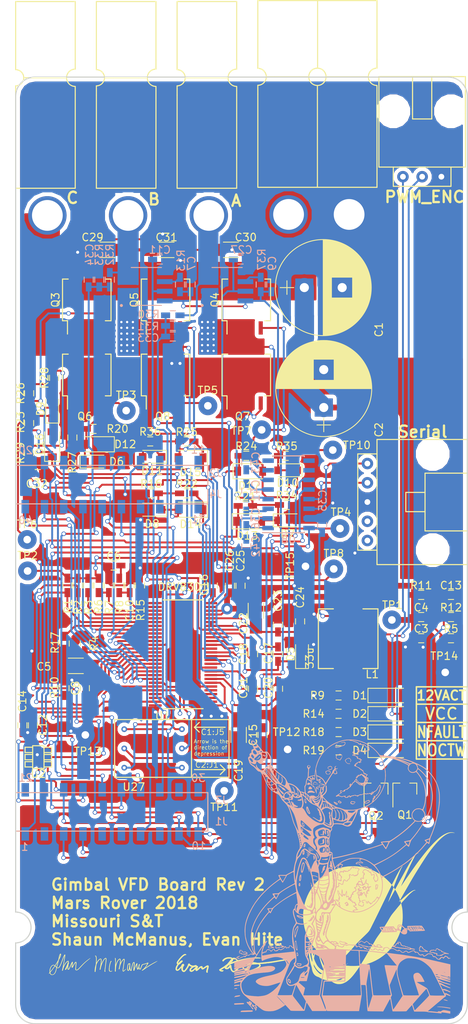
<source format=kicad_pcb>
(kicad_pcb (version 4) (host pcbnew 4.0.7)
  (layers (0 F.Cu signal) (31 B.Cu signal) (34 B.Paste user) (35 F.Paste user) (36 B.SilkS user) (37 F.SilkS user) (38 B.Mask user) (39 F.Mask user) (44 Edge.Cuts user))
  (net 0 "")
  (net 1 GND)
  (net 2 "Net-(C4-Pad2)")
  (net 3 "Net-(C5-Pad1)")
  (net 4 "Net-(C6-Pad2)")
  (net 5 VCC)
  (net 6 "Net-(C8-Pad1)")
  (net 7 "Net-(C8-Pad2)")
  (net 8 "Net-(C10-Pad2)")
  (net 9 CURRENTSENSEB)
  (net 10 "Net-(C12-Pad2)")
  (net 11 "Net-(C13-Pad2)")
  (net 12 "Net-(C14-Pad1)")
  (net 13 GL_C)
  (net 14 "Net-(C16-Pad1)")
  (net 15 "Net-(C17-Pad1)")
  (net 16 "Net-(C17-Pad2)")
  (net 17 "Net-(C18-Pad1)")
  (net 18 SH_A)
  (net 19 "Net-(C20-Pad1)")
  (net 20 SH_B)
  (net 21 "Net-(C21-Pad1)")
  (net 22 MTC)
  (net 23 CURRENTSENSEA)
  (net 24 CSENSE)
  (net 25 ASENSE)
  (net 26 BSENSE)
  (net 27 "Net-(C36-Pad1)")
  (net 28 "Net-(C36-Pad2)")
  (net 29 MTA)
  (net 30 MTB)
  (net 31 "Net-(C41-Pad1)")
  (net 32 "Net-(C41-Pad2)")
  (net 33 "Net-(C42-Pad2)")
  (net 34 "Net-(C43-Pad2)")
  (net 35 "Net-(D1-Pad1)")
  (net 36 "Net-(D2-Pad1)")
  (net 37 "Net-(D3-Pad1)")
  (net 38 "Net-(D3-Pad2)")
  (net 39 "Net-(D4-Pad1)")
  (net 40 "Net-(D4-Pad2)")
  (net 41 "Net-(D12-Pad2)")
  (net 42 "Net-(D13-Pad2)")
  (net 43 "Net-(D14-Pad2)")
  (net 44 "Net-(D16-Pad2)")
  (net 45 "Net-(D10-Pad1)")
  (net 46 "Net-(D11-Pad1)")
  (net 47 GL_A)
  (net 48 GL_B)
  (net 49 GH_B)
  (net 50 GH_C)
  (net 51 GH_A)
  (net 52 NFAULT)
  (net 53 NOCTW)
  (net 54 PWRGD)
  (net 55 DC_CAL)
  (net 56 "Net-(R6-Pad2)")
  (net 57 EN_GATE)
  (net 58 "Net-(R13-Pad1)")
  (net 59 "Net-(R15-Pad2)")
  (net 60 "Net-(R17-Pad1)")
  (net 61 "Net-(R37-Pad1)")
  (net 62 NSCS)
  (net 63 SDI)
  (net 64 SDO)
  (net 65 SCLK)
  (net 66 INH_A)
  (net 67 INL_A)
  (net 68 INH_B)
  (net 69 INL_B)
  (net 70 INH_C)
  (net 71 INL_C)
  (net 72 "Net-(U1-Pad25)")
  (net 73 "Net-(U1-Pad26)")
  (net 74 "Net-(U1-Pad30)")
  (net 75 "Net-(U1-Pad31)")
  (net 76 "Net-(U1-Pad32)")
  (net 77 "Net-(U1-Pad33)")
  (net 78 "Net-(U1-Pad55)")
  (net 79 "Net-(U3-PadNC)")
  (net 80 "Net-(U3-PadRese)")
  (net 81 "Net-(U3-PadP_55)")
  (net 82 DE)
  (net 83 "Net-(U3-PadDAC1)")
  (net 84 PWM_IN)
  (net 85 "Net-(U3-PadA_A1)")
  (net 86 "Net-(U3-PadA_A6)")
  (net 87 UART_RX)
  (net 88 UART_TX)
  (net 89 "Net-(U3-PadP_12)")
  (net 90 "Net-(U3-PadA_B6)")
  (net 91 "Net-(U3-PadP_22)")
  (net 92 232_TX)
  (net 93 232_RX)
  (net 94 "Net-(U6-Pad4)")
  (net 95 "Net-(U6-Pad5)")
  (net 96 "Net-(U8-Pad7)")
  (net 97 "Net-(U8-Pad8)")
  (net 98 "Net-(U8-Pad9)")
  (net 99 "Net-(U8-Pad10)")
  (net 100 "Net-(U3-Pad+5V)")
  (net 101 INL_C/PWM_IN_2)
  (net 102 INL_C/PWM_IN_1)
  (net 103 "Net-(U3-PadDAC2)")
  (net 104 12VACT)
  (net 105 12VACTSENSE)
  (module Capacitors_THT:CP_Radial_D12.5mm_P5.00mm (layer F.Cu) (at 154.0002 70.0786 90)
    (fp_text reference C2 (at -2.9464 7.2898 90) (layer F.SilkS))
    (fp_text value 220u)
    (pad 1 thru_hole rect (at 0 0 90) (size 2.4 2.4) (drill 1.2) (layers *.Cu *.Mask) (net 104 12VACT))
    (pad 2 thru_hole circle (at 5 0 90) (size 2.4 2.4) (drill 1.2) (layers *.Cu *.Mask) (net 1 GND))
  )
  (module MRDT_Drill_Holes:Via_.6mm (layer F.Cu) (at 128.778 62.611 90)
    (fp_text reference REF** hide)
    (fp_text value Via_P1.27mm_5x5 hide)
    (pad "" thru_hole circle (at 0 0 90) (size 0.6 0.6) (drill 0.3) (layers *.Cu) (net 20 SH_B))
  )
  (module MRDT_Drill_Holes:Via_.6mm (layer F.Cu) (at 128.016 62.611 90)
    (fp_text reference REF** hide)
    (fp_text value Via_P1.27mm_5x5 hide)
    (pad "" thru_hole circle (at 0 0 90) (size 0.6 0.6) (drill 0.3) (layers *.Cu) (net 20 SH_B))
  )
  (module MRDT_Drill_Holes:Via_.6mm (layer F.Cu) (at 127.254 62.611 90)
    (fp_text reference REF** hide)
    (fp_text value Via_P1.27mm_5x5 hide)
    (pad "" thru_hole circle (at 0 0 90) (size 0.6 0.6) (drill 0.3) (layers *.Cu) (net 20 SH_B))
  )
  (module MRDT_Drill_Holes:Via_.6mm (layer F.Cu) (at 128.778 61.849 90)
    (fp_text reference REF** hide)
    (fp_text value Via_P1.27mm_5x5 hide)
    (pad "" thru_hole circle (at 0 0 90) (size 0.6 0.6) (drill 0.3) (layers *.Cu) (net 20 SH_B))
  )
  (module MRDT_Drill_Holes:Via_.6mm (layer F.Cu) (at 128.016 61.849 90)
    (fp_text reference REF** hide)
    (fp_text value Via_P1.27mm_5x5 hide)
    (pad "" thru_hole circle (at 0 0 90) (size 0.6 0.6) (drill 0.3) (layers *.Cu) (net 20 SH_B))
  )
  (module MRDT_Drill_Holes:Via_.6mm (layer F.Cu) (at 127.254 61.849 90)
    (fp_text reference REF** hide)
    (fp_text value Via_P1.27mm_5x5 hide)
    (pad "" thru_hole circle (at 0 0 90) (size 0.6 0.6) (drill 0.3) (layers *.Cu) (net 20 SH_B))
  )
  (module MRDT_Drill_Holes:Via_.6mm (layer F.Cu) (at 128.778 61.087 90)
    (fp_text reference REF** hide)
    (fp_text value Via_P1.27mm_5x5 hide)
    (pad "" thru_hole circle (at 0 0 90) (size 0.6 0.6) (drill 0.3) (layers *.Cu) (net 20 SH_B))
  )
  (module MRDT_Drill_Holes:Via_.6mm (layer F.Cu) (at 128.016 61.087 90)
    (fp_text reference REF** hide)
    (fp_text value Via_P1.27mm_5x5 hide)
    (pad "" thru_hole circle (at 0 0 90) (size 0.6 0.6) (drill 0.3) (layers *.Cu) (net 20 SH_B))
  )
  (module MRDT_Drill_Holes:Via_.6mm (layer F.Cu) (at 127.254 61.087 90)
    (fp_text reference REF** hide)
    (fp_text value Via_P1.27mm_5x5 hide)
    (pad "" thru_hole circle (at 0 0 90) (size 0.6 0.6) (drill 0.3) (layers *.Cu) (net 20 SH_B))
  )
  (module MRDT_Drill_Holes:Via_.6mm (layer F.Cu) (at 128.778 60.325 90)
    (fp_text reference REF** hide)
    (fp_text value Via_P1.27mm_5x5 hide)
    (pad "" thru_hole circle (at 0 0 90) (size 0.6 0.6) (drill 0.3) (layers *.Cu) (net 20 SH_B))
  )
  (module MRDT_Drill_Holes:Via_.6mm (layer F.Cu) (at 128.016 60.325 90)
    (fp_text reference REF** hide)
    (fp_text value Via_P1.27mm_5x5 hide)
    (pad "" thru_hole circle (at 0 0 90) (size 0.6 0.6) (drill 0.3) (layers *.Cu) (net 20 SH_B))
  )
  (module MRDT_Drill_Holes:Via_.6mm (layer F.Cu) (at 127.254 60.325 90)
    (fp_text reference REF** hide)
    (fp_text value Via_P1.27mm_5x5 hide)
    (pad "" thru_hole circle (at 0 0 90) (size 0.6 0.6) (drill 0.3) (layers *.Cu) (net 20 SH_B))
  )
  (module MRDT_Drill_Holes:Via_.6mm (layer F.Cu) (at 128.778 59.563 90)
    (fp_text reference REF** hide)
    (fp_text value Via_P1.27mm_5x5 hide)
    (pad "" thru_hole circle (at 0 0 90) (size 0.6 0.6) (drill 0.3) (layers *.Cu) (net 20 SH_B))
  )
  (module MRDT_Drill_Holes:Via_.6mm (layer F.Cu) (at 128.016 59.563 90)
    (fp_text reference REF** hide)
    (fp_text value Via_P1.27mm_5x5 hide)
    (pad "" thru_hole circle (at 0 0 90) (size 0.6 0.6) (drill 0.3) (layers *.Cu) (net 20 SH_B))
  )
  (module MRDT_Drill_Holes:Via_.6mm (layer F.Cu) (at 127.254 59.563 90)
    (fp_text reference REF** hide)
    (fp_text value Via_P1.27mm_5x5 hide)
    (pad "" thru_hole circle (at 0 0 90) (size 0.6 0.6) (drill 0.3) (layers *.Cu) (net 20 SH_B))
  )
  (module MRDT_Drill_Holes:Via_.6mm (layer F.Cu) (at 128.778 58.801 90)
    (fp_text reference REF** hide)
    (fp_text value Via_P1.27mm_5x5 hide)
    (pad "" thru_hole circle (at 0 0 90) (size 0.6 0.6) (drill 0.3) (layers *.Cu) (net 20 SH_B))
  )
  (module MRDT_Drill_Holes:Via_.6mm (layer F.Cu) (at 128.016 58.801 90)
    (fp_text reference REF** hide)
    (fp_text value Via_P1.27mm_5x5 hide)
    (pad "" thru_hole circle (at 0 0 90) (size 0.6 0.6) (drill 0.3) (layers *.Cu) (net 20 SH_B))
  )
  (module MRDT_Drill_Holes:Via_.6mm (layer F.Cu) (at 139.446 62.611 90)
    (fp_text reference REF** hide)
    (fp_text value Via_P1.27mm_5x5 hide)
    (pad "" thru_hole circle (at 0 0 90) (size 0.6 0.6) (drill 0.3) (layers *.Cu) (net 18 SH_A))
  )
  (module MRDT_Drill_Holes:Via_.6mm (layer F.Cu) (at 138.684 62.611 90)
    (fp_text reference REF** hide)
    (fp_text value Via_P1.27mm_5x5 hide)
    (pad "" thru_hole circle (at 0 0 90) (size 0.6 0.6) (drill 0.3) (layers *.Cu) (net 18 SH_A))
  )
  (module MRDT_Drill_Holes:Via_.6mm (layer F.Cu) (at 137.922 62.611 90)
    (fp_text reference REF** hide)
    (fp_text value Via_P1.27mm_5x5 hide)
    (pad "" thru_hole circle (at 0 0 90) (size 0.6 0.6) (drill 0.3) (layers *.Cu) (net 18 SH_A))
  )
  (module MRDT_Drill_Holes:Via_.6mm (layer F.Cu) (at 139.446 61.849 90)
    (fp_text reference REF** hide)
    (fp_text value Via_P1.27mm_5x5 hide)
    (pad "" thru_hole circle (at 0 0 90) (size 0.6 0.6) (drill 0.3) (layers *.Cu) (net 18 SH_A))
  )
  (module MRDT_Drill_Holes:Via_.6mm (layer F.Cu) (at 138.684 61.849 90)
    (fp_text reference REF** hide)
    (fp_text value Via_P1.27mm_5x5 hide)
    (pad "" thru_hole circle (at 0 0 90) (size 0.6 0.6) (drill 0.3) (layers *.Cu) (net 18 SH_A))
  )
  (module MRDT_Drill_Holes:Via_.6mm (layer F.Cu) (at 137.922 61.849 90)
    (fp_text reference REF** hide)
    (fp_text value Via_P1.27mm_5x5 hide)
    (pad "" thru_hole circle (at 0 0 90) (size 0.6 0.6) (drill 0.3) (layers *.Cu) (net 18 SH_A))
  )
  (module MRDT_Drill_Holes:Via_.6mm (layer F.Cu) (at 139.446 61.087 90)
    (fp_text reference REF** hide)
    (fp_text value Via_P1.27mm_5x5 hide)
    (pad "" thru_hole circle (at 0 0 90) (size 0.6 0.6) (drill 0.3) (layers *.Cu) (net 18 SH_A))
  )
  (module MRDT_Drill_Holes:Via_.6mm (layer F.Cu) (at 138.684 61.087 90)
    (fp_text reference REF** hide)
    (fp_text value Via_P1.27mm_5x5 hide)
    (pad "" thru_hole circle (at 0 0 90) (size 0.6 0.6) (drill 0.3) (layers *.Cu) (net 18 SH_A))
  )
  (module MRDT_Drill_Holes:Via_.6mm (layer F.Cu) (at 137.922 61.087 90)
    (fp_text reference REF** hide)
    (fp_text value Via_P1.27mm_5x5 hide)
    (pad "" thru_hole circle (at 0 0 90) (size 0.6 0.6) (drill 0.3) (layers *.Cu) (net 18 SH_A))
  )
  (module MRDT_Drill_Holes:Via_.6mm (layer F.Cu) (at 139.446 60.325 90)
    (fp_text reference REF** hide)
    (fp_text value Via_P1.27mm_5x5 hide)
    (pad "" thru_hole circle (at 0 0 90) (size 0.6 0.6) (drill 0.3) (layers *.Cu) (net 18 SH_A))
  )
  (module MRDT_Drill_Holes:Via_.6mm (layer F.Cu) (at 138.684 60.325 90)
    (fp_text reference REF** hide)
    (fp_text value Via_P1.27mm_5x5 hide)
    (pad "" thru_hole circle (at 0 0 90) (size 0.6 0.6) (drill 0.3) (layers *.Cu) (net 18 SH_A))
  )
  (module MRDT_Drill_Holes:Via_.6mm (layer F.Cu) (at 137.922 60.325 90)
    (fp_text reference REF** hide)
    (fp_text value Via_P1.27mm_5x5 hide)
    (pad "" thru_hole circle (at 0 0 90) (size 0.6 0.6) (drill 0.3) (layers *.Cu) (net 18 SH_A))
  )
  (module MRDT_Drill_Holes:Via_.6mm (layer F.Cu) (at 139.446 59.563 90)
    (fp_text reference REF** hide)
    (fp_text value Via_P1.27mm_5x5 hide)
    (pad "" thru_hole circle (at 0 0 90) (size 0.6 0.6) (drill 0.3) (layers *.Cu) (net 18 SH_A))
  )
  (module MRDT_Drill_Holes:Via_.6mm (layer F.Cu) (at 138.684 59.563 90)
    (fp_text reference REF** hide)
    (fp_text value Via_P1.27mm_5x5 hide)
    (pad "" thru_hole circle (at 0 0 90) (size 0.6 0.6) (drill 0.3) (layers *.Cu) (net 18 SH_A))
  )
  (module MRDT_Drill_Holes:Via_.6mm (layer F.Cu) (at 137.922 59.563 90)
    (fp_text reference REF** hide)
    (fp_text value Via_P1.27mm_5x5 hide)
    (pad "" thru_hole circle (at 0 0 90) (size 0.6 0.6) (drill 0.3) (layers *.Cu) (net 18 SH_A))
  )
  (module MRDT_Drill_Holes:Via_.6mm (layer F.Cu) (at 139.446 58.801 90)
    (fp_text reference REF** hide)
    (fp_text value Via_P1.27mm_5x5 hide)
    (pad "" thru_hole circle (at 0 0 90) (size 0.6 0.6) (drill 0.3) (layers *.Cu) (net 18 SH_A))
  )
  (module MRDT_Drill_Holes:Via_.6mm (layer F.Cu) (at 138.684 58.801 90)
    (fp_text reference REF** hide)
    (fp_text value Via_P1.27mm_5x5 hide)
    (pad "" thru_hole circle (at 0 0 90) (size 0.6 0.6) (drill 0.3) (layers *.Cu) (net 18 SH_A))
  )
  (module MRDT_Drill_Holes:Via_.6mm (layer F.Cu) (at 137.922 58.801 90)
    (fp_text reference REF** hide)
    (fp_text value Via_P1.27mm_5x5 hide)
    (pad "" thru_hole circle (at 0 0 90) (size 0.6 0.6) (drill 0.3) (layers *.Cu) (net 18 SH_A))
  )
  (module MRDT_Actives:SO-8_N_Si4116dy_nChannelMOSFET (layer F.Cu) (at 143.764 55.88 90)
    (fp_text reference Q4 (at 0 -4.13 90) (layer F.SilkS))
    (fp_text value SI4116DY)
    (pad 3 smd rect (at -3.7 -1.905 90) (size 1.75 0.55) (layers F.Cu F.Paste F.Mask) (net 18 SH_A))
    (pad 3 smd rect (at -3.7 -0.635 90) (size 1.75 0.55) (layers F.Cu F.Paste F.Mask) (net 18 SH_A))
    (pad 3 smd rect (at -3.7 0.635 90) (size 1.75 0.55) (layers F.Cu F.Paste F.Mask) (net 18 SH_A))
    (pad 2 smd rect (at -3.7 1.905 90) (size 1.75 0.55) (layers F.Cu F.Paste F.Mask) (net 45 "Net-(D10-Pad1)"))
    (pad 1 smd rect (at 3.7 1.905 90) (size 1.75 0.55) (layers F.Cu F.Paste F.Mask) (net 104 12VACT))
    (pad 1 smd rect (at 3.7 0.635 90) (size 1.75 0.55) (layers F.Cu F.Paste F.Mask) (net 104 12VACT))
    (pad 1 smd rect (at 3.7 -0.635 90) (size 1.75 0.55) (layers F.Cu F.Paste F.Mask) (net 104 12VACT))
    (pad 1 smd rect (at 3.7 -1.905 90) (size 1.75 0.55) (layers F.Cu F.Paste F.Mask) (net 104 12VACT))
  )
  (module MRDT_ICs:DRV8301 (layer F.Cu) (at 135.4074 102.6414)
    (fp_text reference U1 (at -2.6924 8.1026) (layer F.SilkS))
    (fp_text value DRV8301 (at 0 -8.89) (layer F.SilkS))
    (pad 1 smd rect (at -3.6703 -6.749986) (size 1.6764 0.3048) (layers F.Cu F.Paste F.Mask) (net 59 "Net-(R15-Pad2)"))
    (pad 2 smd rect (at -3.6703 -6.249988) (size 1.6764 0.3048) (layers F.Cu F.Paste F.Mask) (net 8 "Net-(C10-Pad2)"))
    (pad 3 smd rect (at -3.6703 -5.749988) (size 1.6764 0.3048) (layers F.Cu F.Paste F.Mask) (net 56 "Net-(R6-Pad2)"))
    (pad 4 smd rect (at -3.6703 -5.24999) (size 1.6764 0.3048) (layers F.Cu F.Paste F.Mask) (net 54 PWRGD))
    (pad 5 smd rect (at -3.6703 -4.74999) (size 1.6764 0.3048) (layers F.Cu F.Paste F.Mask) (net 53 NOCTW))
    (pad 6 smd rect (at -3.6703 -4.249991) (size 1.6764 0.3048) (layers F.Cu F.Paste F.Mask) (net 52 NFAULT))
    (pad 7 smd rect (at -3.6703 -3.749992) (size 1.6764 0.3048) (layers F.Cu F.Paste F.Mask) (net 60 "Net-(R17-Pad1)"))
    (pad 8 smd rect (at -3.6703 -3.249994) (size 1.6764 0.3048) (layers F.Cu F.Paste F.Mask) (net 62 NSCS))
    (pad 9 smd rect (at -3.6703 -2.749994) (size 1.6764 0.3048) (layers F.Cu F.Paste F.Mask) (net 63 SDI))
    (pad 10 smd rect (at -3.6703 -2.249996) (size 1.6764 0.3048) (layers F.Cu F.Paste F.Mask) (net 64 SDO))
    (pad 11 smd rect (at -3.6703 -1.749996) (size 1.6764 0.3048) (layers F.Cu F.Paste F.Mask) (net 65 SCLK))
    (pad 12 smd rect (at -3.6703 -1.249997) (size 1.6764 0.3048) (layers F.Cu F.Paste F.Mask) (net 55 DC_CAL))
    (pad 13 smd rect (at -3.6703 -0.749998) (size 1.6764 0.3048) (layers F.Cu F.Paste F.Mask) (net 3 "Net-(C5-Pad1)"))
    (pad 14 smd rect (at -3.6703 -0.25) (size 1.6764 0.3048) (layers F.Cu F.Paste F.Mask) (net 6 "Net-(C8-Pad1)"))
    (pad 15 smd rect (at -3.6703 0.25) (size 1.6764 0.3048) (layers F.Cu F.Paste F.Mask) (net 7 "Net-(C8-Pad2)"))
    (pad 16 smd rect (at -3.6703 0.749998) (size 1.6764 0.3048) (layers F.Cu F.Paste F.Mask) (net 57 EN_GATE))
    (pad 17 smd rect (at -3.6703 1.249997) (size 1.6764 0.3048) (layers F.Cu F.Paste F.Mask) (net 66 INH_A))
    (pad 18 smd rect (at -3.6703 1.749996) (size 1.6764 0.3048) (layers F.Cu F.Paste F.Mask) (net 67 INL_A))
    (pad 19 smd rect (at -3.6703 2.249996) (size 1.6764 0.3048) (layers F.Cu F.Paste F.Mask) (net 68 INH_B))
    (pad 20 smd rect (at -3.6703 2.749994) (size 1.6764 0.3048) (layers F.Cu F.Paste F.Mask) (net 69 INL_B))
    (pad 21 smd rect (at -3.6703 3.249994) (size 1.6764 0.3048) (layers F.Cu F.Paste F.Mask) (net 70 INH_C))
    (pad 22 smd rect (at -3.6703 3.749992) (size 1.6764 0.3048) (layers F.Cu F.Paste F.Mask) (net 71 INL_C))
    (pad 23 smd rect (at -3.6703 4.249991) (size 1.6764 0.3048) (layers F.Cu F.Paste F.Mask) (net 12 "Net-(C14-Pad1)"))
    (pad 24 smd rect (at -3.6703 4.74999) (size 1.6764 0.3048) (layers F.Cu F.Paste F.Mask) (net 5 VCC))
    (pad 25 smd rect (at -3.6703 5.24999) (size 1.6764 0.3048) (layers F.Cu F.Paste F.Mask) (net 72 "Net-(U1-Pad25)"))
    (pad 26 smd rect (at -3.6703 5.749988) (size 1.6764 0.3048) (layers F.Cu F.Paste F.Mask) (net 73 "Net-(U1-Pad26)"))
    (pad 27 smd rect (at -3.6703 6.249988) (size 1.6764 0.3048) (layers F.Cu F.Paste F.Mask) (net 10 "Net-(C12-Pad2)"))
    (pad 28 smd rect (at -3.6703 6.749986) (size 1.6764 0.3048) (layers F.Cu F.Paste F.Mask) (net 1 GND))
    (pad 29 smd rect (at 3.6703 6.749986) (size 1.6764 0.3048) (layers F.Cu F.Paste F.Mask) (net 13 GL_C))
    (pad 30 smd rect (at 3.6703 6.249988) (size 1.6764 0.3048) (layers F.Cu F.Paste F.Mask) (net 74 "Net-(U1-Pad30)"))
    (pad 31 smd rect (at 3.6703 5.749988) (size 1.6764 0.3048) (layers F.Cu F.Paste F.Mask) (net 75 "Net-(U1-Pad31)"))
    (pad 32 smd rect (at 3.6703 5.24999) (size 1.6764 0.3048) (layers F.Cu F.Paste F.Mask) (net 76 "Net-(U1-Pad32)"))
    (pad 33 smd rect (at 3.6703 4.74999) (size 1.6764 0.3048) (layers F.Cu F.Paste F.Mask) (net 77 "Net-(U1-Pad33)"))
    (pad 34 smd rect (at 3.6703 4.249991) (size 1.6764 0.3048) (layers F.Cu F.Paste F.Mask) (net 1 GND))
    (pad 35 smd rect (at 3.6703 3.749992) (size 1.6764 0.3048) (layers F.Cu F.Paste F.Mask) (net 13 GL_C))
    (pad 36 smd rect (at 3.6703 3.249994) (size 1.6764 0.3048) (layers F.Cu F.Paste F.Mask) (net 22 MTC))
    (pad 37 smd rect (at 3.6703 2.749994) (size 1.6764 0.3048) (layers F.Cu F.Paste F.Mask) (net 50 GH_C))
    (pad 38 smd rect (at 3.6703 2.249996) (size 1.6764 0.3048) (layers F.Cu F.Paste F.Mask) (net 21 "Net-(C21-Pad1)"))
    (pad 39 smd rect (at 3.6703 1.749996) (size 1.6764 0.3048) (layers F.Cu F.Paste F.Mask) (net 1 GND))
    (pad 40 smd rect (at 3.6703 1.249997) (size 1.6764 0.3048) (layers F.Cu F.Paste F.Mask) (net 48 GL_B))
    (pad 41 smd rect (at 3.6703 0.749998) (size 1.6764 0.3048) (layers F.Cu F.Paste F.Mask) (net 20 SH_B))
    (pad 42 smd rect (at 3.6703 0.25) (size 1.6764 0.3048) (layers F.Cu F.Paste F.Mask) (net 49 GH_B))
    (pad 43 smd rect (at 3.6703 -0.25) (size 1.6764 0.3048) (layers F.Cu F.Paste F.Mask) (net 19 "Net-(C20-Pad1)"))
    (pad 44 smd rect (at 3.6703 -0.749998) (size 1.6764 0.3048) (layers F.Cu F.Paste F.Mask) (net 1 GND))
    (pad 45 smd rect (at 3.6703 -1.249997) (size 1.6764 0.3048) (layers F.Cu F.Paste F.Mask) (net 47 GL_A))
    (pad 46 smd rect (at 3.6703 -1.749996) (size 1.6764 0.3048) (layers F.Cu F.Paste F.Mask) (net 18 SH_A))
    (pad 47 smd rect (at 3.6703 -2.249996) (size 1.6764 0.3048) (layers F.Cu F.Paste F.Mask) (net 51 GH_A))
    (pad 48 smd rect (at 3.6703 -2.749994) (size 1.6764 0.3048) (layers F.Cu F.Paste F.Mask) (net 17 "Net-(C18-Pad1)"))
    (pad 49 smd rect (at 3.6703 -3.249994) (size 1.6764 0.3048) (layers F.Cu F.Paste F.Mask) (net 5 VCC))
    (pad 50 smd rect (at 3.6703 -3.749992) (size 1.6764 0.3048) (layers F.Cu F.Paste F.Mask) (net 16 "Net-(C17-Pad2)"))
    (pad 51 smd rect (at 3.6703 -4.249991) (size 1.6764 0.3048) (layers F.Cu F.Paste F.Mask) (net 16 "Net-(C17-Pad2)"))
    (pad 52 smd rect (at 3.6703 -4.74999) (size 1.6764 0.3048) (layers F.Cu F.Paste F.Mask) (net 15 "Net-(C17-Pad1)"))
    (pad 53 smd rect (at 3.6703 -5.24999) (size 1.6764 0.3048) (layers F.Cu F.Paste F.Mask) (net 104 12VACT))
    (pad 54 smd rect (at 3.6703 -5.749988) (size 1.6764 0.3048) (layers F.Cu F.Paste F.Mask) (net 104 12VACT))
    (pad 55 smd rect (at 3.6703 -6.249988) (size 1.6764 0.3048) (layers F.Cu F.Paste F.Mask) (net 78 "Net-(U1-Pad55)"))
    (pad 56 smd rect (at 3.6703 -6.749986) (size 1.6764 0.3048) (layers F.Cu F.Paste F.Mask) (net 14 "Net-(C16-Pad1)"))
    (pad 57 smd rect (at 0 0) (size 3.61 6.35) (layers F.Cu F.Paste F.Mask) (net 1 GND))
  )
  (module MRDT_Drill_Holes:Via_.6mm (layer F.Cu) (at 127.254 58.801 90)
    (fp_text reference REF** hide)
    (fp_text value Via_P1.27mm_5x5 hide)
    (pad "" thru_hole circle (at 0 0 90) (size 0.6 0.6) (drill 0.3) (layers *.Cu) (net 20 SH_B))
  )
  (module Capacitors_THT:CP_Radial_D12.5mm_P5.00mm (layer F.Cu) (at 151.4348 54.2544)
    (fp_text reference C1 (at 9.8552 5.5626 90) (layer F.SilkS))
    (fp_text value 220u)
    (pad 1 thru_hole rect (at 0 0) (size 2.4 2.4) (drill 1.2) (layers *.Cu *.Mask) (net 104 12VACT))
    (pad 2 thru_hole circle (at 5 0) (size 2.4 2.4) (drill 1.2) (layers *.Cu *.Mask) (net 1 GND))
  )
  (module Capacitors_SMD:C_1206_HandSoldering (layer F.Cu) (at 121.2342 104.1654 180)
    (fp_text reference C5 (at 4.2164 -0.1016 180) (layer F.SilkS))
    (fp_text value 2.2u)
    (pad 1 smd rect (at -2 0 180) (size 2 1.6) (layers F.Cu F.Paste F.Mask) (net 3 "Net-(C5-Pad1)"))
    (pad 2 smd rect (at 2 0 180) (size 2 1.6) (layers F.Cu F.Paste F.Mask) (net 1 GND))
  )
  (module Capacitors_SMD:C_1206_HandSoldering (layer F.Cu) (at 142.748 113.284 90)
    (fp_text reference C19 (at -4.699 0 90) (layer F.SilkS))
    (fp_text value 4.7u)
    (pad 1 smd rect (at -2 0 90) (size 2 1.6) (layers F.Cu F.Paste F.Mask) (net 1 GND))
    (pad 2 smd rect (at 2 0 90) (size 2 1.6) (layers F.Cu F.Paste F.Mask) (net 13 GL_C))
  )
  (module Capacitors_SMD:C_1206_HandSoldering (layer F.Cu) (at 145.034 96.901 90)
    (fp_text reference C22 (at -1.651 -1.651 90) (layer F.SilkS))
    (fp_text value 47u)
    (pad 1 smd rect (at -2 0 90) (size 2 1.6) (layers F.Cu F.Paste F.Mask) (net 5 VCC))
    (pad 2 smd rect (at 2 0 90) (size 2 1.6) (layers F.Cu F.Paste F.Mask) (net 1 GND))
  )
  (module Capacitors_SMD:C_1206_HandSoldering (layer F.Cu) (at 125.4125 49.276 180)
    (fp_text reference C29 (at 1.9685 1.651 180) (layer F.SilkS))
    (fp_text value 2.2u)
    (pad 1 smd rect (at -2 0 180) (size 2 1.6) (layers F.Cu F.Paste F.Mask) (net 104 12VACT))
    (pad 2 smd rect (at 2 0 180) (size 2 1.6) (layers F.Cu F.Paste F.Mask) (net 1 GND))
  )
  (module Capacitors_SMD:C_1206_HandSoldering (layer F.Cu) (at 141.732 49.276)
    (fp_text reference C30 (at 1.9685 -1.651) (layer F.SilkS))
    (fp_text value 2.2u)
    (pad 1 smd rect (at -2 0) (size 2 1.6) (layers F.Cu F.Paste F.Mask) (net 1 GND))
    (pad 2 smd rect (at 2 0) (size 2 1.6) (layers F.Cu F.Paste F.Mask) (net 104 12VACT))
  )
  (module Capacitors_SMD:C_1206_HandSoldering (layer F.Cu) (at 133.223 49.276)
    (fp_text reference C31 (at 0 -1.651) (layer F.SilkS))
    (fp_text value 2.2u)
    (pad 1 smd rect (at -2 0) (size 2 1.6) (layers F.Cu F.Paste F.Mask) (net 104 12VACT))
    (pad 2 smd rect (at 2 0) (size 2 1.6) (layers F.Cu F.Paste F.Mask) (net 1 GND))
  )
  (module MRDT_Connectors:Anderson_2_Horisontal_Side_by_Side (layer F.Cu) (at 145.288 41.021 270)
    (fp_text reference C37 hide)
    (fp_text value Anderson-2)
    (pad 1 thru_hole circle (at 3.5814 -4.063 270) (size 5.08 5.08) (drill 4.06) (layers *.Cu *.Mask F.Paste) (net 104 12VACT))
    (pad 2 thru_hole circle (at 3.5814 -12.064 270) (size 5.08 5.08) (drill 4.06) (layers *.Cu *.Mask F.Paste) (net 1 GND))
  )
  (module LEDs:LED_1206_HandSoldering (layer F.Cu) (at 162.941 108.077)
    (fp_text reference D1 (at -4.191 0) (layer F.SilkS))
    (fp_text value LED)
    (pad 1 smd rect (at -2 0) (size 2 1.7) (layers F.Cu F.Paste F.Mask) (net 35 "Net-(D1-Pad1)"))
    (pad 2 smd rect (at 2 0) (size 2 1.7) (layers F.Cu F.Paste F.Mask) (net 104 12VACT))
  )
  (module LEDs:LED_1206_HandSoldering (layer F.Cu) (at 162.941 110.49)
    (fp_text reference D2 (at -4.191 0) (layer F.SilkS))
    (fp_text value LED)
    (pad 1 smd rect (at -2 0) (size 2 1.7) (layers F.Cu F.Paste F.Mask) (net 36 "Net-(D2-Pad1)"))
    (pad 2 smd rect (at 2 0) (size 2 1.7) (layers F.Cu F.Paste F.Mask) (net 5 VCC))
  )
  (module LEDs:LED_1206_HandSoldering (layer F.Cu) (at 162.941 112.903)
    (fp_text reference D3 (at -4.191 0) (layer F.SilkS))
    (fp_text value LED)
    (pad 1 smd rect (at -2 0) (size 2 1.7) (layers F.Cu F.Paste F.Mask) (net 37 "Net-(D3-Pad1)"))
    (pad 2 smd rect (at 2 0) (size 2 1.7) (layers F.Cu F.Paste F.Mask) (net 38 "Net-(D3-Pad2)"))
  )
  (module LEDs:LED_1206_HandSoldering (layer F.Cu) (at 162.941 115.316)
    (fp_text reference D4 (at -4.191 0) (layer F.SilkS))
    (fp_text value LED)
    (pad 1 smd rect (at -2 0) (size 2 1.7) (layers F.Cu F.Paste F.Mask) (net 39 "Net-(D4-Pad1)"))
    (pad 2 smd rect (at 2 0) (size 2 1.7) (layers F.Cu F.Paste F.Mask) (net 40 "Net-(D4-Pad2)"))
  )
  (module Diodes_SMD:D_SOD-323_HandSoldering (layer F.Cu) (at 151.13 102.616 90)
    (fp_text reference D5 (at 0 -1.524 90) (layer F.SilkS))
    (fp_text value D_Zener)
    (pad 1 smd rect (at -1.25 0 90) (size 1 1) (layers F.Cu F.Paste F.Mask) (net 16 "Net-(C17-Pad2)"))
    (pad 2 smd rect (at 1.25 0 90) (size 1 1) (layers F.Cu F.Paste F.Mask) (net 1 GND))
  )
  (module Diodes_SMD:D_SOD-323_HandSoldering (layer F.Cu) (at 123.698 77.216)
    (fp_text reference D6 (at 2.921 0) (layer F.SilkS))
    (fp_text value D_Zener)
    (pad 1 smd rect (at -1.25 0) (size 1 1) (layers F.Cu F.Paste F.Mask) (net 41 "Net-(D12-Pad2)"))
    (pad 2 smd rect (at 1.25 0) (size 1 1) (layers F.Cu F.Paste F.Mask) (net 1 GND))
  )
  (module Diodes_SMD:D_SOD-323_HandSoldering (layer F.Cu) (at 149.225 84.963)
    (fp_text reference D7 (at 0 1.778) (layer F.SilkS))
    (fp_text value D_Zener)
    (pad 1 smd rect (at -1.25 0) (size 1 1) (layers F.Cu F.Paste F.Mask) (net 42 "Net-(D13-Pad2)"))
    (pad 2 smd rect (at 1.25 0) (size 1 1) (layers F.Cu F.Paste F.Mask) (net 1 GND))
  )
  (module Diodes_SMD:D_SOD-323_HandSoldering (layer F.Cu) (at 131.318 83.566 180)
    (fp_text reference D8 (at 0 -1.85 180) (layer F.SilkS))
    (fp_text value D_Zener)
    (pad 1 smd rect (at -1.25 0 180) (size 1 1) (layers F.Cu F.Paste F.Mask) (net 43 "Net-(D14-Pad2)"))
    (pad 2 smd rect (at 1.25 0 180) (size 1 1) (layers F.Cu F.Paste F.Mask) (net 1 GND))
  )
  (module Diodes_SMD:D_SOD-323_HandSoldering (layer F.Cu) (at 118.11 70.231 90)
    (fp_text reference D9 (at 0 -1.524 90) (layer F.SilkS))
    (fp_text value D_Zener)
    (pad 1 smd rect (at -1.25 0 90) (size 1 1) (layers F.Cu F.Paste F.Mask) (net 44 "Net-(D16-Pad2)"))
    (pad 2 smd rect (at 1.25 0 90) (size 1 1) (layers F.Cu F.Paste F.Mask) (net 22 MTC))
  )
  (module Diodes_SMD:D_SOD-323_HandSoldering (layer F.Cu) (at 149.225 78.359 180)
    (fp_text reference D10 (at 0 -1.651 180) (layer F.SilkS))
    (fp_text value D_Zener)
    (pad 1 smd rect (at -1.25 0 180) (size 1 1) (layers F.Cu F.Paste F.Mask) (net 45 "Net-(D10-Pad1)"))
    (pad 2 smd rect (at 1.25 0 180) (size 1 1) (layers F.Cu F.Paste F.Mask) (net 18 SH_A))
  )
  (module Diodes_SMD:D_SOD-323_HandSoldering (layer F.Cu) (at 131.318 76.581 180)
    (fp_text reference D11 (at 0 -1.85 180) (layer F.SilkS))
    (fp_text value D_Zener)
    (pad 1 smd rect (at -1.25 0 180) (size 1 1) (layers F.Cu F.Paste F.Mask) (net 46 "Net-(D11-Pad1)"))
    (pad 2 smd rect (at 1.25 0 180) (size 1 1) (layers F.Cu F.Paste F.Mask) (net 20 SH_B))
  )
  (module MRDT_Passives:DR74_330_R (layer F.Cu) (at 157.226 100.584 90)
    (fp_text reference L1 (at -4.699 3.175 360) (layer F.SilkS))
    (fp_text value 33u (at -2.54 -5.08 90) (layer F.SilkS))
    (pad 1 smd rect (at -2.9972 0 90) (size 2.4892 3.2512) (layers F.Cu F.Paste F.Mask) (net 16 "Net-(C17-Pad2)"))
    (pad 2 smd rect (at 2.9972 0 90) (size 2.4892 3.2512) (layers F.Cu F.Paste F.Mask) (net 5 VCC))
  )
  (module TO_SOT_Packages_SMD:SOT-23_Handsoldering (layer F.Cu) (at 164.719 120.396 90)
    (fp_text reference Q1 (at -3.429 0 180) (layer F.SilkS))
    (fp_text value Q_PMOS_GDS)
    (pad 1 smd rect (at -1.5 -0.95 90) (size 1.9 0.8) (layers F.Cu F.Paste F.Mask) (net 52 NFAULT))
    (pad 2 smd rect (at -1.5 0.95 90) (size 1.9 0.8) (layers F.Cu F.Paste F.Mask) (net 5 VCC))
    (pad 3 smd rect (at 1.5 0 90) (size 1.9 0.8) (layers F.Cu F.Paste F.Mask) (net 38 "Net-(D3-Pad2)"))
  )
  (module TO_SOT_Packages_SMD:SOT-23_Handsoldering (layer F.Cu) (at 160.909 120.396 90)
    (fp_text reference Q2 (at -3.556 0 180) (layer F.SilkS))
    (fp_text value Q_PMOS_GDS)
    (pad 1 smd rect (at -1.5 -0.95 90) (size 1.9 0.8) (layers F.Cu F.Paste F.Mask) (net 53 NOCTW))
    (pad 2 smd rect (at -1.5 0.95 90) (size 1.9 0.8) (layers F.Cu F.Paste F.Mask) (net 5 VCC))
    (pad 3 smd rect (at 1.5 0 90) (size 1.9 0.8) (layers F.Cu F.Paste F.Mask) (net 40 "Net-(D4-Pad2)"))
  )
  (module Wire_Pads:SolderWirePad_single_1mmDrill (layer F.Cu) (at 163.0045 98.1075)
    (fp_text reference TP1 (at 0.0635 -1.9685) (layer F.SilkS))
    (fp_text value TEST)
    (pad 1 thru_hole circle (at 0 0) (size 2.49936 2.49936) (drill 1.00076) (layers *.Cu *.Mask) (net 104 12VACT))
  )
  (module Wire_Pads:SolderWirePad_single_1mmDrill (layer F.Cu) (at 114.8588 91.6432)
    (fp_text reference TP2 (at 0 -2.032) (layer F.SilkS))
    (fp_text value TEST)
    (pad 1 thru_hole circle (at 0 0) (size 2.49936 2.49936) (drill 1.00076) (layers *.Cu *.Mask) (net 5 VCC))
  )
  (module Wire_Pads:SolderWirePad_single_1mmDrill (layer F.Cu) (at 127.889 70.485)
    (fp_text reference TP3 (at 0 -2.032) (layer F.SilkS))
    (fp_text value TEST)
    (pad 1 thru_hole circle (at 0 0) (size 2.49936 2.49936) (drill 1.00076) (layers *.Cu *.Mask) (net 41 "Net-(D12-Pad2)"))
  )
  (module Wire_Pads:SolderWirePad_single_1mmDrill (layer F.Cu) (at 156.1465 86.0425)
    (fp_text reference TP4 (at 0.127 -2.159) (layer F.SilkS))
    (fp_text value TEST)
    (pad 1 thru_hole circle (at 0 0) (size 2.49936 2.49936) (drill 1.00076) (layers *.Cu *.Mask) (net 42 "Net-(D13-Pad2)"))
  )
  (module Wire_Pads:SolderWirePad_single_1mmDrill (layer F.Cu) (at 138.684 69.85)
    (fp_text reference TP5 (at 0 -2.032) (layer F.SilkS))
    (fp_text value TEST)
    (pad 1 thru_hole circle (at 0 0) (size 2.49936 2.49936) (drill 1.00076) (layers *.Cu *.Mask) (net 43 "Net-(D14-Pad2)"))
  )
  (module Wire_Pads:SolderWirePad_single_1mmDrill (layer F.Cu) (at 114.808 87.503)
    (fp_text reference TP6 (at 0 -2.032) (layer F.SilkS))
    (fp_text value TEST)
    (pad 1 thru_hole circle (at 0 0) (size 2.49936 2.49936) (drill 1.00076) (layers *.Cu *.Mask) (net 44 "Net-(D16-Pad2)"))
  )
  (module Wire_Pads:SolderWirePad_single_1mmDrill (layer F.Cu) (at 145.796 73.025)
    (fp_text reference TP7 (at -2.667 0.127) (layer F.SilkS))
    (fp_text value TEST)
    (pad 1 thru_hole circle (at 0 0) (size 2.49936 2.49936) (drill 1.00076) (layers *.Cu *.Mask) (net 45 "Net-(D10-Pad1)"))
  )
  (module Wire_Pads:SolderWirePad_single_1mmDrill (layer F.Cu) (at 155.321 91.3765)
    (fp_text reference TP8 (at 0 -2.032) (layer F.SilkS))
    (fp_text value TEST)
    (pad 1 thru_hole circle (at 0 0) (size 2.49936 2.49936) (drill 1.00076) (layers *.Cu *.Mask) (net 46 "Net-(D11-Pad1)"))
  )
  (module Wire_Pads:SolderWirePad_single_1mmDrill (layer F.Cu) (at 114.935 64.897)
    (fp_text reference TP9 hide)
    (fp_text value TEST)
  )
  (module Wire_Pads:SolderWirePad_single_1mmDrill (layer F.Cu) (at 155.194 75.692)
    (fp_text reference TP10 (at 3.175 -0.635) (layer F.SilkS))
    (fp_text value TEST)
    (pad 1 thru_hole circle (at 0 0) (size 2.49936 2.49936) (drill 1.00076) (layers *.Cu *.Mask) (net 18 SH_A))
  )
  (module Wire_Pads:SolderWirePad_single_1mmDrill (layer F.Cu) (at 140.843 120.65)
    (fp_text reference TP11 (at 0 2.159) (layer F.SilkS))
    (fp_text value TEST)
    (pad 1 thru_hole circle (at 0 0) (size 2.49936 2.49936) (drill 1.00076) (layers *.Cu *.Mask) (net 20 SH_B))
  )
  (module Wire_Pads:SolderWirePad_single_1mmDrill (layer F.Cu) (at 149.225 115.189)
    (fp_text reference TP12 (at -0.127 -2.286) (layer F.SilkS))
    (fp_text value TEST)
    (pad 1 thru_hole circle (at 0 0) (size 2.49936 2.49936) (drill 1.00076) (layers *.Cu *.Mask) (net 1 GND))
  )
  (module Wire_Pads:SolderWirePad_single_1mmDrill (layer F.Cu) (at 122.4915 113.284)
    (fp_text reference TP13 (at 0.3175 2.159 180) (layer F.SilkS))
    (fp_text value TEST)
    (pad 1 thru_hole circle (at 0 0) (size 2.49936 2.49936) (drill 1.00076) (layers *.Cu *.Mask) (net 1 GND))
  )
  (module Wire_Pads:SolderWirePad_single_1mmDrill (layer F.Cu) (at 170.053 105.029)
    (fp_text reference TP14 (at -0.127 -2.159) (layer F.SilkS))
    (fp_text value TEST)
    (pad 1 thru_hole circle (at 0 0) (size 2.49936 2.49936) (drill 1.00076) (layers *.Cu *.Mask) (net 1 GND))
  )
  (module Wire_Pads:SolderWirePad_single_1mmDrill (layer F.Cu) (at 151.5872 91.0336)
    (fp_text reference TP15 (at -2.032 -0.0635 90) (layer F.SilkS))
    (fp_text value TEST)
    (pad 1 thru_hole circle (at 0 0) (size 2.49936 2.49936) (drill 1.00076) (layers *.Cu *.Mask) (net 1 GND))
  )
  (module MRDT_ICs:NUP4201MR6 (layer F.Cu) (at 117.0305 116.205 270)
    (fp_text reference U2 (at 2.2225 0.762 540) (layer F.SilkS))
    (fp_text value NUP4201MR6)
    (pad 1 smd rect (at -0.95 2 270) (size 0.7 1) (layers F.Cu F.Paste F.Mask) (net 25 ASENSE))
    (pad 3 smd rect (at 0.95 2 270) (size 0.7 1) (layers F.Cu F.Paste F.Mask) (net 105 12VACTSENSE))
    (pad 6 smd rect (at -0.95 -0.5 270) (size 0.7 1) (layers F.Cu F.Paste F.Mask) (net 26 BSENSE))
    (pad 4 smd rect (at 0.95 -0.5 270) (size 0.7 1) (layers F.Cu F.Paste F.Mask) (net 24 CSENSE))
    (pad 2 smd rect (at 0 2 270) (size 0.7 1) (layers F.Cu F.Paste F.Mask) (net 1 GND))
    (pad 5 smd rect (at 0 -0.5 270) (size 0.7 1) (layers F.Cu F.Paste F.Mask) (net 5 VCC))
  )
  (module ACS711:SOIC127P600X175-8N (layer B.Cu) (at 141.224 54.102)
    (fp_text reference U4 hide)
    (fp_text value ACS711 hide)
    (pad 1 smd rect (at -2.425 1.905) (size 2.07 0.66) (layers B.Cu B.Paste B.Mask) (net 18 SH_A))
    (pad 2 smd rect (at -2.425 0.635) (size 2.07 0.66) (layers B.Cu B.Paste B.Mask) (net 18 SH_A))
    (pad 3 smd rect (at -2.425 -0.635) (size 2.07 0.66) (layers B.Cu B.Paste B.Mask) (net 29 MTA))
    (pad 4 smd rect (at -2.425 -1.905) (size 2.07 0.66) (layers B.Cu B.Paste B.Mask) (net 29 MTA))
    (pad 5 smd rect (at 2.425 -1.905) (size 2.07 0.66) (layers B.Cu B.Paste B.Mask) (net 1 GND))
    (pad 6 smd rect (at 2.425 -0.635) (size 2.07 0.66) (layers B.Cu B.Paste B.Mask) (net 61 "Net-(R37-Pad1)"))
    (pad 7 smd rect (at 2.425 0.635) (size 2.07 0.66) (layers B.Cu B.Paste B.Mask) (net 23 CURRENTSENSEA))
    (pad 8 smd rect (at 2.425 1.905) (size 2.07 0.66) (layers B.Cu B.Paste B.Mask) (net 5 VCC))
  )
  (module MRDT_Connectors:MOLEX_SL_3_Horizontal (layer F.Cu) (at 167.005 39.624)
    (fp_text reference U5 hide)
    (fp_text value Molex_SL-3)
    (pad 1 thru_hole circle (at -2.54 0) (size 1.524 1.524) (drill 0.762) (layers *.Cu *.Mask) (net 84 PWM_IN))
    (pad 2 thru_hole circle (at 0 0) (size 1.524 1.524) (drill 0.762) (layers *.Cu *.Mask) (net 5 VCC))
    (pad 3 thru_hole circle (at 2.54 0) (size 1.524 1.524) (drill 0.762) (layers *.Cu *.Mask) (net 1 GND))
    (pad "" np_thru_hole circle (at -3.81 -8.636) (size 3.45 3.45) (drill 3.45) (layers *.Cu *.Mask))
    (pad "" np_thru_hole circle (at 3.81 -8.636) (size 3.45 3.45) (drill 3.45) (layers *.Cu *.Mask))
  )
  (module MRDT_Connectors:MOLEX_SL_5_Horizontal (layer F.Cu) (at 159.766 82.55 270)
    (fp_text reference U6 hide)
    (fp_text value Molex_SL-5)
    (pad 1 thru_hole circle (at -5.08 0 270) (size 1.524 1.524) (drill 0.762) (layers *.Cu *.Mask) (net 92 232_TX))
    (pad 2 thru_hole circle (at -2.54 0 270) (size 1.524 1.524) (drill 0.762) (layers *.Cu *.Mask) (net 93 232_RX))
    (pad 3 thru_hole circle (at 0 0 270) (size 1.524 1.524) (drill 0.762) (layers *.Cu *.Mask) (net 1 GND))
    (pad 4 thru_hole circle (at 2.54 0 270) (size 1.524 1.524) (drill 0.762) (layers *.Cu *.Mask) (net 94 "Net-(U6-Pad4)"))
    (pad 5 thru_hole circle (at 5.08 0 270) (size 1.524 1.524) (drill 0.762) (layers *.Cu *.Mask) (net 95 "Net-(U6-Pad5)"))
    (pad "" np_thru_hole circle (at -6.35 -8.636 270) (size 3.45 3.45) (drill 3.45) (layers *.Cu *.Mask))
    (pad "" np_thru_hole circle (at 6.35 -8.636 270) (size 3.45 3.45) (drill 3.45) (layers *.Cu *.Mask))
  )
  (module ACS711:SOIC127P600X175-8N (layer B.Cu) (at 130.556 54.102)
    (fp_text reference U7 hide)
    (fp_text value ACS711 hide)
    (pad 1 smd rect (at -2.425 1.905) (size 2.07 0.66) (layers B.Cu B.Paste B.Mask) (net 20 SH_B))
    (pad 2 smd rect (at -2.425 0.635) (size 2.07 0.66) (layers B.Cu B.Paste B.Mask) (net 20 SH_B))
    (pad 3 smd rect (at -2.425 -0.635) (size 2.07 0.66) (layers B.Cu B.Paste B.Mask) (net 30 MTB))
    (pad 4 smd rect (at -2.425 -1.905) (size 2.07 0.66) (layers B.Cu B.Paste B.Mask) (net 30 MTB))
    (pad 5 smd rect (at 2.425 -1.905) (size 2.07 0.66) (layers B.Cu B.Paste B.Mask) (net 1 GND))
    (pad 6 smd rect (at 2.425 -0.635) (size 2.07 0.66) (layers B.Cu B.Paste B.Mask) (net 58 "Net-(R13-Pad1)"))
    (pad 7 smd rect (at 2.425 0.635) (size 2.07 0.66) (layers B.Cu B.Paste B.Mask) (net 9 CURRENTSENSEB))
    (pad 8 smd rect (at 2.425 1.905) (size 2.07 0.66) (layers B.Cu B.Paste B.Mask) (net 5 VCC))
  )
  (module MRDT_ICs:SOIC_16_3.9x9.9mm_Pitch1.27mm (layer B.Cu) (at 149.352 81.534)
    (fp_text reference U8 (at 0 6) (layer B.SilkS) (effects (justify mirror)))
    (fp_text value MAX_3232)
    (pad 1 smd rect (at -2.7 4.445) (size 1.5 0.6) (layers B.Cu B.Paste B.Mask) (net 27 "Net-(C36-Pad1)"))
    (pad 2 smd rect (at -2.7 3.175) (size 1.5 0.6) (layers B.Cu B.Paste B.Mask) (net 33 "Net-(C42-Pad2)"))
    (pad 3 smd rect (at -2.7 1.905) (size 1.5 0.6) (layers B.Cu B.Paste B.Mask) (net 28 "Net-(C36-Pad2)"))
    (pad 4 smd rect (at -2.7 0.635) (size 1.5 0.6) (layers B.Cu B.Paste B.Mask) (net 31 "Net-(C41-Pad1)"))
    (pad 5 smd rect (at -2.7 -0.635) (size 1.5 0.6) (layers B.Cu B.Paste B.Mask) (net 32 "Net-(C41-Pad2)"))
    (pad 6 smd rect (at -2.7 -1.905) (size 1.5 0.6) (layers B.Cu B.Paste B.Mask) (net 34 "Net-(C43-Pad2)"))
    (pad 7 smd rect (at -2.7 -3.175) (size 1.5 0.6) (layers B.Cu B.Paste B.Mask) (net 96 "Net-(U8-Pad7)"))
    (pad 8 smd rect (at -2.7 -4.445) (size 1.5 0.6) (layers B.Cu B.Paste B.Mask) (net 97 "Net-(U8-Pad8)"))
    (pad 9 smd rect (at 2.7 -4.445) (size 1.5 0.6) (layers B.Cu B.Paste B.Mask) (net 98 "Net-(U8-Pad9)"))
    (pad 10 smd rect (at 2.7 -3.175) (size 1.5 0.6) (layers B.Cu B.Paste B.Mask) (net 99 "Net-(U8-Pad10)"))
    (pad 11 smd rect (at 2.7 -1.905) (size 1.5 0.6) (layers B.Cu B.Paste B.Mask) (net 88 UART_TX))
    (pad 12 smd rect (at 2.7 -0.635) (size 1.5 0.6) (layers B.Cu B.Paste B.Mask) (net 87 UART_RX))
    (pad 13 smd rect (at 2.7 0.635) (size 1.5 0.6) (layers B.Cu B.Paste B.Mask) (net 93 232_RX))
    (pad 14 smd rect (at 2.7 1.905) (size 1.5 0.6) (layers B.Cu B.Paste B.Mask) (net 92 232_TX))
    (pad 15 smd rect (at 2.7 3.175) (size 1.5 0.6) (layers B.Cu B.Paste B.Mask) (net 1 GND))
    (pad 16 smd rect (at 2.7 4.445) (size 1.5 0.6) (layers B.Cu B.Paste B.Mask) (net 5 VCC))
  )
  (module MRDT_Actives:SO-8_N_Si4116dy_nChannelMOSFET (layer F.Cu) (at 122.682 55.88 90)
    (fp_text reference Q3 (at 0 -4.13 90) (layer F.SilkS))
    (fp_text value SI4116DY)
    (pad 3 smd rect (at -3.7 -1.905 90) (size 1.75 0.55) (layers F.Cu F.Paste F.Mask) (net 22 MTC))
    (pad 3 smd rect (at -3.7 -0.635 90) (size 1.75 0.55) (layers F.Cu F.Paste F.Mask) (net 22 MTC))
    (pad 3 smd rect (at -3.7 0.635 90) (size 1.75 0.55) (layers F.Cu F.Paste F.Mask) (net 22 MTC))
    (pad 2 smd rect (at -3.7 1.905 90) (size 1.75 0.55) (layers F.Cu F.Paste F.Mask) (net 44 "Net-(D16-Pad2)"))
    (pad 1 smd rect (at 3.7 1.905 90) (size 1.75 0.55) (layers F.Cu F.Paste F.Mask) (net 104 12VACT))
    (pad 1 smd rect (at 3.7 0.635 90) (size 1.75 0.55) (layers F.Cu F.Paste F.Mask) (net 104 12VACT))
    (pad 1 smd rect (at 3.7 -0.635 90) (size 1.75 0.55) (layers F.Cu F.Paste F.Mask) (net 104 12VACT))
    (pad 1 smd rect (at 3.7 -1.905 90) (size 1.75 0.55) (layers F.Cu F.Paste F.Mask) (net 104 12VACT))
  )
  (module MRDT_Actives:SO-8_N_Si4116dy_nChannelMOSFET (layer F.Cu) (at 133.096 55.88 90)
    (fp_text reference Q5 (at 0 -4.13 90) (layer F.SilkS))
    (fp_text value SI4116DY)
    (pad 3 smd rect (at -3.7 -1.905 90) (size 1.75 0.55) (layers F.Cu F.Paste F.Mask) (net 20 SH_B))
    (pad 3 smd rect (at -3.7 -0.635 90) (size 1.75 0.55) (layers F.Cu F.Paste F.Mask) (net 20 SH_B))
    (pad 3 smd rect (at -3.7 0.635 90) (size 1.75 0.55) (layers F.Cu F.Paste F.Mask) (net 20 SH_B))
    (pad 2 smd rect (at -3.7 1.905 90) (size 1.75 0.55) (layers F.Cu F.Paste F.Mask) (net 46 "Net-(D11-Pad1)"))
    (pad 1 smd rect (at 3.7 1.905 90) (size 1.75 0.55) (layers F.Cu F.Paste F.Mask) (net 104 12VACT))
    (pad 1 smd rect (at 3.7 0.635 90) (size 1.75 0.55) (layers F.Cu F.Paste F.Mask) (net 104 12VACT))
    (pad 1 smd rect (at 3.7 -0.635 90) (size 1.75 0.55) (layers F.Cu F.Paste F.Mask) (net 104 12VACT))
    (pad 1 smd rect (at 3.7 -1.905 90) (size 1.75 0.55) (layers F.Cu F.Paste F.Mask) (net 104 12VACT))
  )
  (module MRDT_Actives:SO-8_N_Si4116dy_nChannelMOSFET (layer F.Cu) (at 122.682 65.786 90)
    (fp_text reference Q6 (at -5.461 -0.254 180) (layer F.SilkS))
    (fp_text value SI4116DY)
    (pad 3 smd rect (at -3.7 -1.905 90) (size 1.75 0.55) (layers F.Cu F.Paste F.Mask) (net 1 GND))
    (pad 3 smd rect (at -3.7 -0.635 90) (size 1.75 0.55) (layers F.Cu F.Paste F.Mask) (net 1 GND))
    (pad 3 smd rect (at -3.7 0.635 90) (size 1.75 0.55) (layers F.Cu F.Paste F.Mask) (net 1 GND))
    (pad 2 smd rect (at -3.7 1.905 90) (size 1.75 0.55) (layers F.Cu F.Paste F.Mask) (net 41 "Net-(D12-Pad2)"))
    (pad 1 smd rect (at 3.7 1.905 90) (size 1.75 0.55) (layers F.Cu F.Paste F.Mask) (net 22 MTC))
    (pad 1 smd rect (at 3.7 0.635 90) (size 1.75 0.55) (layers F.Cu F.Paste F.Mask) (net 22 MTC))
    (pad 1 smd rect (at 3.7 -0.635 90) (size 1.75 0.55) (layers F.Cu F.Paste F.Mask) (net 22 MTC))
    (pad 1 smd rect (at 3.7 -1.905 90) (size 1.75 0.55) (layers F.Cu F.Paste F.Mask) (net 22 MTC))
  )
  (module MRDT_Actives:SO-8_N_Si4116dy_nChannelMOSFET (layer F.Cu) (at 143.764 65.786 90)
    (fp_text reference Q7 (at -5.461 -0.508 180) (layer F.SilkS))
    (fp_text value SI4116DY)
    (pad 3 smd rect (at -3.7 -1.905 90) (size 1.75 0.55) (layers F.Cu F.Paste F.Mask) (net 1 GND))
    (pad 3 smd rect (at -3.7 -0.635 90) (size 1.75 0.55) (layers F.Cu F.Paste F.Mask) (net 1 GND))
    (pad 3 smd rect (at -3.7 0.635 90) (size 1.75 0.55) (layers F.Cu F.Paste F.Mask) (net 1 GND))
    (pad 2 smd rect (at -3.7 1.905 90) (size 1.75 0.55) (layers F.Cu F.Paste F.Mask) (net 42 "Net-(D13-Pad2)"))
    (pad 1 smd rect (at 3.7 1.905 90) (size 1.75 0.55) (layers F.Cu F.Paste F.Mask) (net 18 SH_A))
    (pad 1 smd rect (at 3.7 0.635 90) (size 1.75 0.55) (layers F.Cu F.Paste F.Mask) (net 18 SH_A))
    (pad 1 smd rect (at 3.7 -0.635 90) (size 1.75 0.55) (layers F.Cu F.Paste F.Mask) (net 18 SH_A))
    (pad 1 smd rect (at 3.7 -1.905 90) (size 1.75 0.55) (layers F.Cu F.Paste F.Mask) (net 18 SH_A))
  )
  (module MRDT_Actives:SO-8_N_Si4116dy_nChannelMOSFET (layer F.Cu) (at 133.096 65.786 90)
    (fp_text reference Q8 (at -5.461 -0.381 180) (layer F.SilkS))
    (fp_text value SI4116DY)
    (pad 3 smd rect (at -3.7 -1.905 90) (size 1.75 0.55) (layers F.Cu F.Paste F.Mask) (net 1 GND))
    (pad 3 smd rect (at -3.7 -0.635 90) (size 1.75 0.55) (layers F.Cu F.Paste F.Mask) (net 1 GND))
    (pad 3 smd rect (at -3.7 0.635 90) (size 1.75 0.55) (layers F.Cu F.Paste F.Mask) (net 1 GND))
    (pad 2 smd rect (at -3.7 1.905 90) (size 1.75 0.55) (layers F.Cu F.Paste F.Mask) (net 43 "Net-(D14-Pad2)"))
    (pad 1 smd rect (at 3.7 1.905 90) (size 1.75 0.55) (layers F.Cu F.Paste F.Mask) (net 20 SH_B))
    (pad 1 smd rect (at 3.7 0.635 90) (size 1.75 0.55) (layers F.Cu F.Paste F.Mask) (net 20 SH_B))
    (pad 1 smd rect (at 3.7 -0.635 90) (size 1.75 0.55) (layers F.Cu F.Paste F.Mask) (net 20 SH_B))
    (pad 1 smd rect (at 3.7 -1.905 90) (size 1.75 0.55) (layers F.Cu F.Paste F.Mask) (net 20 SH_B))
  )
  (module MRDT_Connectors:Anderson_1_Horisontal (layer F.Cu) (at 134.62 41.148 270)
    (fp_text reference C28 hide)
    (fp_text value Anderson_1)
    (pad 1 thru_hole circle (at 3.5814 -4.19 270) (size 5.08 5.08) (drill 4.06) (layers *.Cu *.Mask F.Paste) (net 29 MTA))
  )
  (module MRDT_Connectors:Anderson_1_Horisontal (layer F.Cu) (at 123.952 41.148 270)
    (fp_text reference C38 hide)
    (fp_text value Anderson_1)
    (pad 1 thru_hole circle (at 3.5814 -4.19 270) (size 5.08 5.08) (drill 4.06) (layers *.Cu *.Mask F.Paste) (net 30 MTB))
  )
  (module MRDT_Connectors:Anderson_1_Horisontal (layer F.Cu) (at 113.284 41.148 270)
    (fp_text reference C39 hide)
    (fp_text value Anderson_1)
    (pad 1 thru_hole circle (at 3.5814 -4.19 270) (size 5.08 5.08) (drill 4.06) (layers *.Cu *.Mask F.Paste) (net 22 MTC))
  )
  (module Diodes_SMD:D_SOD-123 (layer F.Cu) (at 124.079 74.93 180)
    (fp_text reference D12 (at -3.683 0 180) (layer F.SilkS))
    (fp_text value D)
    (pad 1 smd rect (at -1.65 0 180) (size 0.9 1.2) (layers F.Cu F.Paste F.Mask) (net 13 GL_C))
    (pad 2 smd rect (at 1.65 0 180) (size 0.9 1.2) (layers F.Cu F.Paste F.Mask) (net 41 "Net-(D12-Pad2)"))
  )
  (module Diodes_SMD:D_SOD-123 (layer F.Cu) (at 144.145 85.09)
    (fp_text reference D13 (at -0.254 1.905) (layer F.SilkS))
    (fp_text value D)
    (pad 1 smd rect (at -1.65 0) (size 0.9 1.2) (layers F.Cu F.Paste F.Mask) (net 47 GL_A))
    (pad 2 smd rect (at 1.65 0) (size 0.9 1.2) (layers F.Cu F.Paste F.Mask) (net 42 "Net-(D13-Pad2)"))
  )
  (module Diodes_SMD:D_SOD-123 (layer F.Cu) (at 136.398 83.566 180)
    (fp_text reference D14 (at 0 -1.905 180) (layer F.SilkS))
    (fp_text value D)
    (pad 1 smd rect (at -1.65 0 180) (size 0.9 1.2) (layers F.Cu F.Paste F.Mask) (net 48 GL_B))
    (pad 2 smd rect (at 1.65 0 180) (size 0.9 1.2) (layers F.Cu F.Paste F.Mask) (net 43 "Net-(D14-Pad2)"))
  )
  (module Diodes_SMD:D_SOD-123 (layer F.Cu) (at 136.398 76.708 180)
    (fp_text reference D15 (at 0 -1.905 180) (layer F.SilkS))
    (fp_text value D)
    (pad 1 smd rect (at -1.65 0 180) (size 0.9 1.2) (layers F.Cu F.Paste F.Mask) (net 49 GH_B))
    (pad 2 smd rect (at 1.65 0 180) (size 0.9 1.2) (layers F.Cu F.Paste F.Mask) (net 46 "Net-(D11-Pad1)"))
  )
  (module Diodes_SMD:D_SOD-123 (layer F.Cu) (at 118.11 74.93 90)
    (fp_text reference D16 (at 0 -1.651 90) (layer F.SilkS))
    (fp_text value D)
    (pad 1 smd rect (at -1.65 0 90) (size 0.9 1.2) (layers F.Cu F.Paste F.Mask) (net 50 GH_C))
    (pad 2 smd rect (at 1.65 0 90) (size 0.9 1.2) (layers F.Cu F.Paste F.Mask) (net 44 "Net-(D16-Pad2)"))
  )
  (module Diodes_SMD:D_SOD-123 (layer F.Cu) (at 144.272 78.486)
    (fp_text reference D17 (at -0.127 1.905) (layer F.SilkS))
    (fp_text value D)
    (pad 1 smd rect (at -1.65 0) (size 0.9 1.2) (layers F.Cu F.Paste F.Mask) (net 51 GH_A))
    (pad 2 smd rect (at 1.65 0) (size 0.9 1.2) (layers F.Cu F.Paste F.Mask) (net 45 "Net-(D10-Pad1)"))
  )
  (module MRDT_Switches:2P2T_Switch_GrayHill_Series76 (layer F.Cu) (at 127.635 117.602)
    (fp_text reference U27 (at 1.27 2.54) (layer F.SilkS))
    (fp_text value 2P2T_Switch)
    (pad C1_2 thru_hole circle (at 0 0) (size 0.762 0.762) (drill 0.381) (layers *.Cu *.Mask) (net 102 INL_C/PWM_IN_1))
    (pad C1_1 thru_hole circle (at 7.62 0) (size 0.762 0.762) (drill 0.381) (layers *.Cu *.Mask) (net 101 INL_C/PWM_IN_2))
    (pad C1 thru_hole circle (at 0 -2.54) (size 0.762 0.762) (drill 0.381) (layers *.Cu *.Mask) (net 84 PWM_IN))
    (pad C2 thru_hole circle (at 7.62 -2.54) (size 0.762 0.762) (drill 0.381) (layers *.Cu *.Mask) (net 71 INL_C))
    (pad C2_2 thru_hole circle (at 0 -5.08) (size 0.762 0.762) (drill 0.381) (layers *.Cu *.Mask) (net 101 INL_C/PWM_IN_2))
    (pad C2_1 thru_hole circle (at 7.62 -5.08) (size 0.762 0.762) (drill 0.381) (layers *.Cu *.Mask) (net 102 INL_C/PWM_IN_1))
  )
  (module Capacitors_SMD:C_0603_HandSoldering (layer F.Cu) (at 166.878 100.5205)
    (fp_text reference C3 (at 0 -1.25) (layer F.SilkS))
    (fp_text value 0.1u)
    (pad 1 smd rect (at -0.95 0) (size 1.2 0.75) (layers F.Cu F.Paste F.Mask) (net 104 12VACT))
    (pad 2 smd rect (at 0.95 0) (size 1.2 0.75) (layers F.Cu F.Paste F.Mask) (net 1 GND))
  )
  (module Capacitors_SMD:C_0603_HandSoldering (layer F.Cu) (at 166.878 97.7265)
    (fp_text reference C4 (at 0 -1.25) (layer F.SilkS))
    (fp_text value 0.01u)
    (pad 1 smd rect (at -0.95 0) (size 1.2 0.75) (layers F.Cu F.Paste F.Mask) (net 104 12VACT))
    (pad 2 smd rect (at 0.95 0) (size 1.2 0.75) (layers F.Cu F.Paste F.Mask) (net 2 "Net-(C4-Pad2)"))
  )
  (module Capacitors_SMD:C_0603_HandSoldering (layer F.Cu) (at 126.238 90.932)
    (fp_text reference C6 (at 0 -1.25) (layer F.SilkS))
    (fp_text value 6800p)
    (pad 1 smd rect (at -0.95 0) (size 1.2 0.75) (layers F.Cu F.Paste F.Mask) (net 1 GND))
    (pad 2 smd rect (at 0.95 0) (size 1.2 0.75) (layers F.Cu F.Paste F.Mask) (net 4 "Net-(C6-Pad2)"))
  )
  (module Capacitors_SMD:C_0603_HandSoldering (layer B.Cu) (at 136.398 53.848 270)
    (fp_text reference C7 (at -2.794 -0.127 270) (layer B.SilkS) (effects (justify mirror)))
    (fp_text value 0.1u)
    (pad 1 smd rect (at -0.95 0 270) (size 1.2 0.75) (layers B.Cu B.Paste B.Mask) (net 1 GND))
    (pad 2 smd rect (at 0.95 0 270) (size 1.2 0.75) (layers B.Cu B.Paste B.Mask) (net 5 VCC))
  )
  (module Capacitors_SMD:C_0603_HandSoldering (layer F.Cu) (at 122.428 107.1118 270)
    (fp_text reference C8 (at 0 1.2446 270) (layer F.SilkS))
    (fp_text value 0.022u)
    (pad 1 smd rect (at -0.95 0 270) (size 1.2 0.75) (layers F.Cu F.Paste F.Mask) (net 6 "Net-(C8-Pad1)"))
    (pad 2 smd rect (at 0.95 0 270) (size 1.2 0.75) (layers F.Cu F.Paste F.Mask) (net 7 "Net-(C8-Pad2)"))
  )
  (module Capacitors_SMD:C_0603_HandSoldering (layer B.Cu) (at 147.066 53.848 270)
    (fp_text reference C9 (at -2.794 -0.127 270) (layer B.SilkS) (effects (justify mirror)))
    (fp_text value 0.1u)
    (pad 1 smd rect (at -0.95 0 270) (size 1.2 0.75) (layers B.Cu B.Paste B.Mask) (net 1 GND))
    (pad 2 smd rect (at 0.95 0 270) (size 1.2 0.75) (layers B.Cu B.Paste B.Mask) (net 5 VCC))
  )
  (module Capacitors_SMD:C_0603_HandSoldering (layer F.Cu) (at 128.3462 93.5482 270)
    (fp_text reference C10 (at 3.3172 0 270) (layer F.SilkS))
    (fp_text value 120p)
    (pad 1 smd rect (at -0.95 0 270) (size 1.2 0.75) (layers F.Cu F.Paste F.Mask) (net 1 GND))
    (pad 2 smd rect (at 0.95 0 270) (size 1.2 0.75) (layers F.Cu F.Paste F.Mask) (net 8 "Net-(C10-Pad2)"))
  )
  (module Capacitors_SMD:C_0603_HandSoldering (layer B.Cu) (at 132.334 50.546)
    (fp_text reference C11 (at 0 -1.27) (layer B.SilkS) (effects (justify mirror)))
    (fp_text value 1n)
    (pad 1 smd rect (at -0.95 0) (size 1.2 0.75) (layers B.Cu B.Paste B.Mask) (net 9 CURRENTSENSEB))
    (pad 2 smd rect (at 0.95 0) (size 1.2 0.75) (layers B.Cu B.Paste B.Mask) (net 1 GND))
  )
  (module Capacitors_SMD:C_0603_HandSoldering (layer F.Cu) (at 115.57 112.014 90)
    (fp_text reference C12 (at 0.0508 1.3208 90) (layer F.SilkS))
    (fp_text value 1u)
    (pad 1 smd rect (at -0.95 0 90) (size 1.2 0.75) (layers F.Cu F.Paste F.Mask) (net 1 GND))
    (pad 2 smd rect (at 0.95 0 90) (size 1.2 0.75) (layers F.Cu F.Paste F.Mask) (net 10 "Net-(C12-Pad2)"))
  )
  (module Capacitors_SMD:C_0603_HandSoldering (layer F.Cu) (at 170.815 94.8055)
    (fp_text reference C13 (at 0 -1.25) (layer F.SilkS))
    (fp_text value 0.1u)
    (pad 1 smd rect (at -0.95 0) (size 1.2 0.75) (layers F.Cu F.Paste F.Mask) (net 105 12VACTSENSE))
    (pad 2 smd rect (at 0.95 0) (size 1.2 0.75) (layers F.Cu F.Paste F.Mask) (net 11 "Net-(C13-Pad2)"))
  )
  (module Capacitors_SMD:C_0603_HandSoldering (layer F.Cu) (at 114.173 112.014 270)
    (fp_text reference C14 (at -3.175 0 270) (layer F.SilkS))
    (fp_text value 1u)
    (pad 1 smd rect (at -0.95 0 270) (size 1.2 0.75) (layers F.Cu F.Paste F.Mask) (net 12 "Net-(C14-Pad1)"))
    (pad 2 smd rect (at 0.95 0 270) (size 1.2 0.75) (layers F.Cu F.Paste F.Mask) (net 1 GND))
  )
  (module Capacitors_SMD:C_0603_HandSoldering (layer F.Cu) (at 145.923 113.284 90)
    (fp_text reference C15 (at 0 -1.25 90) (layer F.SilkS))
    (fp_text value 1u)
    (pad 1 smd rect (at -0.95 0 90) (size 1.2 0.75) (layers F.Cu F.Paste F.Mask) (net 1 GND))
    (pad 2 smd rect (at 0.95 0 90) (size 1.2 0.75) (layers F.Cu F.Paste F.Mask) (net 13 GL_C))
  )
  (module Capacitors_SMD:C_0603_HandSoldering (layer F.Cu) (at 139.3444 93.5736 90)
    (fp_text reference C16 (at 0.1016 -1.1684 90) (layer F.SilkS))
    (fp_text value 0.015u)
    (pad 1 smd rect (at -0.95 0 90) (size 1.2 0.75) (layers F.Cu F.Paste F.Mask) (net 14 "Net-(C16-Pad1)"))
    (pad 2 smd rect (at 0.95 0 90) (size 1.2 0.75) (layers F.Cu F.Paste F.Mask) (net 1 GND))
  )
  (module Capacitors_SMD:C_0603_HandSoldering (layer F.Cu) (at 147.955 102.616 270)
    (fp_text reference C17 (at -0.127 1.27 270) (layer F.SilkS))
    (fp_text value 0.1u)
    (pad 1 smd rect (at -0.95 0 270) (size 1.2 0.75) (layers F.Cu F.Paste F.Mask) (net 15 "Net-(C17-Pad1)"))
    (pad 2 smd rect (at 0.95 0 270) (size 1.2 0.75) (layers F.Cu F.Paste F.Mask) (net 16 "Net-(C17-Pad2)"))
  )
  (module Capacitors_SMD:C_0603_HandSoldering (layer F.Cu) (at 144.653 102.616 270)
    (fp_text reference C18 (at 0 1.27 270) (layer F.SilkS))
    (fp_text value 0.1u)
    (pad 1 smd rect (at -0.95 0 270) (size 1.2 0.75) (layers F.Cu F.Paste F.Mask) (net 17 "Net-(C18-Pad1)"))
    (pad 2 smd rect (at 0.95 0 270) (size 1.2 0.75) (layers F.Cu F.Paste F.Mask) (net 18 SH_A))
  )
  (module Capacitors_SMD:C_0603_HandSoldering (layer F.Cu) (at 147.955 107.188 270)
    (fp_text reference C20 (at -0.127 1.27 270) (layer F.SilkS))
    (fp_text value 0.1u)
    (pad 1 smd rect (at -0.95 0 270) (size 1.2 0.75) (layers F.Cu F.Paste F.Mask) (net 19 "Net-(C20-Pad1)"))
    (pad 2 smd rect (at 0.95 0 270) (size 1.2 0.75) (layers F.Cu F.Paste F.Mask) (net 20 SH_B))
  )
  (module Capacitors_SMD:C_0603_HandSoldering (layer F.Cu) (at 144.653 107.188 270)
    (fp_text reference C21 (at -0.127 1.27 270) (layer F.SilkS))
    (fp_text value 0.1u)
    (pad 1 smd rect (at -0.95 0 270) (size 1.2 0.75) (layers F.Cu F.Paste F.Mask) (net 21 "Net-(C21-Pad1)"))
    (pad 2 smd rect (at 0.95 0 270) (size 1.2 0.75) (layers F.Cu F.Paste F.Mask) (net 22 MTC))
  )
  (module Capacitors_SMD:C_0603_HandSoldering (layer F.Cu) (at 147.955 98.7425 90)
    (fp_text reference C23 (at 3.175 0 90) (layer F.SilkS))
    (fp_text value 1u)
    (pad 1 smd rect (at -0.95 0 90) (size 1.2 0.75) (layers F.Cu F.Paste F.Mask) (net 5 VCC))
    (pad 2 smd rect (at 0.95 0 90) (size 1.2 0.75) (layers F.Cu F.Paste F.Mask) (net 1 GND))
  )
  (module Capacitors_SMD:C_0603_HandSoldering (layer F.Cu) (at 150.876 98.298 90)
    (fp_text reference C24 (at 3.175 0 90) (layer F.SilkS))
    (fp_text value 0.1u)
    (pad 1 smd rect (at -0.95 0 90) (size 1.2 0.75) (layers F.Cu F.Paste F.Mask) (net 5 VCC))
    (pad 2 smd rect (at 0.95 0 90) (size 1.2 0.75) (layers F.Cu F.Paste F.Mask) (net 1 GND))
  )
  (module Capacitors_SMD:C_0603_HandSoldering (layer F.Cu) (at 143.002 93.599 90)
    (fp_text reference C25 (at 3.302 0 90) (layer F.SilkS))
    (fp_text value 0.1u)
    (pad 1 smd rect (at -0.95 0 90) (size 1.2 0.75) (layers F.Cu F.Paste F.Mask) (net 104 12VACT))
    (pad 2 smd rect (at 0.95 0 90) (size 1.2 0.75) (layers F.Cu F.Paste F.Mask) (net 1 GND))
  )
  (module Capacitors_SMD:C_0603_HandSoldering (layer F.Cu) (at 141.605 93.599 90)
    (fp_text reference C26 (at 3.302 0 90) (layer F.SilkS))
    (fp_text value 4.7u)
    (pad 1 smd rect (at -0.95 0 90) (size 1.2 0.75) (layers F.Cu F.Paste F.Mask) (net 104 12VACT))
    (pad 2 smd rect (at 0.95 0 90) (size 1.2 0.75) (layers F.Cu F.Paste F.Mask) (net 1 GND))
  )
  (module Capacitors_SMD:C_0603_HandSoldering (layer B.Cu) (at 143.002 50.546)
    (fp_text reference C27 (at 0.127 -1.27) (layer B.SilkS) (effects (justify mirror)))
    (fp_text value 1n)
    (pad 1 smd rect (at -0.95 0) (size 1.2 0.75) (layers B.Cu B.Paste B.Mask) (net 23 CURRENTSENSEA))
    (pad 2 smd rect (at 0.95 0) (size 1.2 0.75) (layers B.Cu B.Paste B.Mask) (net 1 GND))
  )
  (module Capacitors_SMD:C_0603_HandSoldering (layer F.Cu) (at 116.205 78.867)
    (fp_text reference C32 (at -0.127 1.27) (layer F.SilkS))
    (fp_text value 0.1u)
    (pad 1 smd rect (at -0.95 0) (size 1.2 0.75) (layers F.Cu F.Paste F.Mask) (net 24 CSENSE))
    (pad 2 smd rect (at 0.95 0) (size 1.2 0.75) (layers F.Cu F.Paste F.Mask) (net 1 GND))
  )
  (module Capacitors_SMD:C_0603_HandSoldering (layer B.Cu) (at 134.0485 60.706)
    (fp_text reference C33 (at -3.2385 0.1905) (layer B.SilkS) (effects (justify mirror)))
    (fp_text value 0.01u)
    (pad 1 smd rect (at -0.95 0) (size 1.2 0.75) (layers B.Cu B.Paste B.Mask) (net 25 ASENSE))
    (pad 2 smd rect (at 0.95 0) (size 1.2 0.75) (layers B.Cu B.Paste B.Mask) (net 1 GND))
  )
  (module Capacitors_SMD:C_0603_HandSoldering (layer B.Cu) (at 122.936 53.213 90)
    (fp_text reference C34 (at 3.302 0.127 90) (layer B.SilkS) (effects (justify mirror)))
    (fp_text value 0.1u)
    (pad 1 smd rect (at -0.95 0 90) (size 1.2 0.75) (layers B.Cu B.Paste B.Mask) (net 26 BSENSE))
    (pad 2 smd rect (at 0.95 0 90) (size 1.2 0.75) (layers B.Cu B.Paste B.Mask) (net 1 GND))
  )
  (module Capacitors_SMD:C_0603_HandSoldering (layer B.Cu) (at 153.797 85.598 90)
    (fp_text reference C35 (at 3.2385 0.0635 90) (layer B.SilkS) (effects (justify mirror)))
    (fp_text value 1uF)
    (pad 1 smd rect (at -0.95 0 90) (size 1.2 0.75) (layers B.Cu B.Paste B.Mask) (net 5 VCC))
    (pad 2 smd rect (at 0.95 0 90) (size 1.2 0.75) (layers B.Cu B.Paste B.Mask) (net 1 GND))
  )
  (module Capacitors_SMD:C_0603_HandSoldering (layer B.Cu) (at 143.764 84.709 90)
    (fp_text reference C36 (at 0 1.25 90) (layer B.SilkS) (effects (justify mirror)))
    (fp_text value 1uF)
    (pad 1 smd rect (at -0.95 0 90) (size 1.2 0.75) (layers B.Cu B.Paste B.Mask) (net 27 "Net-(C36-Pad1)"))
    (pad 2 smd rect (at 0.95 0 90) (size 1.2 0.75) (layers B.Cu B.Paste B.Mask) (net 28 "Net-(C36-Pad2)"))
  )
  (module Capacitors_SMD:C_0603_HandSoldering (layer B.Cu) (at 143.764 81.026 90)
    (fp_text reference C41 (at 0 1.25 90) (layer B.SilkS) (effects (justify mirror)))
    (fp_text value 1uF)
    (pad 1 smd rect (at -0.95 0 90) (size 1.2 0.75) (layers B.Cu B.Paste B.Mask) (net 31 "Net-(C41-Pad1)"))
    (pad 2 smd rect (at 0.95 0 90) (size 1.2 0.75) (layers B.Cu B.Paste B.Mask) (net 32 "Net-(C41-Pad2)"))
  )
  (module Capacitors_SMD:C_0603_HandSoldering (layer B.Cu) (at 143.764 88.392 90)
    (fp_text reference C42 (at 0 1.25 90) (layer B.SilkS) (effects (justify mirror)))
    (fp_text value 1uF)
    (pad 1 smd rect (at -0.95 0 90) (size 1.2 0.75) (layers B.Cu B.Paste B.Mask) (net 1 GND))
    (pad 2 smd rect (at 0.95 0 90) (size 1.2 0.75) (layers B.Cu B.Paste B.Mask) (net 33 "Net-(C42-Pad2)"))
  )
  (module Capacitors_SMD:C_0603_HandSoldering (layer B.Cu) (at 143.764 77.343 270)
    (fp_text reference C43 (at 0 -1.27 450) (layer B.SilkS) (effects (justify mirror)))
    (fp_text value 1uF)
    (pad 1 smd rect (at -0.95 0 270) (size 1.2 0.75) (layers B.Cu B.Paste B.Mask) (net 1 GND))
    (pad 2 smd rect (at 0.95 0 270) (size 1.2 0.75) (layers B.Cu B.Paste B.Mask) (net 34 "Net-(C43-Pad2)"))
  )
  (module Capacitors_SMD:C_0603_HandSoldering (layer F.Cu) (at 120.1166 93.5482 270)
    (fp_text reference R1 (at 2.7584 -0.1016 270) (layer F.SilkS))
    (fp_text value 10k)
    (pad 1 smd rect (at -0.95 0 270) (size 1.2 0.75) (layers F.Cu F.Paste F.Mask) (net 5 VCC))
    (pad 2 smd rect (at 0.95 0 270) (size 1.2 0.75) (layers F.Cu F.Paste F.Mask) (net 52 NFAULT))
  )
  (module Capacitors_SMD:C_0603_HandSoldering (layer F.Cu) (at 121.4882 93.5584 270)
    (fp_text reference R2 (at 2.8854 -0.0508 270) (layer F.SilkS))
    (fp_text value 10k)
    (pad 1 smd rect (at -0.95 0 270) (size 1.2 0.75) (layers F.Cu F.Paste F.Mask) (net 5 VCC))
    (pad 2 smd rect (at 0.95 0 270) (size 1.2 0.75) (layers F.Cu F.Paste F.Mask) (net 53 NOCTW))
  )
  (module Capacitors_SMD:C_0603_HandSoldering (layer F.Cu) (at 122.8598 93.5584 270)
    (fp_text reference R3 (at 2.8854 -0.0508 270) (layer F.SilkS))
    (fp_text value 10k)
    (pad 1 smd rect (at -0.95 0 270) (size 1.2 0.75) (layers F.Cu F.Paste F.Mask) (net 5 VCC))
    (pad 2 smd rect (at 0.95 0 270) (size 1.2 0.75) (layers F.Cu F.Paste F.Mask) (net 54 PWRGD))
  )
  (module Capacitors_SMD:C_0603_HandSoldering (layer F.Cu) (at 122.428 101.219 270)
    (fp_text reference R4 (at 0 -1.25 270) (layer F.SilkS))
    (fp_text value 1k)
    (pad 1 smd rect (at -0.95 0 270) (size 1.2 0.75) (layers F.Cu F.Paste F.Mask) (net 1 GND))
    (pad 2 smd rect (at 0.95 0 270) (size 1.2 0.75) (layers F.Cu F.Paste F.Mask) (net 55 DC_CAL))
  )
  (module Capacitors_SMD:C_0603_HandSoldering (layer F.Cu) (at 170.815 100.5205)
    (fp_text reference R5 (at 0 -1.25) (layer F.SilkS))
    (fp_text value 3.3)
    (pad 1 smd rect (at -0.95 0) (size 1.2 0.75) (layers F.Cu F.Paste F.Mask) (net 2 "Net-(C4-Pad2)"))
    (pad 2 smd rect (at 0.95 0) (size 1.2 0.75) (layers F.Cu F.Paste F.Mask) (net 1 GND))
  )
  (module Capacitors_SMD:C_0603_HandSoldering (layer F.Cu) (at 124.2314 93.5482 270)
    (fp_text reference R6 (at 2.794 0 270) (layer F.SilkS))
    (fp_text value 31.6k)
    (pad 1 smd rect (at -0.95 0 270) (size 1.2 0.75) (layers F.Cu F.Paste F.Mask) (net 5 VCC))
    (pad 2 smd rect (at 0.95 0 270) (size 1.2 0.75) (layers F.Cu F.Paste F.Mask) (net 56 "Net-(R6-Pad2)"))
  )
  (module Capacitors_SMD:C_0603_HandSoldering (layer F.Cu) (at 125.603 93.5482 90)
    (fp_text reference R7 (at -2.8956 0.0508 90) (layer F.SilkS))
    (fp_text value 10k)
    (pad 1 smd rect (at -0.95 0 90) (size 1.2 0.75) (layers F.Cu F.Paste F.Mask) (net 56 "Net-(R6-Pad2)"))
    (pad 2 smd rect (at 0.95 0 90) (size 1.2 0.75) (layers F.Cu F.Paste F.Mask) (net 1 GND))
  )
  (module Capacitors_SMD:C_0603_HandSoldering (layer F.Cu) (at 126.9746 93.5482 270)
    (fp_text reference R8 (at 2.9108 -0.0254 270) (layer F.SilkS))
    (fp_text value 16.2k)
    (pad 1 smd rect (at -0.95 0 270) (size 1.2 0.75) (layers F.Cu F.Paste F.Mask) (net 4 "Net-(C6-Pad2)"))
    (pad 2 smd rect (at 0.95 0 270) (size 1.2 0.75) (layers F.Cu F.Paste F.Mask) (net 8 "Net-(C10-Pad2)"))
  )
  (module Capacitors_SMD:C_0603_HandSoldering (layer F.Cu) (at 155.956 108.077)
    (fp_text reference R9 (at -2.794 0) (layer F.SilkS))
    (fp_text value 1.2k)
    (pad 1 smd rect (at -0.95 0) (size 1.2 0.75) (layers F.Cu F.Paste F.Mask) (net 1 GND))
    (pad 2 smd rect (at 0.95 0) (size 1.2 0.75) (layers F.Cu F.Paste F.Mask) (net 35 "Net-(D1-Pad1)"))
  )
  (module Capacitors_SMD:C_0603_HandSoldering (layer F.Cu) (at 119.7356 107.1118 270)
    (fp_text reference R10 (at -0.1016 1.3208 270) (layer F.SilkS))
    (fp_text value 1k)
    (pad 1 smd rect (at -0.95 0 270) (size 1.2 0.75) (layers F.Cu F.Paste F.Mask) (net 1 GND))
    (pad 2 smd rect (at 0.95 0 270) (size 1.2 0.75) (layers F.Cu F.Paste F.Mask) (net 57 EN_GATE))
  )
  (module Capacitors_SMD:C_0603_HandSoldering (layer F.Cu) (at 166.878 94.8055)
    (fp_text reference R11 (at 0 -1.25) (layer F.SilkS))
    (fp_text value 187k)
    (pad 1 smd rect (at -0.95 0) (size 1.2 0.75) (layers F.Cu F.Paste F.Mask) (net 104 12VACT))
    (pad 2 smd rect (at 0.95 0) (size 1.2 0.75) (layers F.Cu F.Paste F.Mask) (net 105 12VACTSENSE))
  )
  (module Capacitors_SMD:C_0603_HandSoldering (layer F.Cu) (at 170.815 97.7265)
    (fp_text reference R12 (at 0 -1.25) (layer F.SilkS))
    (fp_text value 68.1k)
    (pad 1 smd rect (at -0.95 0) (size 1.2 0.75) (layers F.Cu F.Paste F.Mask) (net 105 12VACTSENSE))
    (pad 2 smd rect (at 0.95 0) (size 1.2 0.75) (layers F.Cu F.Paste F.Mask) (net 11 "Net-(C13-Pad2)"))
  )
  (module Capacitors_SMD:C_0603_HandSoldering (layer B.Cu) (at 135.001 53.848 270)
    (fp_text reference R13 (at -3.175 -0.127 450) (layer B.SilkS) (effects (justify mirror)))
    (fp_text value 1k)
    (pad 1 smd rect (at -0.95 0 270) (size 1.2 0.75) (layers B.Cu B.Paste B.Mask) (net 58 "Net-(R13-Pad1)"))
    (pad 2 smd rect (at 0.95 0 270) (size 1.2 0.75) (layers B.Cu B.Paste B.Mask) (net 5 VCC))
  )
  (module Capacitors_SMD:C_0603_HandSoldering (layer F.Cu) (at 155.956 110.49)
    (fp_text reference R14 (at -3.302 0) (layer F.SilkS))
    (fp_text value 330)
    (pad 1 smd rect (at -0.95 0) (size 1.2 0.75) (layers F.Cu F.Paste F.Mask) (net 1 GND))
    (pad 2 smd rect (at 0.95 0) (size 1.2 0.75) (layers F.Cu F.Paste F.Mask) (net 36 "Net-(D2-Pad1)"))
  )
  (module Capacitors_SMD:C_0603_HandSoldering (layer F.Cu) (at 129.7178 93.5482 270)
    (fp_text reference R15 (at 3.2614 -0.0762 270) (layer F.SilkS))
    (fp_text value 205k)
    (pad 1 smd rect (at -0.95 0 270) (size 1.2 0.75) (layers F.Cu F.Paste F.Mask) (net 1 GND))
    (pad 2 smd rect (at 0.95 0 270) (size 1.2 0.75) (layers F.Cu F.Paste F.Mask) (net 59 "Net-(R15-Pad2)"))
  )
  (module Capacitors_SMD:C_0603_HandSoldering (layer F.Cu) (at 131.191 81.407 180)
    (fp_text reference R16 (at 0 1.27 180) (layer F.SilkS))
    (fp_text value 100k)
    (pad 1 smd rect (at -0.95 0 180) (size 1.2 0.75) (layers F.Cu F.Paste F.Mask) (net 43 "Net-(D14-Pad2)"))
    (pad 2 smd rect (at 0.95 0 180) (size 1.2 0.75) (layers F.Cu F.Paste F.Mask) (net 1 GND))
  )
  (module Capacitors_SMD:C_0603_HandSoldering (layer F.Cu) (at 119.761 101.219 270)
    (fp_text reference R17 (at -0.1016 1.27 270) (layer F.SilkS))
    (fp_text value 150k)
    (pad 1 smd rect (at -0.95 0 270) (size 1.2 0.75) (layers F.Cu F.Paste F.Mask) (net 60 "Net-(R17-Pad1)"))
    (pad 2 smd rect (at 0.95 0 270) (size 1.2 0.75) (layers F.Cu F.Paste F.Mask) (net 1 GND))
  )
  (module Capacitors_SMD:C_0603_HandSoldering (layer F.Cu) (at 155.956 112.903)
    (fp_text reference R18 (at -3.302 0) (layer F.SilkS))
    (fp_text value 330)
    (pad 1 smd rect (at -0.95 0) (size 1.2 0.75) (layers F.Cu F.Paste F.Mask) (net 1 GND))
    (pad 2 smd rect (at 0.95 0) (size 1.2 0.75) (layers F.Cu F.Paste F.Mask) (net 37 "Net-(D3-Pad1)"))
  )
  (module Capacitors_SMD:C_0603_HandSoldering (layer F.Cu) (at 155.956 115.316)
    (fp_text reference R19 (at -3.302 0) (layer F.SilkS))
    (fp_text value 330)
    (pad 1 smd rect (at -0.95 0) (size 1.2 0.75) (layers F.Cu F.Paste F.Mask) (net 1 GND))
    (pad 2 smd rect (at 0.95 0) (size 1.2 0.75) (layers F.Cu F.Paste F.Mask) (net 39 "Net-(D4-Pad1)"))
  )
  (module Capacitors_SMD:C_0603_HandSoldering (layer F.Cu) (at 123.571 72.898)
    (fp_text reference R20 (at 3.175 0) (layer F.SilkS))
    (fp_text value 10)
    (pad 1 smd rect (at -0.95 0) (size 1.2 0.75) (layers F.Cu F.Paste F.Mask) (net 41 "Net-(D12-Pad2)"))
    (pad 2 smd rect (at 0.95 0) (size 1.2 0.75) (layers F.Cu F.Paste F.Mask) (net 13 GL_C))
  )
  (module Capacitors_SMD:C_0603_HandSoldering (layer F.Cu) (at 143.637 83.058 180)
    (fp_text reference R21 (at 0 1.27 180) (layer F.SilkS))
    (fp_text value 10)
    (pad 1 smd rect (at -0.95 0 180) (size 1.2 0.75) (layers F.Cu F.Paste F.Mask) (net 42 "Net-(D13-Pad2)"))
    (pad 2 smd rect (at 0.95 0 180) (size 1.2 0.75) (layers F.Cu F.Paste F.Mask) (net 47 GL_A))
  )
  (module Capacitors_SMD:C_0603_HandSoldering (layer F.Cu) (at 135.89 81.407)
    (fp_text reference R22 (at 0 -1.25) (layer F.SilkS))
    (fp_text value 10)
    (pad 1 smd rect (at -0.95 0) (size 1.2 0.75) (layers F.Cu F.Paste F.Mask) (net 43 "Net-(D14-Pad2)"))
    (pad 2 smd rect (at 0.95 0) (size 1.2 0.75) (layers F.Cu F.Paste F.Mask) (net 48 GL_B))
  )
  (module Capacitors_SMD:C_0603_HandSoldering (layer F.Cu) (at 115.062 72.136 270)
    (fp_text reference R23 (at -0.127 1.143 270) (layer F.SilkS))
    (fp_text value 10)
    (pad 1 smd rect (at -0.95 0 270) (size 1.2 0.75) (layers F.Cu F.Paste F.Mask) (net 44 "Net-(D16-Pad2)"))
    (pad 2 smd rect (at 0.95 0 270) (size 1.2 0.75) (layers F.Cu F.Paste F.Mask) (net 50 GH_C))
  )
  (module Capacitors_SMD:C_0603_HandSoldering (layer F.Cu) (at 143.764 76.454 180)
    (fp_text reference R24 (at 0 1.27 180) (layer F.SilkS))
    (fp_text value 10)
    (pad 1 smd rect (at -0.95 0 180) (size 1.2 0.75) (layers F.Cu F.Paste F.Mask) (net 45 "Net-(D10-Pad1)"))
    (pad 2 smd rect (at 0.95 0 180) (size 1.2 0.75) (layers F.Cu F.Paste F.Mask) (net 51 GH_A))
  )
  (module Capacitors_SMD:C_0603_HandSoldering (layer F.Cu) (at 135.89 74.549)
    (fp_text reference R25 (at 0 -1.25) (layer F.SilkS))
    (fp_text value 10)
    (pad 1 smd rect (at -0.95 0) (size 1.2 0.75) (layers F.Cu F.Paste F.Mask) (net 46 "Net-(D11-Pad1)"))
    (pad 2 smd rect (at 0.95 0) (size 1.2 0.75) (layers F.Cu F.Paste F.Mask) (net 49 GH_B))
  )
  (module Capacitors_SMD:C_0603_HandSoldering (layer F.Cu) (at 115.062 68.199 90)
    (fp_text reference R26 (at 0 -1.143 90) (layer F.SilkS))
    (fp_text value 100k)
    (pad 1 smd rect (at -0.95 0 90) (size 1.2 0.75) (layers F.Cu F.Paste F.Mask) (net 44 "Net-(D16-Pad2)"))
    (pad 2 smd rect (at 0.95 0 90) (size 1.2 0.75) (layers F.Cu F.Paste F.Mask) (net 22 MTC))
  )
  (module Capacitors_SMD:C_0603_HandSoldering (layer F.Cu) (at 120.777 74.041 90)
    (fp_text reference R27 (at -3.302 0 90) (layer F.SilkS))
    (fp_text value 100k)
    (pad 1 smd rect (at -0.95 0 90) (size 1.2 0.75) (layers F.Cu F.Paste F.Mask) (net 41 "Net-(D12-Pad2)"))
    (pad 2 smd rect (at 0.95 0 90) (size 1.2 0.75) (layers F.Cu F.Paste F.Mask) (net 1 GND))
  )
  (module Capacitors_SMD:C_0603_HandSoldering (layer F.Cu) (at 118.364 66.167 270)
    (fp_text reference R28 (at 0 1.27 270) (layer F.SilkS))
    (fp_text value 187k)
    (pad 1 smd rect (at -0.95 0 270) (size 1.2 0.75) (layers F.Cu F.Paste F.Mask) (net 24 CSENSE))
    (pad 2 smd rect (at 0.95 0 270) (size 1.2 0.75) (layers F.Cu F.Paste F.Mask) (net 22 MTC))
  )
  (module Capacitors_SMD:C_0603_HandSoldering (layer F.Cu) (at 115.062 76.073 90)
    (fp_text reference R29 (at 0 -1.143 90) (layer F.SilkS))
    (fp_text value 68.1k)
    (pad 1 smd rect (at -0.95 0 90) (size 1.2 0.75) (layers F.Cu F.Paste F.Mask) (net 1 GND))
    (pad 2 smd rect (at 0.95 0 90) (size 1.2 0.75) (layers F.Cu F.Paste F.Mask) (net 24 CSENSE))
  )
  (module Capacitors_SMD:C_0603_HandSoldering (layer B.Cu) (at 134.0485 57.912)
    (fp_text reference R30 (at -3.175 -0.127) (layer B.SilkS) (effects (justify mirror)))
    (fp_text value 187k)
    (pad 1 smd rect (at -0.95 0) (size 1.2 0.75) (layers B.Cu B.Paste B.Mask) (net 25 ASENSE))
    (pad 2 smd rect (at 0.95 0) (size 1.2 0.75) (layers B.Cu B.Paste B.Mask) (net 29 MTA))
  )
  (module Capacitors_SMD:C_0603_HandSoldering (layer B.Cu) (at 134.0485 59.309 180)
    (fp_text reference R31 (at 3.2385 -0.0635 180) (layer B.SilkS) (effects (justify mirror)))
    (fp_text value 68.1k)
    (pad 1 smd rect (at -0.95 0 180) (size 1.2 0.75) (layers B.Cu B.Paste B.Mask) (net 1 GND))
    (pad 2 smd rect (at 0.95 0 180) (size 1.2 0.75) (layers B.Cu B.Paste B.Mask) (net 25 ASENSE))
  )
  (module Capacitors_SMD:C_0603_HandSoldering (layer B.Cu) (at 125.73 53.213 90)
    (fp_text reference R32 (at 3.302 0 90) (layer B.SilkS) (effects (justify mirror)))
    (fp_text value 187k)
    (pad 1 smd rect (at -0.95 0 90) (size 1.2 0.75) (layers B.Cu B.Paste B.Mask) (net 26 BSENSE))
    (pad 2 smd rect (at 0.95 0 90) (size 1.2 0.75) (layers B.Cu B.Paste B.Mask) (net 30 MTB))
  )
  (module Capacitors_SMD:C_0603_HandSoldering (layer B.Cu) (at 124.333 53.213 270)
    (fp_text reference R33 (at -3.302 0 270) (layer B.SilkS) (effects (justify mirror)))
    (fp_text value 68.1k)
    (pad 1 smd rect (at -0.95 0 270) (size 1.2 0.75) (layers B.Cu B.Paste B.Mask) (net 1 GND))
    (pad 2 smd rect (at 0.95 0 270) (size 1.2 0.75) (layers B.Cu B.Paste B.Mask) (net 26 BSENSE))
  )
  (module Capacitors_SMD:C_0603_HandSoldering (layer F.Cu) (at 149.098 82.931)
    (fp_text reference R34 (at 0 -1.25) (layer F.SilkS))
    (fp_text value 100k)
    (pad 1 smd rect (at -0.95 0) (size 1.2 0.75) (layers F.Cu F.Paste F.Mask) (net 42 "Net-(D13-Pad2)"))
    (pad 2 smd rect (at 0.95 0) (size 1.2 0.75) (layers F.Cu F.Paste F.Mask) (net 1 GND))
  )
  (module Capacitors_SMD:C_0603_HandSoldering (layer F.Cu) (at 148.971 76.454 180)
    (fp_text reference R35 (at -0.127 1.27 180) (layer F.SilkS))
    (fp_text value 100k)
    (pad 1 smd rect (at -0.95 0 180) (size 1.2 0.75) (layers F.Cu F.Paste F.Mask) (net 45 "Net-(D10-Pad1)"))
    (pad 2 smd rect (at 0.95 0 180) (size 1.2 0.75) (layers F.Cu F.Paste F.Mask) (net 18 SH_A))
  )
  (module Capacitors_SMD:C_0603_HandSoldering (layer F.Cu) (at 131.064 74.549 180)
    (fp_text reference R36 (at 0 1.27 180) (layer F.SilkS))
    (fp_text value 100k)
    (pad 1 smd rect (at -0.95 0 180) (size 1.2 0.75) (layers F.Cu F.Paste F.Mask) (net 46 "Net-(D11-Pad1)"))
    (pad 2 smd rect (at 0.95 0 180) (size 1.2 0.75) (layers F.Cu F.Paste F.Mask) (net 20 SH_B))
  )
  (module Capacitors_SMD:C_0603_HandSoldering (layer B.Cu) (at 145.669 53.848 270)
    (fp_text reference R37 (at -3.302 -0.127 270) (layer B.SilkS) (effects (justify mirror)))
    (fp_text value 1k)
    (pad 1 smd rect (at -0.95 0 270) (size 1.2 0.75) (layers B.Cu B.Paste B.Mask) (net 61 "Net-(R37-Pad1)"))
    (pad 2 smd rect (at 0.95 0 270) (size 1.2 0.75) (layers B.Cu B.Paste B.Mask) (net 5 VCC))
  )
  (module MRDT_Drill_Holes:Via_.6mm (layer F.Cu) (at 141.224 96.6216 270)
    (fp_text reference REF** hide)
    (fp_text value Via_P1.27mm_5x5 hide)
    (pad 1 thru_hole circle (at 0 0 270) (size 1.524 1.524) (drill 0.762) (layers *.Cu *.Mask) (net 104 12VACT))
  )
  (module MRDT_Silkscreens:Shaun_McManus_Sig_15mm (layer F.Cu) (at 124.841 143.383)
    (fp_text reference G*** hide)
    (fp_text value LOGO hide)
  )
  (module MRDT_Silkscreens:MRDT_Logo_20mm (layer F.Cu) (at 161.29 136.144)
    (fp_text reference G*** hide)
    (fp_text value LOGO hide)
  )
  (module MRDT_Silkscreens:Evan_Hite_Sig_15mm (layer F.Cu) (at 142.113 143.383)
    (fp_text reference G*** hide)
    (fp_text value LOGO hide)
  )
  (module MRDT_Shields.pretty:LAUNCHXL_F28069M_Launchpad_J1_BottomSMD (layer F.Cu) (at 114.554 122.1613)
    (fp_text reference U3 hide)
    (fp_text value LAUNCHXL-F28069M_Launchpad_J1 hide)
    (fp_text user 11 (at 22.8346 -46.5074) (layer B.SilkS) (effects (justify mirror)))
    (fp_text user 20 (at 0.0508 -46.4312) (layer B.SilkS) (effects (justify mirror)))
    (fp_text user 30 (at 22.86 -3.2004) (layer B.SilkS) (effects (justify mirror)))
    (fp_text user 21 (at 0.0508 -3.2258) (layer B.SilkS) (effects (justify mirror)))
    (fp_text user 40 (at 0.0254 -37.211) (layer B.SilkS) (effects (justify mirror)))
    (fp_text user 31 (at 22.8854 -37.3126) (layer B.SilkS) (effects (justify mirror)))
    (fp_text user 10 (at 22.9362 5.7658) (layer B.SilkS) (effects (justify mirror)))
    (fp_text user 1 (at -0.0762 5.8928) (layer B.SilkS) (effects (justify mirror)))
    (fp_text user J4 (at 25.146 -40.64) (layer B.SilkS) (effects (justify mirror)))
    (fp_text user J2 (at 25.146 -43.434) (layer B.SilkS) (effects (justify mirror)))
    (fp_text user J3 (at 25.908 -0.254) (layer B.SilkS) (effects (justify mirror)))
    (fp_text user J1 (at 25.908 2.54) (layer B.SilkS) (effects (justify mirror)))
    (pad GND smd rect (at 0 -44.8183) (size 0.9906 1.778) (layers B.Cu B.Paste B.Mask) (net 1 GND))
    (pad P_19 smd rect (at 2.54 -44.8183) (size 0.9906 1.778) (layers B.Cu B.Paste B.Mask) (net 62 NSCS))
    (pad P_44 smd rect (at 5.08 -44.8183) (size 0.9906 1.778) (layers B.Cu B.Paste B.Mask) (net 101 INL_C/PWM_IN_2))
    (pad NC smd rect (at 7.62 -44.8183) (size 0.9906 1.778) (layers B.Cu B.Paste B.Mask) (net 79 "Net-(U3-PadNC)"))
    (pad Rese smd rect (at 10.16 -44.8183) (size 0.9906 1.778) (layers B.Cu B.Paste B.Mask) (net 80 "Net-(U3-PadRese)"))
    (pad P_16 smd rect (at 12.7 -44.8183) (size 0.9906 1.778) (layers B.Cu B.Paste B.Mask) (net 63 SDI))
    (pad P_17 smd rect (at 15.24 -44.8183) (size 0.9906 1.778) (layers B.Cu B.Paste B.Mask) (net 64 SDO))
    (pad P_50 smd rect (at 17.78 -44.8183) (size 0.9906 1.778) (layers B.Cu B.Paste B.Mask) (net 57 EN_GATE))
    (pad P_51 smd rect (at 20.32 -44.8183) (size 0.9906 1.778) (layers B.Cu B.Paste B.Mask) (net 55 DC_CAL))
    (pad P_55 smd rect (at 22.86 -44.8183) (size 0.9906 1.778) (layers B.Cu B.Paste B.Mask) (net 81 "Net-(U3-PadP_55)"))
    (pad P_0 smd rect (at 0 -39.0017) (size 0.9906 1.778) (layers B.Cu B.Paste B.Mask) (net 66 INH_A))
    (pad P_1 smd rect (at 2.54 -39.0017) (size 0.9906 1.778) (layers B.Cu B.Paste B.Mask) (net 67 INL_A))
    (pad P_2 smd rect (at 5.08 -39.0017) (size 0.9906 1.778) (layers B.Cu B.Paste B.Mask) (net 68 INH_B))
    (pad P_3 smd rect (at 7.62 -39.0017) (size 0.9906 1.778) (layers B.Cu B.Paste B.Mask) (net 69 INL_B))
    (pad P_4 smd rect (at 10.16 -39.0017) (size 0.9906 1.778) (layers B.Cu B.Paste B.Mask) (net 70 INH_C))
    (pad P_5 smd rect (at 12.7 -39.0017) (size 0.9906 1.778) (layers B.Cu B.Paste B.Mask) (net 102 INL_C/PWM_IN_1))
    (pad P_13 smd rect (at 15.24 -39.0017) (size 0.9906 1.778) (layers B.Cu B.Paste B.Mask) (net 82 DE))
    (pad NC smd rect (at 17.78 -39.0017) (size 0.9906 1.778) (layers B.Cu B.Paste B.Mask) (net 79 "Net-(U3-PadNC)"))
    (pad DAC1 smd rect (at 20.32 -39.0017) (size 0.9906 1.778) (layers B.Cu B.Paste B.Mask) (net 83 "Net-(U3-PadDAC1)"))
    (pad DAC2 smd rect (at 22.86 -39.0017) (size 0.9906 1.778) (layers B.Cu B.Paste B.Mask) (net 103 "Net-(U3-PadDAC2)"))
    (pad +5V smd rect (at 0 -1.6383) (size 0.9906 1.778) (layers B.Cu B.Paste B.Mask) (net 100 "Net-(U3-Pad+5V)"))
    (pad GND smd rect (at 2.54 -1.6383) (size 0.9906 1.778) (layers B.Cu B.Paste B.Mask) (net 1 GND))
    (pad A_A7 smd rect (at 5.08 -1.6383) (size 0.9906 1.778) (layers B.Cu B.Paste B.Mask) (net 105 12VACTSENSE))
    (pad A_B1 smd rect (at 7.62 -1.6383) (size 0.9906 1.778) (layers B.Cu B.Paste B.Mask) (net 25 ASENSE))
    (pad A_A2 smd rect (at 10.16 -1.6383) (size 0.9906 1.778) (layers B.Cu B.Paste B.Mask) (net 26 BSENSE))
    (pad A_B2 smd rect (at 12.7 -1.6383) (size 0.9906 1.778) (layers B.Cu B.Paste B.Mask) (net 24 CSENSE))
    (pad A_A0 smd rect (at 15.24 -1.6383) (size 0.9906 1.778) (layers B.Cu B.Paste B.Mask) (net 23 CURRENTSENSEA))
    (pad A_B0 smd rect (at 17.78 -1.6383) (size 0.9906 1.778) (layers B.Cu B.Paste B.Mask) (net 9 CURRENTSENSEB))
    (pad A_A1 smd rect (at 20.32 -1.6383) (size 0.9906 1.778) (layers B.Cu B.Paste B.Mask) (net 85 "Net-(U3-PadA_A1)"))
    (pad NC smd rect (at 22.86 -1.6383) (size 0.9906 1.778) (layers B.Cu B.Paste B.Mask) (net 79 "Net-(U3-PadNC)"))
    (pad +3V3 smd rect (at 0 4.1783) (size 0.9906 1.778) (layers B.Cu B.Paste B.Mask) (net 5 VCC))
    (pad A_A6 smd rect (at 2.54 4.1783) (size 0.9906 1.778) (layers B.Cu B.Paste B.Mask) (net 86 "Net-(U3-PadA_A6)"))
    (pad P_28 smd rect (at 5.08 4.1783) (size 0.9906 1.778) (layers B.Cu B.Paste B.Mask) (net 87 UART_RX))
    (pad P_29 smd rect (at 7.62 4.1783) (size 0.9906 1.778) (layers B.Cu B.Paste B.Mask) (net 88 UART_TX))
    (pad P_12 smd rect (at 10.16 4.1783) (size 0.9906 1.778) (layers B.Cu B.Paste B.Mask) (net 89 "Net-(U3-PadP_12)"))
    (pad A_B6 smd rect (at 12.7 4.1783) (size 0.9906 1.778) (layers B.Cu B.Paste B.Mask) (net 90 "Net-(U3-PadA_B6)"))
    (pad P_18 smd rect (at 15.24 4.1783) (size 0.9906 1.778) (layers B.Cu B.Paste B.Mask) (net 65 SCLK))
    (pad P_22 smd rect (at 17.78 4.1783) (size 0.9906 1.778) (layers B.Cu B.Paste B.Mask) (net 91 "Net-(U3-PadP_22)"))
    (pad P_33 smd rect (at 20.32 4.1783) (size 0.9906 1.778) (layers B.Cu B.Paste B.Mask) (net 52 NFAULT))
    (pad P_32 smd rect (at 22.86 4.1783) (size 0.9906 1.778) (layers B.Cu B.Paste B.Mask) (net 53 NOCTW))
  )
  (module MRDT_Silkscreens:Atlas_Logo_28.6mmX37.3mm (layer B.Cu) (at 156.464 131.572 180)
    (fp_text reference G*** hide)
    (fp_text value LOGO hide)
  )
  (gr_text C (at 120.777 42.418) (layer F.SilkS) (effects (font (size 1.5 1.5) (thickness 0.3))))
  (gr_text B (at 131.572 42.6085) (layer F.SilkS) (effects (font (size 1.5 1.5) (thickness 0.3))))
  (gr_text A (at 142.4305 42.799) (layer F.SilkS) (effects (font (size 1.5 1.5) (thickness 0.3))))
  (gr_text Serial (at 167.0685 73.279) (layer F.SilkS) (effects (font (size 1.5 1.5) (thickness 0.3))))
  (gr_text PWM_ENC (at 167.3225 42.291) (layer F.SilkS) (effects (font (size 1.5 1.5) (thickness 0.3))))
  (gr_text "Gimbal VFD Board Rev 2\nMars Rover 2018\nMissouri S&T\nShaun McManus, Evan Hite" (at 117.7925 136.652) (layer F.SilkS) (effects (font (size 1.5 1.5) (thickness 0.3)) (justify left)))
  (gr_line (start 113.284 29.0195) (end 113.284 136.652) (layer Edge.Cuts) (width 0.15))
  (gr_line (start 170.434 26.4795) (end 115.8875 26.4795) (layer Edge.Cuts) (width 0.15))
  (gr_line (start 172.974 136.652) (end 172.974 29.0195) (layer Edge.Cuts) (width 0.15))
  (gr_line (start 172.974 148.844) (end 172.974 140.716) (layer Edge.Cuts) (width 0.15))
  (gr_line (start 115.824 151.384) (end 170.434 151.384) (layer Edge.Cuts) (width 0.15))
  (gr_line (start 113.284 140.716) (end 113.284 148.844) (layer Edge.Cuts) (width 0.15))
  (gr_arc (start 113.284 138.684) (end 113.284 136.652) (angle 180) (layer Edge.Cuts) (width 0.15))
  (gr_arc (start 172.974 138.684) (end 172.974 140.716) (angle 180) (layer Edge.Cuts) (width 0.15))
  (gr_arc (start 115.824 29.0195) (end 113.284 29.0195) (angle 90) (layer Edge.Cuts) (width 0.15))
  (gr_arc (start 170.434 29.0195) (end 170.434 26.4795) (angle 90) (layer Edge.Cuts) (width 0.15))
  (gr_arc (start 170.434 148.844) (end 172.974 148.844) (angle 90) (layer Edge.Cuts) (width 0.15))
  (gr_arc (start 115.824 148.844) (end 115.824 151.384) (angle 90) (layer Edge.Cuts) (width 0.15))
  (gr_text "Arrow is the \ndirection of \ndepression" (at 136.779 114.935) (layer F.SilkS) (effects (font (size 0.5 0.5) (thickness 0.07)) (justify left)))
  (gr_text C2:J1 (at 138.557 117.221) (layer F.SilkS) (effects (font (size 0.75 0.75) (thickness 0.1))))
  (gr_text C1:J5 (at 139.319 112.903) (layer F.SilkS) (effects (font (size 0.75 0.75) (thickness 0.1))))
  (gr_line (start 136.906 112.268) (end 137.541 112.903) (angle 90) (layer F.SilkS) (width 0.15))
  (gr_line (start 136.906 112.268) (end 137.541 111.633) (angle 90) (layer F.SilkS) (width 0.15))
  (gr_line (start 140.97 112.268) (end 136.906 112.268) (angle 90) (layer F.SilkS) (width 0.15))
  (gr_line (start 140.97 117.856) (end 140.335 118.491) (angle 90) (layer F.SilkS) (width 0.15))
  (gr_line (start 140.97 117.856) (end 140.335 117.221) (angle 90) (layer F.SilkS) (width 0.15))
  (gr_line (start 136.906 117.856) (end 140.97 117.856) (angle 90) (layer F.SilkS) (width 0.15))
  (gr_line (start 141.478 118.872) (end 141.224 118.872) (angle 90) (layer F.SilkS) (width 0.15))
  (gr_line (start 141.478 111.252) (end 141.478 118.872) (angle 90) (layer F.SilkS) (width 0.15))
  (gr_line (start 136.525 118.872) (end 141.351 118.872) (angle 90) (layer F.SilkS) (width 0.15))
  (gr_line (start 136.525 111.252) (end 141.478 111.252) (angle 90) (layer F.SilkS) (width 0.15))
  (gr_text NOCTW (at 169.545 115.316) (layer F.SilkS) (effects (font (size 1.5 1.3) (thickness 0.25))))
  (gr_text NFAULT (at 169.545 112.903) (layer F.SilkS) (effects (font (size 1.5 1.2) (thickness 0.25))))
  (gr_line (start 172.847 114.046) (end 172.974 114.046) (angle 90) (layer F.SilkS) (width 0.2))
  (gr_line (start 166.243 114.046) (end 172.847 114.046) (angle 90) (layer F.SilkS) (width 0.2))
  (gr_line (start 166.243 111.633) (end 172.974 111.633) (angle 90) (layer F.SilkS) (width 0.2))
  (gr_line (start 172.974 116.459) (end 172.974 109.22) (angle 90) (layer F.SilkS) (width 0.2))
  (gr_line (start 166.243 116.459) (end 172.974 116.459) (angle 90) (layer F.SilkS) (width 0.2))
  (gr_line (start 166.243 109.22) (end 166.243 116.459) (angle 90) (layer F.SilkS) (width 0.2))
  (gr_text VCC (at 169.545 110.49) (layer F.SilkS) (effects (font (size 1.5 1.5) (thickness 0.25))))
  (gr_text "12VACT\n" (at 169.545 108.077) (layer F.SilkS) (effects (font (size 1.25 1.2) (thickness 0.25))))
  (gr_line (start 172.974 106.934) (end 172.974 109.22) (angle 90) (layer F.SilkS) (width 0.2))
  (gr_line (start 166.243 106.934) (end 172.974 106.934) (angle 90) (layer F.SilkS) (width 0.2))
  (gr_line (start 166.243 107.061) (end 166.243 106.934) (angle 90) (layer F.SilkS) (width 0.2))
  (gr_line (start 166.243 109.22) (end 166.243 107.061) (angle 90) (layer F.SilkS) (width 0.2))
  (gr_line (start 166.243 109.22) (end 172.974 109.22) (angle 90) (layer F.SilkS) (width 0.2))
  (segment (start 134.9985 60.706) (end 134.9985 64.2595) (width 0.254) (layer B.Cu) (net 1))
  (via (at 133.9215 64.262) (size 0.6) (drill 0.4) (layers F.Cu B.Cu) (net 1))
  (segment (start 135.001 64.262) (end 133.9215 64.262) (width 0.254) (layer F.Cu) (net 1))
  (via (at 135.001 64.262) (size 0.6) (drill 0.4) (layers F.Cu B.Cu) (net 1))
  (segment (start 134.9985 64.2595) (end 135.001 64.262) (width 0.254) (layer B.Cu) (net 1))
  (segment (start 134.9985 59.309) (end 134.9985 60.706) (width 0.254) (layer B.Cu) (net 1))
  (segment (start 132.715 47.879) (end 132.715 47.1805) (width 0.254) (layer F.Cu) (net 1))
  (via (at 132.715 47.1805) (size 0.6) (drill 0.4) (layers F.Cu B.Cu) (net 1))
  (segment (start 135.4074 102.6414) (end 135.4074 105.8799) (width 0.254) (layer F.Cu) (net 1))
  (via (at 140.5255 110.8075) (size 0.6) (drill 0.4) (layers F.Cu B.Cu) (net 1))
  (segment (start 139.1285 110.8075) (end 140.5255 110.8075) (width 0.254) (layer F.Cu) (net 1))
  (via (at 139.1285 110.8075) (size 0.6) (drill 0.4) (layers F.Cu B.Cu) (net 1))
  (segment (start 137.922 110.8075) (end 139.1285 110.8075) (width 0.254) (layer B.Cu) (net 1))
  (segment (start 137.8585 110.744) (end 137.922 110.8075) (width 0.254) (layer B.Cu) (net 1))
  (via (at 137.8585 110.744) (size 0.6) (drill 0.4) (layers F.Cu B.Cu) (net 1))
  (segment (start 137.414 110.2995) (end 137.8585 110.744) (width 0.254) (layer F.Cu) (net 1))
  (segment (start 137.414 107.8865) (end 137.414 110.2995) (width 0.254) (layer F.Cu) (net 1))
  (segment (start 135.4074 105.8799) (end 137.414 107.8865) (width 0.254) (layer F.Cu) (net 1))
  (segment (start 131.7371 109.391386) (end 131.7371 110.2487) (width 0.254) (layer F.Cu) (net 1))
  (via (at 131.7498 110.2614) (size 0.6) (drill 0.4) (layers F.Cu B.Cu) (net 1))
  (segment (start 131.7371 110.2487) (end 131.7498 110.2614) (width 0.254) (layer F.Cu) (net 1))
  (segment (start 135.4074 102.6414) (end 135.4074 100.33) (width 0.254) (layer F.Cu) (net 1))
  (segment (start 139.3444 92.9894) (end 139.3444 92.6236) (width 0.254) (layer F.Cu) (net 1))
  (segment (start 139.0777 101.891402) (end 136.157398 101.891402) (width 0.254) (layer F.Cu) (net 1))
  (segment (start 136.157398 101.891402) (end 135.4074 102.6414) (width 0.254) (layer F.Cu) (net 1))
  (segment (start 141.605 92.649) (end 139.3698 92.649) (width 0.254) (layer F.Cu) (net 1))
  (segment (start 139.3698 92.649) (end 139.3444 92.6236) (width 0.254) (layer F.Cu) (net 1))
  (segment (start 152.654 101.346) (end 164.465 101.346) (width 0.254) (layer F.Cu) (net 1))
  (segment (start 167.2971 101.5365) (end 168.0845 101.5365) (width 0.254) (layer F.Cu) (net 1))
  (segment (start 167.132 101.7016) (end 167.2971 101.5365) (width 0.254) (layer F.Cu) (net 1))
  (via (at 167.132 101.7016) (size 0.6) (drill 0.4) (layers F.Cu B.Cu) (net 1))
  (segment (start 164.8206 101.7016) (end 167.132 101.7016) (width 0.254) (layer B.Cu) (net 1))
  (segment (start 164.7952 101.6762) (end 164.8206 101.7016) (width 0.254) (layer B.Cu) (net 1))
  (via (at 164.7952 101.6762) (size 0.6) (drill 0.4) (layers F.Cu B.Cu) (net 1))
  (segment (start 164.465 101.346) (end 164.7952 101.6762) (width 0.254) (layer F.Cu) (net 1))
  (segment (start 124.9832 90.6272) (end 123.3932 90.6272) (width 0.254) (layer F.Cu) (net 1))
  (segment (start 116.6368 93.0148) (end 116.6368 90.678) (width 0.254) (layer B.Cu) (net 1))
  (segment (start 116.6368 90.678) (end 116.4336 90.4748) (width 0.254) (layer B.Cu) (net 1))
  (via (at 116.4336 90.4748) (size 0.6) (drill 0.4) (layers F.Cu B.Cu) (net 1))
  (segment (start 116.4336 90.4748) (end 116.586 90.6272) (width 0.254) (layer F.Cu) (net 1))
  (segment (start 116.586 90.6272) (end 123.3932 90.6272) (width 0.254) (layer F.Cu) (net 1))
  (segment (start 115.4582 102.169) (end 119.761 102.169) (width 0.254) (layer F.Cu) (net 1))
  (segment (start 115.4582 102.169) (end 115.4176 102.2096) (width 0.254) (layer F.Cu) (net 1))
  (via (at 115.4176 102.2096) (size 0.6) (drill 0.4) (layers F.Cu B.Cu) (net 1))
  (segment (start 115.4176 102.2096) (end 115.57 102.0572) (width 0.254) (layer B.Cu) (net 1))
  (segment (start 115.57 102.0572) (end 115.57 95.9104) (width 0.254) (layer B.Cu) (net 1))
  (segment (start 115.57 95.9104) (end 115.316 95.6564) (width 0.254) (layer B.Cu) (net 1))
  (segment (start 115.316 95.6564) (end 115.316 94.3356) (width 0.254) (layer B.Cu) (net 1))
  (segment (start 115.316 94.3356) (end 116.4336 93.218) (width 0.254) (layer B.Cu) (net 1))
  (segment (start 116.4336 93.218) (end 116.6368 93.0148) (width 0.254) (layer B.Cu) (net 1))
  (segment (start 124.9832 90.6272) (end 125.288 90.932) (width 0.254) (layer F.Cu) (net 1))
  (segment (start 129.7178 92.5982) (end 129.7178 92.5322) (width 0.254) (layer F.Cu) (net 1))
  (segment (start 129.7178 92.5322) (end 130.3528 91.8972) (width 0.254) (layer F.Cu) (net 1))
  (segment (start 138.618 91.8972) (end 139.3444 92.6236) (width 0.254) (layer F.Cu) (net 1))
  (segment (start 130.3528 91.8972) (end 138.618 91.8972) (width 0.254) (layer F.Cu) (net 1))
  (segment (start 151.5872 91.0336) (end 151.5872 89.3445) (width 0.254) (layer F.Cu) (net 1))
  (segment (start 120.5865 112.776) (end 121.9835 112.776) (width 0.254) (layer F.Cu) (net 1))
  (segment (start 121.9835 112.776) (end 122.4915 113.284) (width 0.254) (layer F.Cu) (net 1))
  (via (at 120.5865 112.776) (size 0.6) (drill 0.4) (layers F.Cu B.Cu) (net 1))
  (segment (start 119.7356 106.1618) (end 120.5967 106.1618) (width 0.254) (layer F.Cu) (net 1))
  (segment (start 120.7135 106.045) (end 120.5967 106.1618) (width 0.254) (layer F.Cu) (net 1))
  (via (at 120.7135 106.045) (size 0.6) (drill 0.4) (layers F.Cu B.Cu) (net 1))
  (segment (start 120.7135 112.649) (end 120.7135 106.045) (width 0.254) (layer B.Cu) (net 1))
  (segment (start 120.7135 112.649) (end 120.5865 112.776) (width 0.254) (layer B.Cu) (net 1))
  (segment (start 120.5865 112.776) (end 115.758 112.776) (width 0.254) (layer F.Cu) (net 1))
  (segment (start 115.758 112.776) (end 115.57 112.964) (width 0.254) (layer F.Cu) (net 1))
  (segment (start 129.7178 92.5982) (end 129.7178 91.2622) (width 0.254) (layer F.Cu) (net 1))
  (segment (start 130.068 84.6255) (end 130.068 83.566) (width 0.254) (layer F.Cu) (net 1))
  (segment (start 129.794 84.8995) (end 130.068 84.6255) (width 0.254) (layer F.Cu) (net 1))
  (via (at 129.794 84.8995) (size 0.6) (drill 0.4) (layers F.Cu B.Cu) (net 1))
  (segment (start 129.794 91.186) (end 129.794 84.8995) (width 0.254) (layer B.Cu) (net 1))
  (segment (start 129.7305 91.2495) (end 129.794 91.186) (width 0.254) (layer B.Cu) (net 1))
  (via (at 129.7305 91.2495) (size 0.6) (drill 0.4) (layers F.Cu B.Cu) (net 1))
  (segment (start 129.7178 91.2622) (end 129.7305 91.2495) (width 0.254) (layer F.Cu) (net 1))
  (segment (start 119.5553 105.9815) (end 119.7356 106.1618) (width 0.254) (layer F.Cu) (net 1))
  (segment (start 147.955 97.7925) (end 148.3335 97.7925) (width 0.254) (layer F.Cu) (net 1))
  (segment (start 146.2725 93.6625) (end 145.034 94.901) (width 0.254) (layer F.Cu) (net 1))
  (segment (start 150.0505 93.6625) (end 146.2725 93.6625) (width 0.254) (layer F.Cu) (net 1))
  (segment (start 150.114 93.599) (end 150.0505 93.6625) (width 0.254) (layer F.Cu) (net 1))
  (via (at 150.114 93.599) (size 0.6) (drill 0.4) (layers F.Cu B.Cu) (net 1))
  (segment (start 150.114 96.012) (end 150.114 93.599) (width 0.254) (layer B.Cu) (net 1))
  (via (at 150.114 96.012) (size 0.6) (drill 0.4) (layers F.Cu B.Cu) (net 1))
  (segment (start 148.3335 97.7925) (end 150.114 96.012) (width 0.254) (layer F.Cu) (net 1))
  (segment (start 152.654 107.6325) (end 152.654 108.077) (width 0.254) (layer B.Cu) (net 1))
  (segment (start 152.654 101.346) (end 152.654 107.6325) (width 0.254) (layer B.Cu) (net 1))
  (segment (start 152.654 108.077) (end 155.006 108.077) (width 0.254) (layer F.Cu) (net 1))
  (via (at 152.654 108.077) (size 0.6) (drill 0.4) (layers F.Cu B.Cu) (net 1))
  (segment (start 170.053 105.029) (end 170.053 101.5365) (width 0.254) (layer F.Cu) (net 1))
  (segment (start 170.053 101.5365) (end 170.053 101.6) (width 0.254) (layer F.Cu) (net 1))
  (segment (start 170.053 101.6) (end 170.053 101.5365) (width 0.254) (layer F.Cu) (net 1))
  (segment (start 167.828 100.5205) (end 167.828 101.28) (width 0.254) (layer F.Cu) (net 1))
  (segment (start 167.828 101.28) (end 168.0845 101.5365) (width 0.254) (layer F.Cu) (net 1))
  (segment (start 171.765 101.285) (end 171.765 100.5205) (width 0.254) (layer F.Cu) (net 1))
  (segment (start 171.5135 101.5365) (end 171.765 101.285) (width 0.254) (layer F.Cu) (net 1))
  (segment (start 168.0845 101.5365) (end 170.053 101.5365) (width 0.254) (layer F.Cu) (net 1))
  (segment (start 170.053 101.5365) (end 171.5135 101.5365) (width 0.254) (layer F.Cu) (net 1))
  (segment (start 116.1415 115.8875) (end 116.1415 117.2845) (width 0.254) (layer B.Cu) (net 1))
  (segment (start 117.094 118.237) (end 117.094 120.523) (width 0.254) (layer B.Cu) (net 1))
  (segment (start 116.1415 117.2845) (end 117.094 118.237) (width 0.254) (layer B.Cu) (net 1))
  (segment (start 114.8715 112.9665) (end 114.8715 114.6175) (width 0.254) (layer B.Cu) (net 1))
  (segment (start 114.8715 114.6175) (end 116.1415 115.8875) (width 0.254) (layer B.Cu) (net 1))
  (segment (start 115.824 116.205) (end 115.0305 116.205) (width 0.254) (layer F.Cu) (net 1))
  (segment (start 116.1415 115.8875) (end 115.824 116.205) (width 0.254) (layer F.Cu) (net 1))
  (via (at 116.1415 115.8875) (size 0.6) (drill 0.4) (layers F.Cu B.Cu) (net 1))
  (segment (start 114.8715 112.9665) (end 114.1755 112.9665) (width 0.254) (layer F.Cu) (net 1))
  (segment (start 114.1755 112.9665) (end 114.173 112.964) (width 0.254) (layer F.Cu) (net 1))
  (segment (start 114.874 112.964) (end 115.57 112.964) (width 0.254) (layer F.Cu) (net 1))
  (segment (start 114.8715 112.9665) (end 114.874 112.964) (width 0.254) (layer F.Cu) (net 1))
  (via (at 114.8715 112.9665) (size 0.6) (drill 0.4) (layers F.Cu B.Cu) (net 1))
  (segment (start 125.603 92.5982) (end 125.603 93.2815) (width 0.254) (layer F.Cu) (net 1))
  (segment (start 127.9525 93.5355) (end 128.3462 93.1418) (width 0.254) (layer F.Cu) (net 1))
  (segment (start 125.857 93.5355) (end 127.9525 93.5355) (width 0.254) (layer F.Cu) (net 1))
  (segment (start 125.603 93.2815) (end 125.857 93.5355) (width 0.254) (layer F.Cu) (net 1))
  (segment (start 128.3462 93.1418) (end 128.3462 92.5982) (width 0.254) (layer F.Cu) (net 1))
  (segment (start 159.766 82.55) (end 159.4485 82.55) (width 0.254) (layer B.Cu) (net 1))
  (segment (start 159.4485 82.55) (end 158.115 83.8835) (width 0.254) (layer B.Cu) (net 1))
  (segment (start 144.841 89.342) (end 143.764 89.342) (width 0.254) (layer B.Cu) (net 1))
  (segment (start 144.8435 89.3445) (end 144.841 89.342) (width 0.254) (layer B.Cu) (net 1))
  (via (at 144.8435 89.3445) (size 0.6) (drill 0.4) (layers F.Cu B.Cu) (net 1))
  (segment (start 158.0515 89.3445) (end 151.5872 89.3445) (width 0.254) (layer F.Cu) (net 1))
  (segment (start 151.5872 89.3445) (end 144.8435 89.3445) (width 0.254) (layer F.Cu) (net 1))
  (segment (start 158.115 89.281) (end 158.0515 89.3445) (width 0.254) (layer F.Cu) (net 1))
  (via (at 158.115 89.281) (size 0.6) (drill 0.4) (layers F.Cu B.Cu) (net 1))
  (segment (start 158.115 83.8835) (end 158.115 89.281) (width 0.254) (layer B.Cu) (net 1))
  (segment (start 155.194 82.677) (end 150.302 82.677) (width 0.254) (layer F.Cu) (net 1))
  (segment (start 150.302 82.677) (end 150.048 82.931) (width 0.254) (layer F.Cu) (net 1))
  (segment (start 143.952 49.8475) (end 143.952 49.6545) (width 0.254) (layer B.Cu) (net 1))
  (segment (start 141.859 49.276) (end 139.732 49.276) (width 0.254) (layer F.Cu) (net 1))
  (via (at 141.859 49.276) (size 0.6) (drill 0.4) (layers F.Cu B.Cu) (net 1))
  (segment (start 143.5735 49.276) (end 141.859 49.276) (width 0.254) (layer B.Cu) (net 1))
  (segment (start 143.952 49.6545) (end 143.5735 49.276) (width 0.254) (layer B.Cu) (net 1))
  (segment (start 123.444 49.2445) (end 123.444 47.879) (width 0.254) (layer F.Cu) (net 1))
  (segment (start 123.444 47.879) (end 132.715 47.879) (width 0.254) (layer F.Cu) (net 1))
  (segment (start 132.715 47.879) (end 135.001 47.879) (width 0.254) (layer F.Cu) (net 1))
  (segment (start 135.001 47.879) (end 135.223 48.101) (width 0.254) (layer F.Cu) (net 1))
  (segment (start 135.223 48.101) (end 135.223 49.276) (width 0.254) (layer F.Cu) (net 1))
  (segment (start 123.444 49.2445) (end 123.4125 49.276) (width 0.254) (layer F.Cu) (net 1))
  (segment (start 121.4755 49.5935) (end 121.4755 49.53) (width 0.254) (layer F.Cu) (net 1))
  (via (at 121.4755 49.5935) (size 0.6) (drill 0.4) (layers F.Cu B.Cu) (net 1))
  (segment (start 121.4755 49.5935) (end 121.4755 51.4985) (width 0.254) (layer B.Cu) (net 1))
  (segment (start 121.4755 51.4985) (end 122.24 52.263) (width 0.254) (layer B.Cu) (net 1))
  (segment (start 122.936 52.263) (end 122.24 52.263) (width 0.254) (layer B.Cu) (net 1))
  (segment (start 121.7295 49.276) (end 123.4125 49.276) (width 0.254) (layer F.Cu) (net 1))
  (segment (start 121.4755 49.53) (end 121.7295 49.276) (width 0.254) (layer F.Cu) (net 1))
  (segment (start 147.955 97.7925) (end 150.4315 97.7925) (width 0.254) (layer F.Cu) (net 1))
  (segment (start 150.4315 97.7925) (end 150.876 97.348) (width 0.254) (layer F.Cu) (net 1))
  (segment (start 120.777 73.091) (end 120.33 73.091) (width 0.254) (layer F.Cu) (net 1))
  (segment (start 123.805 77.978) (end 124.821 76.962) (width 0.254) (layer F.Cu) (net 1))
  (segment (start 120.977002 77.978) (end 123.805 77.978) (width 0.254) (layer F.Cu) (net 1))
  (segment (start 120.904 77.904998) (end 120.977002 77.978) (width 0.254) (layer F.Cu) (net 1))
  (segment (start 120.904 76.962) (end 120.904 77.904998) (width 0.254) (layer F.Cu) (net 1))
  (segment (start 120.015 76.073) (end 120.904 76.962) (width 0.254) (layer F.Cu) (net 1))
  (segment (start 120.015 73.406) (end 120.015 76.073) (width 0.254) (layer F.Cu) (net 1))
  (segment (start 120.33 73.091) (end 120.015 73.406) (width 0.254) (layer F.Cu) (net 1))
  (segment (start 153.797 84.648) (end 153.797 84.074) (width 0.254) (layer B.Cu) (net 1))
  (segment (start 153.797 84.074) (end 155.194 82.677) (width 0.254) (layer B.Cu) (net 1))
  (segment (start 155.321 82.55) (end 159.766 82.55) (width 0.254) (layer F.Cu) (net 1))
  (segment (start 155.194 82.677) (end 155.321 82.55) (width 0.254) (layer F.Cu) (net 1))
  (via (at 155.194 82.677) (size 0.6) (drill 0.4) (layers F.Cu B.Cu) (net 1))
  (segment (start 125.288 90.932) (end 125.288 92.2832) (width 0.254) (layer F.Cu) (net 1))
  (segment (start 125.288 92.2832) (end 125.603 92.5982) (width 0.254) (layer F.Cu) (net 1))
  (segment (start 120.777 69.486) (end 120.777 73.091) (width 0.254) (layer F.Cu) (net 1))
  (segment (start 127 79.375) (end 127.635 79.375) (width 0.254) (layer F.Cu) (net 1))
  (segment (start 127.889 81.407) (end 130.241 81.407) (width 0.254) (layer F.Cu) (net 1))
  (segment (start 127.762 81.534) (end 127.889 81.407) (width 0.254) (layer F.Cu) (net 1))
  (via (at 127.762 81.534) (size 0.6) (drill 0.4) (layers F.Cu B.Cu) (net 1))
  (segment (start 127.762 79.502) (end 127.762 81.534) (width 0.254) (layer B.Cu) (net 1))
  (via (at 127.762 79.502) (size 0.6) (drill 0.4) (layers F.Cu B.Cu) (net 1))
  (segment (start 127.635 79.375) (end 127.762 79.502) (width 0.254) (layer F.Cu) (net 1))
  (segment (start 117.155 78.867) (end 118.618 78.867) (width 0.254) (layer F.Cu) (net 1))
  (segment (start 119.126 79.375) (end 125.349 79.375) (width 0.254) (layer F.Cu) (net 1))
  (segment (start 125.349 79.375) (end 127 79.375) (width 0.254) (layer F.Cu) (net 1))
  (segment (start 127 79.375) (end 127.127 79.375) (width 0.254) (layer F.Cu) (net 1))
  (segment (start 118.618 78.867) (end 119.126 79.375) (width 0.254) (layer F.Cu) (net 1))
  (segment (start 115.062 77.023) (end 115.311 77.023) (width 0.254) (layer F.Cu) (net 1))
  (segment (start 115.311 77.023) (end 117.155 78.867) (width 0.254) (layer F.Cu) (net 1))
  (segment (start 143.764 89.342) (end 143.764 91.567) (width 0.254) (layer B.Cu) (net 1))
  (segment (start 143.952 92.649) (end 143.002 92.649) (width 0.254) (layer F.Cu) (net 1))
  (segment (start 144.018 92.583) (end 143.952 92.649) (width 0.254) (layer F.Cu) (net 1))
  (via (at 144.018 92.583) (size 0.6) (drill 0.4) (layers F.Cu B.Cu) (net 1))
  (segment (start 144.018 91.821) (end 144.018 92.583) (width 0.254) (layer B.Cu) (net 1))
  (segment (start 143.764 91.567) (end 144.018 91.821) (width 0.254) (layer B.Cu) (net 1))
  (segment (start 152.052 84.709) (end 153.736 84.709) (width 0.254) (layer B.Cu) (net 1))
  (segment (start 153.736 84.709) (end 153.797 84.648) (width 0.254) (layer B.Cu) (net 1))
  (segment (start 143.952 50.546) (end 143.952 49.8475) (width 0.254) (layer B.Cu) (net 1))
  (segment (start 143.952 49.8475) (end 143.952 49.845) (width 0.254) (layer B.Cu) (net 1))
  (segment (start 140.081 49.276) (end 139.732 49.276) (width 0.254) (layer F.Cu) (net 1))
  (segment (start 143.649 52.197) (end 143.649 50.849) (width 0.254) (layer B.Cu) (net 1))
  (segment (start 143.649 50.849) (end 143.952 50.546) (width 0.254) (layer B.Cu) (net 1))
  (segment (start 135.0645 50.673) (end 135.636 50.673) (width 0.254) (layer B.Cu) (net 1))
  (segment (start 136.398 51.435) (end 136.398 52.898) (width 0.254) (layer B.Cu) (net 1))
  (segment (start 135.636 50.673) (end 136.398 51.435) (width 0.254) (layer B.Cu) (net 1))
  (segment (start 133.284 50.546) (end 134.9375 50.546) (width 0.254) (layer B.Cu) (net 1))
  (segment (start 135.223 50.5145) (end 135.223 49.276) (width 0.254) (layer F.Cu) (net 1))
  (via (at 135.0645 50.673) (size 0.6) (drill 0.4) (layers F.Cu B.Cu) (net 1))
  (segment (start 135.0645 50.673) (end 135.223 50.5145) (width 0.254) (layer F.Cu) (net 1))
  (segment (start 134.9375 50.546) (end 135.0645 50.673) (width 0.254) (layer B.Cu) (net 1))
  (segment (start 132.981 52.197) (end 132.981 50.849) (width 0.254) (layer B.Cu) (net 1))
  (segment (start 132.981 50.849) (end 133.284 50.546) (width 0.254) (layer B.Cu) (net 1))
  (segment (start 122.936 52.263) (end 124.333 52.263) (width 0.254) (layer B.Cu) (net 1))
  (segment (start 139.732 49.276) (end 135.223 49.276) (width 0.254) (layer F.Cu) (net 1))
  (segment (start 147.066 52.898) (end 147.066 50.927) (width 0.254) (layer B.Cu) (net 1))
  (segment (start 146.685 50.546) (end 143.952 50.546) (width 0.254) (layer B.Cu) (net 1))
  (segment (start 147.066 50.927) (end 146.685 50.546) (width 0.254) (layer B.Cu) (net 1))
  (segment (start 150.048 82.931) (end 150.048 84.536) (width 0.254) (layer F.Cu) (net 1))
  (segment (start 150.048 84.536) (end 150.475 84.963) (width 0.254) (layer F.Cu) (net 1))
  (segment (start 143.129 69.486) (end 144.399 69.486) (width 0.254) (layer F.Cu) (net 1))
  (segment (start 141.859 69.486) (end 143.129 69.486) (width 0.254) (layer F.Cu) (net 1))
  (segment (start 143.764 76.393) (end 143.764 71.374) (width 0.254) (layer B.Cu) (net 1))
  (segment (start 144.399 70.739) (end 144.399 69.486) (width 0.254) (layer F.Cu) (net 1))
  (segment (start 143.8275 71.3105) (end 144.399 70.739) (width 0.254) (layer F.Cu) (net 1))
  (via (at 143.8275 71.3105) (size 0.6) (drill 0.4) (layers F.Cu B.Cu) (net 1))
  (segment (start 143.764 71.374) (end 143.8275 71.3105) (width 0.254) (layer B.Cu) (net 1))
  (segment (start 149.225 115.189) (end 146.878 115.189) (width 0.254) (layer F.Cu) (net 1))
  (segment (start 146.878 115.189) (end 145.923 114.234) (width 0.254) (layer F.Cu) (net 1))
  (segment (start 155.006 115.316) (end 149.352 115.316) (width 0.254) (layer F.Cu) (net 1))
  (segment (start 149.352 115.316) (end 149.225 115.189) (width 0.254) (layer F.Cu) (net 1))
  (segment (start 155.006 112.903) (end 155.006 115.316) (width 0.254) (layer F.Cu) (net 1))
  (segment (start 155.006 110.49) (end 155.006 112.903) (width 0.254) (layer F.Cu) (net 1))
  (segment (start 155.006 108.077) (end 155.006 110.49) (width 0.254) (layer F.Cu) (net 1))
  (segment (start 151.13 101.366) (end 152.634 101.366) (width 0.254) (layer F.Cu) (net 1))
  (segment (start 152.634 101.366) (end 152.654 101.346) (width 0.254) (layer F.Cu) (net 1))
  (via (at 152.654 101.346) (size 0.6) (drill 0.4) (layers F.Cu B.Cu) (net 1))
  (segment (start 152.715 97.348) (end 150.876 97.348) (width 0.254) (layer F.Cu) (net 1))
  (segment (start 152.654 101.346) (end 152.7175 101.2825) (width 0.254) (layer B.Cu) (net 1))
  (segment (start 152.7175 101.2825) (end 152.7175 97.3455) (width 0.254) (layer B.Cu) (net 1))
  (via (at 152.7175 97.3455) (size 0.6) (drill 0.4) (layers F.Cu B.Cu) (net 1))
  (segment (start 152.7175 97.3455) (end 152.715 97.348) (width 0.254) (layer F.Cu) (net 1))
  (segment (start 145.923 114.234) (end 143.798 114.234) (width 0.254) (layer F.Cu) (net 1))
  (segment (start 143.798 114.234) (end 142.748 115.284) (width 0.254) (layer F.Cu) (net 1))
  (segment (start 139.0777 106.891391) (end 137.668 106.891391) (width 0.254) (layer F.Cu) (net 1))
  (segment (start 137.668 106.891391) (end 137.117391 106.891391) (width 0.254) (layer F.Cu) (net 1))
  (segment (start 137.117391 106.891391) (end 135.4074 105.1814) (width 0.254) (layer F.Cu) (net 1))
  (segment (start 135.4074 105.1814) (end 135.4074 102.6414) (width 0.254) (layer F.Cu) (net 1))
  (segment (start 139.0777 104.391396) (end 137.157396 104.391396) (width 0.254) (layer F.Cu) (net 1))
  (segment (start 137.157396 104.391396) (end 135.4074 102.6414) (width 0.254) (layer F.Cu) (net 1))
  (segment (start 136.157398 101.891402) (end 135.4074 102.6414) (width 0.254) (layer F.Cu) (net 1))
  (segment (start 130.241 81.407) (end 130.241 83.393) (width 0.254) (layer F.Cu) (net 1))
  (segment (start 130.241 83.393) (end 130.068 83.566) (width 0.254) (layer F.Cu) (net 1))
  (segment (start 143.002 92.649) (end 143.002 92.869) (width 0.254) (layer F.Cu) (net 1))
  (segment (start 143.002 92.869) (end 145.034 94.901) (width 0.254) (layer F.Cu) (net 1))
  (segment (start 141.605 92.649) (end 143.002 92.649) (width 0.254) (layer F.Cu) (net 1))
  (segment (start 119.2342 104.1654) (end 119.2342 105.6604) (width 0.25) (layer F.Cu) (net 1))
  (segment (start 119.2342 105.6604) (end 119.7356 106.1618) (width 0.25) (layer F.Cu) (net 1))
  (segment (start 119.2342 104.1654) (end 119.2342 102.6958) (width 0.25) (layer F.Cu) (net 1))
  (segment (start 119.2342 102.6958) (end 119.761 102.169) (width 0.25) (layer F.Cu) (net 1))
  (segment (start 122.428 100.269) (end 121.661 100.269) (width 0.25) (layer F.Cu) (net 1))
  (segment (start 121.661 100.269) (end 119.761 102.169) (width 0.25) (layer F.Cu) (net 1))
  (segment (start 128.3462 92.5982) (end 129.7178 92.5982) (width 0.254) (layer F.Cu) (net 1))
  (segment (start 169.865 100.5205) (end 169.865 100.396) (width 0.254) (layer F.Cu) (net 2))
  (segment (start 169.865 100.396) (end 167.828 98.359) (width 0.254) (layer F.Cu) (net 2))
  (segment (start 167.828 98.359) (end 167.828 97.7265) (width 0.254) (layer F.Cu) (net 2))
  (segment (start 131.7371 101.891402) (end 127.572198 101.891402) (width 0.254) (layer F.Cu) (net 3))
  (segment (start 125.0188 102.87) (end 123.7234 104.1654) (width 0.254) (layer F.Cu) (net 3))
  (segment (start 126.5936 102.87) (end 125.0188 102.87) (width 0.254) (layer F.Cu) (net 3))
  (segment (start 127.572198 101.891402) (end 126.5936 102.87) (width 0.254) (layer F.Cu) (net 3))
  (segment (start 123.7234 104.1654) (end 123.2342 104.1654) (width 0.254) (layer F.Cu) (net 3))
  (segment (start 123.2342 104.1654) (end 124.0282 104.1654) (width 0.254) (layer F.Cu) (net 3))
  (segment (start 127.188 90.932) (end 127.188 92.3848) (width 0.254) (layer F.Cu) (net 4))
  (segment (start 127.188 92.3848) (end 126.9746 92.5982) (width 0.254) (layer F.Cu) (net 4))
  (segment (start 126.9492 92.5728) (end 126.9746 92.5982) (width 0.25) (layer F.Cu) (net 4))
  (segment (start 165.227 41.402) (end 165.227 41.91) (width 0.25) (layer B.Cu) (net 5))
  (segment (start 165.227 99.06) (end 164.465 99.822) (width 0.254) (layer B.Cu) (net 5))
  (segment (start 164.465 99.822) (end 164.465 100.203) (width 0.254) (layer B.Cu) (net 5))
  (via (at 164.465 100.203) (size 0.6) (drill 0.4) (layers F.Cu B.Cu) (net 5))
  (segment (start 163.068 100.203) (end 164.465 100.203) (width 0.254) (layer F.Cu) (net 5))
  (segment (start 165.227 41.91) (end 165.227 45.339) (width 0.254) (layer B.Cu) (net 5))
  (segment (start 165.227 45.339) (end 165.227 99.06) (width 0.254) (layer B.Cu) (net 5))
  (segment (start 165.227 41.402) (end 167.005 39.624) (width 0.25) (layer B.Cu) (net 5))
  (segment (start 148.717 88.392) (end 148.5265 88.392) (width 0.254) (layer F.Cu) (net 5))
  (segment (start 148.717 88.392) (end 151.892 88.392) (width 0.254) (layer F.Cu) (net 5))
  (segment (start 147.955 74.1172) (end 147.955 74.93) (width 0.254) (layer B.Cu) (net 5))
  (segment (start 147.955 64.135) (end 147.955 74.1172) (width 0.254) (layer B.Cu) (net 5))
  (segment (start 152.052 88.232) (end 152.052 85.979) (width 0.254) (layer B.Cu) (net 5))
  (segment (start 151.892 88.392) (end 152.052 88.232) (width 0.254) (layer B.Cu) (net 5))
  (via (at 151.892 88.392) (size 0.6) (drill 0.4) (layers F.Cu B.Cu) (net 5))
  (segment (start 148.336 75.311) (end 148.336 87.376) (width 0.254) (layer B.Cu) (net 5))
  (segment (start 147.955 74.93) (end 148.336 75.311) (width 0.254) (layer B.Cu) (net 5))
  (segment (start 148.336 88.2015) (end 148.336 87.376) (width 0.254) (layer B.Cu) (net 5))
  (segment (start 148.5265 88.392) (end 148.336 88.2015) (width 0.254) (layer B.Cu) (net 5))
  (via (at 148.5265 88.392) (size 0.6) (drill 0.4) (layers F.Cu B.Cu) (net 5))
  (segment (start 145.669 54.798) (end 145.669 56.007) (width 0.254) (layer B.Cu) (net 5))
  (segment (start 145.669 56.007) (end 145.669 55.9308) (width 0.254) (layer B.Cu) (net 5))
  (segment (start 145.669 55.9308) (end 145.669 56.007) (width 0.254) (layer B.Cu) (net 5))
  (segment (start 137.414 99.06) (end 137.414 92.583) (width 0.254) (layer F.Cu) (net 5))
  (segment (start 137.414 99.06) (end 137.745406 99.391406) (width 0.254) (layer F.Cu) (net 5))
  (segment (start 139.0777 99.391406) (end 137.745406 99.391406) (width 0.254) (layer F.Cu) (net 5))
  (segment (start 134.366 92.075) (end 133.223 92.075) (width 0.254) (layer B.Cu) (net 5))
  (segment (start 134.874 92.583) (end 134.366 92.075) (width 0.254) (layer B.Cu) (net 5))
  (via (at 134.874 92.583) (size 0.6) (drill 0.4) (layers F.Cu B.Cu) (net 5))
  (segment (start 137.414 92.583) (end 134.874 92.583) (width 0.254) (layer F.Cu) (net 5))
  (segment (start 133.223 97.79) (end 133.223 92.075) (width 0.254) (layer B.Cu) (net 5))
  (segment (start 133.223 104.521) (end 133.223 97.79) (width 0.254) (layer B.Cu) (net 5))
  (segment (start 135.001 109.855) (end 133.223 108.077) (width 0.254) (layer B.Cu) (net 5))
  (segment (start 133.223 108.077) (end 133.223 104.521) (width 0.254) (layer B.Cu) (net 5))
  (segment (start 134.84879 107.39139) (end 135.001 107.5436) (width 0.254) (layer F.Cu) (net 5))
  (segment (start 131.7371 107.39139) (end 134.84879 107.39139) (width 0.254) (layer F.Cu) (net 5))
  (via (at 135.001 110.4392) (size 0.6) (drill 0.4) (layers F.Cu B.Cu) (net 5))
  (segment (start 135.001 107.5436) (end 135.001 110.4392) (width 0.254) (layer F.Cu) (net 5))
  (segment (start 135.001 110.4392) (end 135.001 109.855) (width 0.254) (layer B.Cu) (net 5))
  (segment (start 133.223 92.075) (end 133.223 91.313) (width 0.254) (layer B.Cu) (net 5))
  (segment (start 133.223 91.313) (end 134.239 90.297) (width 0.254) (layer B.Cu) (net 5))
  (via (at 134.62 89.916) (size 0.6) (drill 0.4) (layers F.Cu B.Cu) (net 5))
  (segment (start 134.62 89.916) (end 134.239 90.297) (width 0.254) (layer B.Cu) (net 5))
  (segment (start 123.8504 91.2622) (end 123.8504 92.2172) (width 0.254) (layer F.Cu) (net 5))
  (segment (start 123.8504 92.2172) (end 124.2314 92.5982) (width 0.254) (layer F.Cu) (net 5))
  (segment (start 124.1552 89.916) (end 124.0028 89.916) (width 0.254) (layer F.Cu) (net 5))
  (segment (start 124.46 89.916) (end 124.1552 89.916) (width 0.254) (layer F.Cu) (net 5))
  (via (at 123.8504 91.2622) (size 0.6) (drill 0.4) (layers F.Cu B.Cu) (net 5))
  (segment (start 123.8504 90.0176) (end 123.8504 91.2622) (width 0.254) (layer B.Cu) (net 5))
  (segment (start 123.9774 89.8906) (end 123.8504 90.0176) (width 0.254) (layer B.Cu) (net 5))
  (via (at 123.9774 89.8906) (size 0.6) (drill 0.4) (layers F.Cu B.Cu) (net 5))
  (segment (start 124.0028 89.916) (end 123.9774 89.8906) (width 0.254) (layer F.Cu) (net 5))
  (segment (start 124.46 89.916) (end 134.62 89.916) (width 0.254) (layer F.Cu) (net 5))
  (segment (start 114.8715 91.6305) (end 119.1489 91.6305) (width 0.254) (layer F.Cu) (net 5))
  (segment (start 119.1489 91.6305) (end 120.1166 92.5982) (width 0.254) (layer F.Cu) (net 5))
  (segment (start 114.8715 91.6305) (end 114.8588 91.6432) (width 0.254) (layer F.Cu) (net 5))
  (segment (start 164.941 110.49) (end 163.0045 110.49) (width 0.254) (layer F.Cu) (net 5))
  (via (at 163.0045 110.49) (size 0.6) (drill 0.4) (layers F.Cu B.Cu) (net 5))
  (segment (start 163.0045 110.49) (end 163.068 110.4265) (width 0.254) (layer B.Cu) (net 5))
  (segment (start 163.068 110.4265) (end 163.068 100.203) (width 0.254) (layer B.Cu) (net 5))
  (via (at 163.068 100.203) (size 0.6) (drill 0.4) (layers F.Cu B.Cu) (net 5))
  (segment (start 158.115 100.0125) (end 157.226 99.1235) (width 0.254) (layer F.Cu) (net 5))
  (segment (start 163.068 100.203) (end 162.8775 100.0125) (width 0.254) (layer F.Cu) (net 5))
  (segment (start 162.8775 100.0125) (end 158.115 100.0125) (width 0.254) (layer F.Cu) (net 5))
  (segment (start 157.226 97.5868) (end 153.8732 97.5868) (width 0.254) (layer F.Cu) (net 5))
  (segment (start 153.416 86.929) (end 153.797 86.548) (width 0.254) (layer B.Cu) (net 5))
  (segment (start 153.416 97.155) (end 153.416 86.929) (width 0.254) (layer B.Cu) (net 5))
  (segment (start 153.8605 97.5995) (end 153.416 97.155) (width 0.254) (layer B.Cu) (net 5))
  (via (at 153.8605 97.5995) (size 0.6) (drill 0.4) (layers F.Cu B.Cu) (net 5))
  (segment (start 153.8732 97.5868) (end 153.8605 97.5995) (width 0.254) (layer F.Cu) (net 5))
  (segment (start 147.955 99.6925) (end 145.8255 99.6925) (width 0.254) (layer F.Cu) (net 5))
  (segment (start 145.8255 99.6925) (end 145.034 98.901) (width 0.254) (layer F.Cu) (net 5))
  (segment (start 147.955 99.6925) (end 150.4315 99.6925) (width 0.254) (layer F.Cu) (net 5))
  (segment (start 150.4315 99.6925) (end 150.876 99.248) (width 0.254) (layer F.Cu) (net 5))
  (segment (start 141.7955 56.7055) (end 143.5735 56.7055) (width 0.254) (layer F.Cu) (net 5))
  (segment (start 135.4455 56.007) (end 135.4455 56.7055) (width 0.254) (layer B.Cu) (net 5))
  (via (at 135.4455 56.7055) (size 0.6) (drill 0.4) (layers F.Cu B.Cu) (net 5))
  (segment (start 140.208 56.7055) (end 135.4455 56.7055) (width 0.254) (layer F.Cu) (net 5))
  (segment (start 140.208 56.7055) (end 141.7955 56.7055) (width 0.254) (layer F.Cu) (net 5))
  (segment (start 143.649 56.757) (end 143.649 56.007) (width 0.254) (layer B.Cu) (net 5))
  (segment (start 143.637 56.769) (end 143.649 56.757) (width 0.254) (layer B.Cu) (net 5))
  (via (at 143.637 56.769) (size 0.6) (drill 0.4) (layers F.Cu B.Cu) (net 5))
  (segment (start 143.5735 56.7055) (end 143.637 56.769) (width 0.254) (layer F.Cu) (net 5))
  (segment (start 152.052 85.979) (end 153.228 85.979) (width 0.254) (layer B.Cu) (net 5))
  (segment (start 153.228 85.979) (end 153.797 86.548) (width 0.254) (layer B.Cu) (net 5))
  (segment (start 114.554 126.3396) (end 114.554 126.111) (width 0.254) (layer B.Cu) (net 5))
  (segment (start 114.554 126.111) (end 115.824 124.841) (width 0.254) (layer B.Cu) (net 5))
  (segment (start 115.824 124.841) (end 115.824 118.618) (width 0.254) (layer B.Cu) (net 5))
  (segment (start 115.824 118.618) (end 116.205 118.237) (width 0.254) (layer B.Cu) (net 5))
  (via (at 116.205 118.237) (size 0.6) (drill 0.4) (layers F.Cu B.Cu) (net 5))
  (segment (start 116.205 118.237) (end 116.332 118.11) (width 0.254) (layer F.Cu) (net 5))
  (segment (start 116.332 118.11) (end 116.332 116.586) (width 0.254) (layer F.Cu) (net 5))
  (segment (start 116.332 116.586) (end 116.713 116.205) (width 0.254) (layer F.Cu) (net 5))
  (segment (start 116.713 116.205) (end 117.5305 116.205) (width 0.254) (layer F.Cu) (net 5))
  (segment (start 131.7371 107.39139) (end 125.406666 107.39139) (width 0.254) (layer F.Cu) (net 5))
  (segment (start 125.406666 107.39139) (end 124.9045 107.893556) (width 0.254) (layer F.Cu) (net 5))
  (segment (start 124.9045 107.893556) (end 124.9045 108.204) (width 0.254) (layer F.Cu) (net 5))
  (via (at 124.9045 108.204) (size 0.6) (drill 0.4) (layers F.Cu B.Cu) (net 5))
  (segment (start 124.9045 108.204) (end 124.9045 115.697) (width 0.254) (layer B.Cu) (net 5))
  (via (at 124.9045 115.697) (size 0.6) (drill 0.4) (layers F.Cu B.Cu) (net 5))
  (segment (start 124.9045 115.697) (end 124.3965 116.205) (width 0.254) (layer F.Cu) (net 5))
  (segment (start 124.3965 116.205) (end 117.5305 116.205) (width 0.254) (layer F.Cu) (net 5))
  (segment (start 135.4455 56.007) (end 135.4455 56.0705) (width 0.254) (layer B.Cu) (net 5))
  (segment (start 135.4455 56.0705) (end 135.4455 56.007) (width 0.254) (layer B.Cu) (net 5))
  (segment (start 145.669 54.798) (end 147.066 54.798) (width 0.254) (layer B.Cu) (net 5))
  (segment (start 136.398 54.798) (end 136.398 55.8165) (width 0.254) (layer B.Cu) (net 5))
  (segment (start 136.398 55.8165) (end 136.2075 56.007) (width 0.254) (layer B.Cu) (net 5))
  (segment (start 135.001 54.798) (end 136.398 54.798) (width 0.254) (layer B.Cu) (net 5))
  (segment (start 145.381 99.248) (end 145.034 98.901) (width 0.254) (layer F.Cu) (net 5))
  (segment (start 157.226 97.5868) (end 157.226 99.1235) (width 0.254) (layer F.Cu) (net 5))
  (segment (start 157.226 99.1235) (end 157.226 99.187) (width 0.254) (layer F.Cu) (net 5))
  (segment (start 157.226 99.187) (end 157.165 99.248) (width 0.254) (layer F.Cu) (net 5))
  (segment (start 157.165 99.248) (end 150.876 99.248) (width 0.254) (layer F.Cu) (net 5))
  (segment (start 142.670594 99.391406) (end 139.0777 99.391406) (width 0.254) (layer F.Cu) (net 5))
  (segment (start 143.161 98.901) (end 142.670594 99.391406) (width 0.254) (layer F.Cu) (net 5))
  (segment (start 145.034 98.901) (end 143.161 98.901) (width 0.254) (layer F.Cu) (net 5))
  (segment (start 161.859 121.896) (end 161.859 120.843) (width 0.254) (layer F.Cu) (net 5))
  (segment (start 165.669 120.838) (end 165.669 121.896) (width 0.254) (layer F.Cu) (net 5))
  (segment (start 165.227 120.396) (end 165.669 120.838) (width 0.254) (layer F.Cu) (net 5))
  (segment (start 162.306 120.396) (end 165.227 120.396) (width 0.254) (layer F.Cu) (net 5))
  (segment (start 161.859 120.843) (end 162.306 120.396) (width 0.254) (layer F.Cu) (net 5))
  (segment (start 165.669 121.896) (end 166.267 121.896) (width 0.254) (layer F.Cu) (net 5))
  (segment (start 167.132 112.681) (end 164.941 110.49) (width 0.254) (layer F.Cu) (net 5))
  (segment (start 167.132 121.031) (end 167.132 112.681) (width 0.254) (layer F.Cu) (net 5))
  (segment (start 166.267 121.896) (end 167.132 121.031) (width 0.254) (layer F.Cu) (net 5))
  (segment (start 145.381 99.248) (end 145.034 98.901) (width 0.254) (layer F.Cu) (net 5))
  (segment (start 152.052 85.979) (end 152.052 86.0222) (width 0.254) (layer B.Cu) (net 5))
  (segment (start 152.052 85.979) (end 151.5872 85.979) (width 0.254) (layer B.Cu) (net 5))
  (segment (start 145.8722 56.007) (end 146.177 56.007) (width 0.254) (layer B.Cu) (net 5))
  (segment (start 145.669 56.007) (end 145.8722 56.007) (width 0.254) (layer B.Cu) (net 5))
  (segment (start 147.955 57.785) (end 147.955 64.135) (width 0.254) (layer B.Cu) (net 5))
  (segment (start 146.177 56.007) (end 147.955 57.785) (width 0.254) (layer B.Cu) (net 5))
  (segment (start 145.034 56.007) (end 145.669 56.007) (width 0.254) (layer B.Cu) (net 5))
  (segment (start 143.649 56.007) (end 145.034 56.007) (width 0.254) (layer B.Cu) (net 5))
  (segment (start 147.955 64.135) (end 147.955 64.2366) (width 0.254) (layer B.Cu) (net 5))
  (segment (start 136.2075 56.007) (end 136.3218 56.007) (width 0.254) (layer B.Cu) (net 5))
  (segment (start 122.8598 92.6084) (end 124.2212 92.6084) (width 0.254) (layer F.Cu) (net 5))
  (segment (start 124.2212 92.6084) (end 124.2314 92.5982) (width 0.254) (layer F.Cu) (net 5))
  (segment (start 121.4882 92.6084) (end 122.8598 92.6084) (width 0.254) (layer F.Cu) (net 5))
  (segment (start 120.1166 92.5982) (end 121.478 92.5982) (width 0.254) (layer F.Cu) (net 5))
  (segment (start 121.478 92.5982) (end 121.4882 92.6084) (width 0.254) (layer F.Cu) (net 5))
  (segment (start 132.981 56.007) (end 135.4455 56.007) (width 0.254) (layer B.Cu) (net 5))
  (segment (start 135.4455 56.007) (end 136.2075 56.007) (width 0.254) (layer B.Cu) (net 5))
  (segment (start 126.7968 103.378) (end 125.222 103.378) (width 0.254) (layer F.Cu) (net 6))
  (segment (start 124.6124 103.9876) (end 124.6124 105.3084) (width 0.254) (layer F.Cu) (net 6))
  (segment (start 131.7371 102.3914) (end 127.7834 102.3914) (width 0.254) (layer F.Cu) (net 6))
  (segment (start 127.7834 102.3914) (end 126.7968 103.378) (width 0.254) (layer F.Cu) (net 6))
  (segment (start 125.222 103.378) (end 124.6124 103.9876) (width 0.254) (layer F.Cu) (net 6))
  (segment (start 123.759 106.1618) (end 122.428 106.1618) (width 0.254) (layer F.Cu) (net 6))
  (segment (start 124.6124 105.3084) (end 123.759 106.1618) (width 0.254) (layer F.Cu) (net 6))
  (segment (start 125.1204 104.2416) (end 125.1204 105.537) (width 0.254) (layer F.Cu) (net 7))
  (segment (start 125.1204 104.2416) (end 125.5268 103.8352) (width 0.254) (layer F.Cu) (net 7))
  (segment (start 125.5268 103.8352) (end 127 103.8352) (width 0.254) (layer F.Cu) (net 7))
  (segment (start 127 103.8352) (end 127.9438 102.8914) (width 0.254) (layer F.Cu) (net 7))
  (segment (start 131.7371 102.8914) (end 127.9438 102.8914) (width 0.254) (layer F.Cu) (net 7))
  (segment (start 125.1204 105.537) (end 122.5956 108.0618) (width 0.254) (layer F.Cu) (net 7))
  (segment (start 122.5956 108.0618) (end 122.428 108.0618) (width 0.254) (layer F.Cu) (net 7))
  (segment (start 131.7371 96.391412) (end 129.055812 96.391412) (width 0.254) (layer F.Cu) (net 8))
  (segment (start 128.3462 95.6818) (end 128.3462 95.0722) (width 0.254) (layer F.Cu) (net 8))
  (segment (start 129.055812 96.391412) (end 128.3462 95.6818) (width 0.254) (layer F.Cu) (net 8))
  (segment (start 128.3462 95.0722) (end 128.3462 94.4982) (width 0.254) (layer F.Cu) (net 8))
  (segment (start 126.9746 94.4982) (end 128.3462 94.4982) (width 0.254) (layer F.Cu) (net 8))
  (segment (start 128.3462 95.0722) (end 128.3462 94.4982) (width 0.254) (layer F.Cu) (net 8))
  (segment (start 131.384 54.737) (end 131.826 54.737) (width 0.254) (layer B.Cu) (net 9))
  (segment (start 131.826 54.737) (end 132.981 54.737) (width 0.254) (layer B.Cu) (net 9))
  (segment (start 131.384 54.737) (end 131.445 54.737) (width 0.254) (layer B.Cu) (net 9))
  (segment (start 131.445 54.737) (end 131.384 54.737) (width 0.254) (layer B.Cu) (net 9))
  (segment (start 131.9784 101.7778) (end 131.9784 108.2802) (width 0.254) (layer B.Cu) (net 9))
  (segment (start 133.604 110.744) (end 132.715 111.633) (width 0.254) (layer B.Cu) (net 9))
  (segment (start 132.715 120.142) (end 132.715 111.633) (width 0.254) (layer B.Cu) (net 9))
  (segment (start 133.35 89.2048) (end 131.9784 90.5764) (width 0.254) (layer B.Cu) (net 9))
  (segment (start 131.9784 90.5764) (end 131.9784 101.7778) (width 0.254) (layer B.Cu) (net 9))
  (segment (start 133.35 86.9315) (end 133.35 86.995) (width 0.254) (layer B.Cu) (net 9))
  (segment (start 132.715 73.025) (end 132.842 73.025) (width 0.254) (layer B.Cu) (net 9))
  (segment (start 131.384 72.456) (end 131.384 54.737) (width 0.254) (layer B.Cu) (net 9))
  (segment (start 131.384 54.737) (end 131.384 54.295) (width 0.254) (layer B.Cu) (net 9))
  (segment (start 131.953 73.025) (end 132.715 73.025) (width 0.254) (layer B.Cu) (net 9))
  (segment (start 131.384 72.456) (end 131.953 73.025) (width 0.254) (layer B.Cu) (net 9))
  (segment (start 133.35 73.533) (end 133.35 80.3275) (width 0.254) (layer B.Cu) (net 9))
  (segment (start 132.842 73.025) (end 133.35 73.533) (width 0.254) (layer B.Cu) (net 9))
  (segment (start 133.35 80.3275) (end 133.35 86.9315) (width 0.254) (layer B.Cu) (net 9))
  (segment (start 133.35 86.995) (end 133.35 89.2048) (width 0.254) (layer B.Cu) (net 9))
  (segment (start 133.604 109.9058) (end 133.604 110.744) (width 0.254) (layer B.Cu) (net 9))
  (segment (start 131.9784 108.2802) (end 133.604 109.9058) (width 0.254) (layer B.Cu) (net 9))
  (segment (start 132.715 120.142) (end 132.334 120.523) (width 0.254) (layer B.Cu) (net 9))
  (segment (start 131.384 50.546) (end 131.384 54.295) (width 0.254) (layer B.Cu) (net 9))
  (segment (start 118.11 110.2995) (end 115.6335 110.2995) (width 0.254) (layer F.Cu) (net 10))
  (segment (start 115.57 110.363) (end 115.57 111.064) (width 0.254) (layer F.Cu) (net 10))
  (segment (start 115.6335 110.2995) (end 115.57 110.363) (width 0.254) (layer F.Cu) (net 10))
  (segment (start 131.7371 108.891388) (end 124.915612 108.891388) (width 0.254) (layer F.Cu) (net 10))
  (segment (start 123.5075 110.2995) (end 118.11 110.2995) (width 0.254) (layer F.Cu) (net 10))
  (segment (start 118.11 110.2995) (end 117.9474 110.2995) (width 0.254) (layer F.Cu) (net 10))
  (segment (start 124.915612 108.891388) (end 123.5075 110.2995) (width 0.254) (layer F.Cu) (net 10))
  (segment (start 171.765 94.8055) (end 171.765 97.7265) (width 0.254) (layer F.Cu) (net 11))
  (segment (start 116.9822 109.7915) (end 114.7445 109.7915) (width 0.254) (layer F.Cu) (net 12))
  (segment (start 125.264609 106.891391) (end 124.0155 108.1405) (width 0.254) (layer F.Cu) (net 12))
  (segment (start 124.0155 108.1405) (end 124.0155 109.0295) (width 0.254) (layer F.Cu) (net 12))
  (segment (start 124.0155 109.0295) (end 123.2535 109.7915) (width 0.254) (layer F.Cu) (net 12))
  (segment (start 123.2535 109.7915) (end 116.9822 109.7915) (width 0.254) (layer F.Cu) (net 12))
  (segment (start 131.7371 106.891391) (end 125.264609 106.891391) (width 0.254) (layer F.Cu) (net 12))
  (segment (start 114.173 110.363) (end 114.173 111.064) (width 0.254) (layer F.Cu) (net 12))
  (segment (start 114.7445 109.7915) (end 114.173 110.363) (width 0.254) (layer F.Cu) (net 12))
  (segment (start 140.9065 109.474) (end 137.287 105.8545) (width 0.254) (layer B.Cu) (net 13))
  (segment (start 137.3124 97.4471) (end 137.3124 105.8799) (width 0.254) (layer B.Cu) (net 13))
  (via (at 140.9065 109.474) (size 0.6) (drill 0.4) (layers F.Cu B.Cu) (net 13))
  (segment (start 137.3124 94.7928) (end 137.3124 97.4471) (width 0.254) (layer B.Cu) (net 13))
  (segment (start 138.029996 94.075204) (end 137.4648 94.6404) (width 0.254) (layer B.Cu) (net 13))
  (segment (start 138.029996 93.7895) (end 138.029996 86.975996) (width 0.254) (layer B.Cu) (net 13))
  (segment (start 138.029996 86.975996) (end 137.541 86.487) (width 0.254) (layer B.Cu) (net 13))
  (segment (start 137.541 85.598) (end 137.3505 85.4075) (width 0.254) (layer B.Cu) (net 13))
  (segment (start 137.541 85.598) (end 137.541 86.487) (width 0.254) (layer B.Cu) (net 13))
  (segment (start 138.029996 93.7895) (end 138.029996 94.075204) (width 0.254) (layer B.Cu) (net 13))
  (segment (start 137.4648 94.6404) (end 137.3124 94.7928) (width 0.254) (layer B.Cu) (net 13))
  (segment (start 140.9065 109.474) (end 140.9065 106.9975) (width 0.254) (layer F.Cu) (net 13))
  (segment (start 140.300392 106.391392) (end 139.0777 106.391392) (width 0.254) (layer F.Cu) (net 13))
  (segment (start 140.9065 106.9975) (end 140.300392 106.391392) (width 0.254) (layer F.Cu) (net 13))
  (segment (start 145.923 112.334) (end 143.798 112.334) (width 0.254) (layer F.Cu) (net 13))
  (segment (start 143.798 112.334) (end 142.748 111.284) (width 0.254) (layer F.Cu) (net 13))
  (segment (start 140.9065 109.474) (end 140.938 109.474) (width 0.254) (layer F.Cu) (net 13))
  (segment (start 140.938 109.474) (end 142.748 111.284) (width 0.254) (layer F.Cu) (net 13))
  (segment (start 140.823886 109.391386) (end 139.0777 109.391386) (width 0.254) (layer F.Cu) (net 13))
  (segment (start 140.9065 109.474) (end 140.823886 109.391386) (width 0.254) (layer F.Cu) (net 13))
  (segment (start 137.414 85.471) (end 137.3505 85.4075) (width 0.254) (layer B.Cu) (net 13))
  (segment (start 137.3505 85.4075) (end 136.525 84.582) (width 0.254) (layer B.Cu) (net 13))
  (segment (start 136.144 78.359) (end 136.525 78.74) (width 0.254) (layer B.Cu) (net 13))
  (segment (start 136.017 78.232) (end 136.144 78.359) (width 0.254) (layer F.Cu) (net 13))
  (via (at 136.144 78.359) (size 0.6) (drill 0.4) (layers F.Cu B.Cu) (net 13))
  (segment (start 128.524 74.93) (end 125.729 74.93) (width 0.254) (layer F.Cu) (net 13))
  (segment (start 128.905 77.724) (end 129.413 78.232) (width 0.254) (layer F.Cu) (net 13))
  (segment (start 128.905 75.311) (end 128.905 77.724) (width 0.254) (layer F.Cu) (net 13))
  (segment (start 128.524 74.93) (end 128.905 75.311) (width 0.254) (layer F.Cu) (net 13))
  (segment (start 129.413 78.232) (end 136.017 78.232) (width 0.254) (layer F.Cu) (net 13))
  (segment (start 136.525 78.74) (end 136.525 84.582) (width 0.254) (layer B.Cu) (net 13))
  (segment (start 124.521 72.898) (end 124.521 73.722) (width 0.254) (layer F.Cu) (net 13))
  (segment (start 124.521 73.722) (end 125.729 74.93) (width 0.254) (layer F.Cu) (net 13))
  (segment (start 139.3444 95.624714) (end 139.0777 95.891414) (width 0.254) (layer F.Cu) (net 14))
  (segment (start 139.3444 94.5236) (end 139.3444 95.624714) (width 0.254) (layer F.Cu) (net 14))
  (segment (start 139.0777 97.89141) (end 143.03991 97.89141) (width 0.254) (layer F.Cu) (net 15))
  (segment (start 145.857 101.666) (end 147.955 101.666) (width 0.254) (layer F.Cu) (net 15))
  (segment (start 145.796 101.727) (end 145.857 101.666) (width 0.254) (layer F.Cu) (net 15))
  (via (at 145.796 101.727) (size 0.6) (drill 0.4) (layers F.Cu B.Cu) (net 15))
  (segment (start 145.796 100.6475) (end 145.796 101.727) (width 0.254) (layer B.Cu) (net 15))
  (segment (start 143.383 98.2345) (end 145.796 100.6475) (width 0.254) (layer B.Cu) (net 15))
  (via (at 143.383 98.2345) (size 0.6) (drill 0.4) (layers F.Cu B.Cu) (net 15))
  (segment (start 143.03991 97.89141) (end 143.383 98.2345) (width 0.254) (layer F.Cu) (net 15))
  (segment (start 139.0777 98.391409) (end 139.0777 98.891408) (width 0.254) (layer F.Cu) (net 16))
  (segment (start 147.955 104.7115) (end 147.955 103.566) (width 0.254) (layer F.Cu) (net 16))
  (segment (start 143.764 104.7115) (end 147.955 104.7115) (width 0.254) (layer F.Cu) (net 16))
  (segment (start 143.5735 104.902) (end 143.764 104.7115) (width 0.254) (layer F.Cu) (net 16))
  (via (at 143.5735 104.902) (size 0.6) (drill 0.4) (layers F.Cu B.Cu) (net 16))
  (segment (start 143.5735 100.0125) (end 143.5735 104.902) (width 0.254) (layer B.Cu) (net 16))
  (segment (start 142.24 98.679) (end 143.5735 100.0125) (width 0.254) (layer B.Cu) (net 16))
  (via (at 142.24 98.679) (size 0.6) (drill 0.4) (layers F.Cu B.Cu) (net 16))
  (segment (start 142.027592 98.891408) (end 142.24 98.679) (width 0.254) (layer F.Cu) (net 16))
  (segment (start 139.0777 98.891408) (end 142.027592 98.891408) (width 0.254) (layer F.Cu) (net 16))
  (segment (start 151.13 103.866) (end 151.13 104.775) (width 0.254) (layer F.Cu) (net 16))
  (segment (start 155.3972 105.41) (end 157.226 103.5812) (width 0.254) (layer F.Cu) (net 16))
  (segment (start 151.765 105.41) (end 155.3972 105.41) (width 0.254) (layer F.Cu) (net 16))
  (segment (start 151.13 104.775) (end 151.765 105.41) (width 0.254) (layer F.Cu) (net 16))
  (segment (start 147.955 103.566) (end 150.83 103.566) (width 0.254) (layer F.Cu) (net 16))
  (segment (start 150.83 103.566) (end 151.13 103.866) (width 0.254) (layer F.Cu) (net 16))
  (segment (start 139.0777 99.891406) (end 142.817406 99.891406) (width 0.254) (layer F.Cu) (net 17))
  (segment (start 144.653 100.711) (end 144.653 101.666) (width 0.254) (layer F.Cu) (net 17))
  (segment (start 144.399 100.457) (end 144.653 100.711) (width 0.254) (layer F.Cu) (net 17))
  (segment (start 143.383 100.457) (end 144.399 100.457) (width 0.254) (layer F.Cu) (net 17))
  (segment (start 142.817406 99.891406) (end 143.383 100.457) (width 0.254) (layer F.Cu) (net 17))
  (segment (start 147.975 78.359) (end 149.098 78.359) (width 0.254) (layer F.Cu) (net 18))
  (via (at 149.4155 80.9625) (size 0.6) (drill 0.4) (layers F.Cu B.Cu) (net 18))
  (segment (start 149.4155 80.9625) (end 149.4155 81.2165) (width 0.254) (layer B.Cu) (net 18))
  (segment (start 149.4155 102.5525) (end 149.352 102.616) (width 0.254) (layer F.Cu) (net 18))
  (segment (start 149.352 102.616) (end 145.603 102.616) (width 0.254) (layer F.Cu) (net 18))
  (segment (start 145.603 102.616) (end 144.653 103.566) (width 0.254) (layer F.Cu) (net 18))
  (via (at 149.4155 102.5525) (size 0.6) (drill 0.4) (layers F.Cu B.Cu) (net 18))
  (segment (start 149.4155 81.2165) (end 149.4155 102.5525) (width 0.254) (layer B.Cu) (net 18))
  (segment (start 149.4155 78.6765) (end 149.4155 80.9625) (width 0.254) (layer F.Cu) (net 18))
  (segment (start 149.098 78.359) (end 149.4155 78.6765) (width 0.254) (layer F.Cu) (net 18))
  (segment (start 147.447 74.422) (end 147.447 75.311) (width 0.254) (layer B.Cu) (net 18))
  (segment (start 147.049 62.086) (end 147.066 62.103) (width 0.254) (layer F.Cu) (net 18))
  (via (at 147.066 62.103) (size 0.6) (drill 0.4) (layers F.Cu B.Cu) (net 18))
  (segment (start 147.066 62.103) (end 147.447 62.484) (width 0.254) (layer B.Cu) (net 18))
  (segment (start 147.447 62.484) (end 147.447 74.422) (width 0.254) (layer B.Cu) (net 18))
  (segment (start 145.669 62.086) (end 147.049 62.086) (width 0.254) (layer F.Cu) (net 18))
  (segment (start 148.021 75.885) (end 148.021 76.454) (width 0.254) (layer F.Cu) (net 18))
  (segment (start 147.447 75.311) (end 148.021 75.885) (width 0.254) (layer F.Cu) (net 18))
  (via (at 147.447 75.311) (size 0.6) (drill 0.4) (layers F.Cu B.Cu) (net 18))
  (segment (start 155.194 75.692) (end 148.783 75.692) (width 0.254) (layer F.Cu) (net 18))
  (segment (start 148.783 75.692) (end 148.021 76.454) (width 0.254) (layer F.Cu) (net 18))
  (segment (start 139.0777 100.891404) (end 140.769404 100.891404) (width 0.254) (layer F.Cu) (net 18))
  (segment (start 143.891 101.854) (end 143.891 102.804) (width 0.254) (layer F.Cu) (net 18))
  (segment (start 143.891 102.804) (end 144.653 103.566) (width 0.254) (layer F.Cu) (net 18))
  (segment (start 140.769404 100.891404) (end 141.224 101.346) (width 0.254) (layer F.Cu) (net 18))
  (segment (start 141.224 101.346) (end 143.383 101.346) (width 0.254) (layer F.Cu) (net 18))
  (segment (start 143.383 101.346) (end 143.891 101.854) (width 0.254) (layer F.Cu) (net 18))
  (segment (start 147.975 78.359) (end 147.975 76.5) (width 0.254) (layer F.Cu) (net 18))
  (segment (start 147.975 76.5) (end 148.021 76.454) (width 0.254) (layer F.Cu) (net 18))
  (segment (start 141.986 102.3914) (end 142.0154 102.3914) (width 0.254) (layer F.Cu) (net 19))
  (segment (start 142.0154 102.3914) (end 142.367 102.743) (width 0.254) (layer F.Cu) (net 19))
  (segment (start 147.005 107.188) (end 147.955 106.238) (width 0.254) (layer F.Cu) (net 19))
  (segment (start 143.002 107.188) (end 147.005 107.188) (width 0.254) (layer F.Cu) (net 19))
  (segment (start 142.875 107.061) (end 143.002 107.188) (width 0.254) (layer F.Cu) (net 19))
  (via (at 142.875 107.061) (size 0.6) (drill 0.4) (layers F.Cu B.Cu) (net 19))
  (segment (start 142.875 102.87) (end 142.875 107.061) (width 0.254) (layer B.Cu) (net 19))
  (segment (start 142.748 102.743) (end 142.875 102.87) (width 0.254) (layer B.Cu) (net 19))
  (via (at 142.748 102.743) (size 0.6) (drill 0.4) (layers F.Cu B.Cu) (net 19))
  (segment (start 142.367 102.743) (end 142.748 102.743) (width 0.254) (layer F.Cu) (net 19))
  (segment (start 139.0777 102.3914) (end 141.986 102.3914) (width 0.254) (layer F.Cu) (net 19))
  (segment (start 137.16 110.236) (end 137.16 115.951) (width 0.254) (layer B.Cu) (net 20))
  (segment (start 133.7945 92.7735) (end 133.858 92.837) (width 0.254) (layer F.Cu) (net 20))
  (via (at 133.858 92.837) (size 0.6) (drill 0.4) (layers F.Cu B.Cu) (net 20))
  (segment (start 133.858 92.837) (end 133.731 92.964) (width 0.254) (layer B.Cu) (net 20))
  (segment (start 133.731 92.964) (end 133.731 93.091) (width 0.254) (layer B.Cu) (net 20))
  (segment (start 133.731 93.472) (end 133.731 93.091) (width 0.254) (layer B.Cu) (net 20))
  (segment (start 137.16 110.236) (end 137.16 109.855) (width 0.254) (layer B.Cu) (net 20))
  (segment (start 137.16 109.855) (end 136.652 109.347) (width 0.254) (layer B.Cu) (net 20))
  (segment (start 136.652 109.347) (end 135.255 109.347) (width 0.254) (layer B.Cu) (net 20))
  (segment (start 135.255 109.347) (end 133.731 107.823) (width 0.254) (layer B.Cu) (net 20))
  (segment (start 133.731 107.823) (end 133.731 96.139) (width 0.254) (layer B.Cu) (net 20))
  (segment (start 133.731 93.472) (end 133.731 96.139) (width 0.254) (layer B.Cu) (net 20))
  (segment (start 130.683 92.7735) (end 133.7945 92.7735) (width 0.254) (layer F.Cu) (net 20))
  (segment (start 137.4775 116.2685) (end 141.9225 116.2685) (width 0.254) (layer B.Cu) (net 20))
  (segment (start 137.16 115.951) (end 137.4775 116.2685) (width 0.254) (layer B.Cu) (net 20))
  (segment (start 141.9225 116.2685) (end 141.7955 116.2685) (width 0.254) (layer B.Cu) (net 20))
  (segment (start 141.7955 116.2685) (end 141.9225 116.2685) (width 0.254) (layer B.Cu) (net 20))
  (segment (start 131.0005 77.597) (end 131.0005 78.613) (width 0.254) (layer B.Cu) (net 20))
  (segment (start 130.937 78.6765) (end 130.556 79.0575) (width 0.254) (layer B.Cu) (net 20))
  (segment (start 130.556 80.518) (end 130.556 79.0575) (width 0.254) (layer B.Cu) (net 20))
  (segment (start 130.1115 77.597) (end 131.0005 77.597) (width 0.254) (layer F.Cu) (net 20))
  (via (at 131.0005 77.597) (size 0.6) (drill 0.4) (layers F.Cu B.Cu) (net 20))
  (segment (start 130.068 77.6405) (end 130.068 76.581) (width 0.254) (layer F.Cu) (net 20))
  (segment (start 131.0005 78.613) (end 130.937 78.6765) (width 0.254) (layer B.Cu) (net 20))
  (via (at 130.683 92.7735) (size 0.6) (drill 0.4) (layers F.Cu B.Cu) (net 20))
  (segment (start 130.683 88.9635) (end 130.683 92.7735) (width 0.254) (layer B.Cu) (net 20))
  (segment (start 130.81 88.8365) (end 130.683 88.9635) (width 0.254) (layer B.Cu) (net 20))
  (segment (start 130.556 80.518) (end 130.556 81.8515) (width 0.254) (layer B.Cu) (net 20))
  (segment (start 130.81 82.1055) (end 130.81 82.8675) (width 0.254) (layer B.Cu) (net 20))
  (segment (start 130.556 81.8515) (end 130.81 82.1055) (width 0.254) (layer B.Cu) (net 20))
  (segment (start 130.81 82.8675) (end 130.81 88.8365) (width 0.254) (layer B.Cu) (net 20))
  (segment (start 130.683 92.7735) (end 130.81 92.9005) (width 0.254) (layer F.Cu) (net 20))
  (segment (start 141.9225 119.5705) (end 140.843 120.65) (width 0.254) (layer B.Cu) (net 20))
  (segment (start 141.9225 116.2685) (end 141.9225 118.6815) (width 0.254) (layer B.Cu) (net 20))
  (segment (start 141.9225 118.6815) (end 141.9225 119.5705) (width 0.254) (layer B.Cu) (net 20))
  (segment (start 141.9225 110.4392) (end 141.9225 112.395) (width 0.254) (layer B.Cu) (net 20))
  (segment (start 141.9225 112.395) (end 141.9225 116.2685) (width 0.254) (layer B.Cu) (net 20))
  (segment (start 130.556 80.518) (end 130.556 80.5815) (width 0.254) (layer B.Cu) (net 20))
  (segment (start 135.001 62.086) (end 136 62.086) (width 0.254) (layer F.Cu) (net 20))
  (segment (start 130.114 74.102) (end 130.114 74.549) (width 0.254) (layer F.Cu) (net 20))
  (segment (start 130.683 73.533) (end 130.114 74.102) (width 0.254) (layer F.Cu) (net 20))
  (segment (start 136.017 73.533) (end 130.683 73.533) (width 0.254) (layer F.Cu) (net 20))
  (segment (start 136.271 73.279) (end 136.017 73.533) (width 0.254) (layer F.Cu) (net 20))
  (via (at 136.271 73.279) (size 0.6) (drill 0.4) (layers F.Cu B.Cu) (net 20))
  (segment (start 136.271 62.357) (end 136.271 73.279) (width 0.254) (layer B.Cu) (net 20))
  (segment (start 136.144 62.23) (end 136.271 62.357) (width 0.254) (layer B.Cu) (net 20))
  (via (at 136.144 62.23) (size 0.6) (drill 0.4) (layers F.Cu B.Cu) (net 20))
  (segment (start 136 62.086) (end 136.144 62.23) (width 0.254) (layer F.Cu) (net 20))
  (segment (start 139.0777 103.391398) (end 141.237398 103.391398) (width 0.254) (layer F.Cu) (net 20))
  (segment (start 146.746 109.347) (end 147.955 108.138) (width 0.254) (layer F.Cu) (net 20))
  (segment (start 142.24 109.347) (end 146.746 109.347) (width 0.254) (layer F.Cu) (net 20))
  (segment (start 141.9225 109.0295) (end 142.24 109.347) (width 0.254) (layer F.Cu) (net 20))
  (segment (start 141.237398 103.391398) (end 141.4145 103.5685) (width 0.254) (layer F.Cu) (net 20))
  (segment (start 130.114 74.549) (end 130.114 76.535) (width 0.254) (layer F.Cu) (net 20))
  (segment (start 130.114 76.535) (end 130.068 76.581) (width 0.254) (layer F.Cu) (net 20))
  (segment (start 141.9225 110.4392) (end 141.9225 109.0295) (width 0.254) (layer B.Cu) (net 20))
  (via (at 141.9225 109.0295) (size 0.6) (drill 0.4) (layers F.Cu B.Cu) (net 20))
  (segment (start 141.9225 104.0765) (end 141.9225 109.0295) (width 0.254) (layer B.Cu) (net 20))
  (segment (start 141.4145 103.5685) (end 141.9225 104.0765) (width 0.254) (layer B.Cu) (net 20))
  (via (at 141.4145 103.5685) (size 0.6) (drill 0.4) (layers F.Cu B.Cu) (net 20))
  (segment (start 139.0777 104.891396) (end 140.081 104.891396) (width 0.254) (layer F.Cu) (net 21))
  (segment (start 140.081 104.891396) (end 142.610396 104.891396) (width 0.254) (layer F.Cu) (net 21))
  (segment (start 143.957 106.238) (end 144.653 106.238) (width 0.254) (layer F.Cu) (net 21))
  (segment (start 142.610396 104.891396) (end 143.957 106.238) (width 0.254) (layer F.Cu) (net 21))
  (segment (start 141.859 88.646) (end 147.701 88.646) (width 0.254) (layer F.Cu) (net 22))
  (segment (start 145.796 108.204) (end 145.73 108.138) (width 0.254) (layer F.Cu) (net 22))
  (segment (start 144.653 108.138) (end 145.73 108.138) (width 0.254) (layer F.Cu) (net 22))
  (segment (start 146.177 105.283) (end 146.05 105.283) (width 0.254) (layer F.Cu) (net 22))
  (segment (start 148.59 105.029) (end 148.336 105.283) (width 0.254) (layer F.Cu) (net 22))
  (segment (start 148.336 105.283) (end 146.177 105.283) (width 0.254) (layer F.Cu) (net 22))
  (segment (start 141.732 88.519) (end 141.859 88.646) (width 0.254) (layer F.Cu) (net 22))
  (segment (start 118.11 86.868) (end 118.11 88.392) (width 0.254) (layer B.Cu) (net 22))
  (segment (start 117.856 81.788) (end 117.856 82.042) (width 0.254) (layer B.Cu) (net 22))
  (segment (start 118.11 69.977) (end 117.983 70.104) (width 0.254) (layer F.Cu) (net 22))
  (segment (start 117.983 70.104) (end 116.84 70.104) (width 0.254) (layer F.Cu) (net 22))
  (via (at 116.84 70.104) (size 0.6) (drill 0.4) (layers F.Cu B.Cu) (net 22))
  (segment (start 116.84 70.104) (end 117.094 70.358) (width 0.254) (layer B.Cu) (net 22))
  (segment (start 117.094 70.358) (end 117.094 75.057) (width 0.254) (layer B.Cu) (net 22))
  (segment (start 117.094 75.057) (end 118.491 76.454) (width 0.254) (layer B.Cu) (net 22))
  (segment (start 118.491 76.454) (end 118.491 79.375) (width 0.254) (layer B.Cu) (net 22))
  (segment (start 118.491 79.375) (end 117.856 80.01) (width 0.254) (layer B.Cu) (net 22))
  (segment (start 117.856 80.01) (end 117.856 81.788) (width 0.254) (layer B.Cu) (net 22))
  (segment (start 118.11 69.977) (end 118.11 68.981) (width 0.254) (layer F.Cu) (net 22))
  (segment (start 118.11 82.296) (end 118.11 85.471) (width 0.254) (layer B.Cu) (net 22))
  (segment (start 117.856 82.042) (end 118.11 82.296) (width 0.254) (layer B.Cu) (net 22))
  (segment (start 118.11 86.868) (end 118.11 85.471) (width 0.254) (layer B.Cu) (net 22))
  (segment (start 118.237 88.519) (end 139.954 88.519) (width 0.254) (layer F.Cu) (net 22))
  (segment (start 118.11 88.392) (end 118.237 88.519) (width 0.254) (layer F.Cu) (net 22))
  (via (at 118.11 88.392) (size 0.6) (drill 0.4) (layers F.Cu B.Cu) (net 22))
  (segment (start 139.954 88.519) (end 141.732 88.519) (width 0.254) (layer F.Cu) (net 22))
  (via (at 148.59 105.029) (size 0.6) (drill 0.4) (layers F.Cu B.Cu) (net 22))
  (segment (start 145.796 105.537) (end 145.796 108.204) (width 0.254) (layer B.Cu) (net 22))
  (via (at 145.796 105.537) (size 0.6) (drill 0.4) (layers F.Cu B.Cu) (net 22))
  (segment (start 146.05 105.283) (end 145.796 105.537) (width 0.254) (layer F.Cu) (net 22))
  (via (at 145.796 108.204) (size 0.6) (drill 0.4) (layers F.Cu B.Cu) (net 22))
  (segment (start 148.59 89.535) (end 148.59 105.029) (width 0.254) (layer B.Cu) (net 22))
  (segment (start 147.7645 88.7095) (end 148.59 89.535) (width 0.254) (layer B.Cu) (net 22))
  (via (at 147.7645 88.7095) (size 0.6) (drill 0.4) (layers F.Cu B.Cu) (net 22))
  (segment (start 147.701 88.646) (end 147.7645 88.7095) (width 0.254) (layer F.Cu) (net 22))
  (segment (start 118.364 67.117) (end 118.364 68.727) (width 0.254) (layer F.Cu) (net 22))
  (segment (start 118.364 68.727) (end 118.11 68.981) (width 0.254) (layer F.Cu) (net 22))
  (segment (start 117.6655 66.9925) (end 115.3185 66.9925) (width 0.254) (layer F.Cu) (net 22))
  (segment (start 115.3185 66.9925) (end 115.062 67.249) (width 0.254) (layer F.Cu) (net 22))
  (segment (start 118.364 67.117) (end 117.79 67.117) (width 0.254) (layer F.Cu) (net 22))
  (segment (start 117.348 63.246) (end 117.729 62.865) (width 0.254) (layer F.Cu) (net 22))
  (segment (start 117.348 66.675) (end 117.348 63.246) (width 0.254) (layer F.Cu) (net 22))
  (segment (start 117.79 67.117) (end 117.6655 66.9925) (width 0.254) (layer F.Cu) (net 22))
  (segment (start 117.6655 66.9925) (end 117.348 66.675) (width 0.254) (layer F.Cu) (net 22))
  (segment (start 139.0777 105.891394) (end 140.752894 105.891394) (width 0.254) (layer F.Cu) (net 22))
  (segment (start 140.752894 105.891394) (end 142.9995 108.138) (width 0.254) (layer F.Cu) (net 22))
  (segment (start 142.9995 108.138) (end 144.653 108.138) (width 0.254) (layer F.Cu) (net 22))
  (segment (start 142.052 54.2925) (end 142.052 54.737) (width 0.254) (layer B.Cu) (net 23))
  (segment (start 142.113 54.6735) (end 142.113 54.737) (width 0.254) (layer B.Cu) (net 23))
  (segment (start 142.113 54.676) (end 142.113 54.6735) (width 0.254) (layer B.Cu) (net 23))
  (segment (start 142.052 54.737) (end 142.113 54.676) (width 0.254) (layer B.Cu) (net 23))
  (segment (start 141.986 54.737) (end 142.113 54.737) (width 0.254) (layer B.Cu) (net 23))
  (segment (start 141.986 54.737) (end 141.2875 54.737) (width 0.254) (layer B.Cu) (net 23))
  (segment (start 140.589 77.8002) (end 140.589 78.105) (width 0.254) (layer B.Cu) (net 23))
  (segment (start 140.1826 78.5114) (end 140.589 78.105) (width 0.254) (layer B.Cu) (net 23))
  (segment (start 140.589 55.4355) (end 140.589 77.8002) (width 0.254) (layer B.Cu) (net 23))
  (segment (start 141.2875 54.737) (end 140.589 55.4355) (width 0.254) (layer B.Cu) (net 23))
  (segment (start 142.113 54.737) (end 142.494 54.737) (width 0.254) (layer B.Cu) (net 23))
  (segment (start 142.494 54.737) (end 143.649 54.737) (width 0.254) (layer B.Cu) (net 23))
  (segment (start 142.052 54.229) (end 142.052 54.2925) (width 0.254) (layer B.Cu) (net 23))
  (segment (start 142.052 54.2925) (end 142.052 54.295) (width 0.254) (layer B.Cu) (net 23))
  (segment (start 142.052 54.229) (end 142.052 50.546) (width 0.254) (layer B.Cu) (net 23))
  (segment (start 137.2616 79.6544) (end 139.0396 79.6544) (width 0.254) (layer F.Cu) (net 23))
  (segment (start 139.0396 79.6544) (end 139.8016 78.8924) (width 0.254) (layer F.Cu) (net 23))
  (via (at 139.8016 78.8924) (size 0.6) (drill 0.4) (layers F.Cu B.Cu) (net 23))
  (segment (start 139.8016 78.8924) (end 140.1826 78.5114) (width 0.254) (layer B.Cu) (net 23))
  (segment (start 132.7404 79.6544) (end 133.1468 79.6544) (width 0.254) (layer F.Cu) (net 23))
  (segment (start 137.2616 79.6544) (end 133.1468 79.6544) (width 0.254) (layer F.Cu) (net 23))
  (segment (start 132.7404 80.264) (end 125.3236 80.264) (width 0.254) (layer F.Cu) (net 23))
  (segment (start 132.7404 79.6544) (end 132.7404 80.264) (width 0.254) (layer F.Cu) (net 23))
  (segment (start 140.1826 78.5114) (end 140.208 78.486) (width 0.254) (layer B.Cu) (net 23))
  (segment (start 119.634 86.741) (end 119.634 86.750502) (width 0.254) (layer B.Cu) (net 23))
  (segment (start 119.634 86.750502) (end 119.326002 87.0585) (width 0.254) (layer B.Cu) (net 23))
  (segment (start 119.326002 87.0585) (end 119.326002 117.167002) (width 0.254) (layer B.Cu) (net 23))
  (segment (start 119.326002 117.167002) (end 119.634 117.475) (width 0.254) (layer B.Cu) (net 23))
  (segment (start 124.587 80.391) (end 124.714 80.264) (width 0.254) (layer F.Cu) (net 23))
  (segment (start 127 118.618) (end 129.413 118.618) (width 0.254) (layer F.Cu) (net 23))
  (via (at 129.413 118.618) (size 0.6) (drill 0.4) (layers F.Cu B.Cu) (net 23))
  (segment (start 129.413 118.618) (end 129.794 118.999) (width 0.254) (layer B.Cu) (net 23))
  (segment (start 129.794 118.999) (end 129.794 120.523) (width 0.254) (layer B.Cu) (net 23))
  (segment (start 120.015 117.856) (end 126.238 117.856) (width 0.254) (layer F.Cu) (net 23))
  (segment (start 119.634 117.475) (end 120.015 117.856) (width 0.254) (layer F.Cu) (net 23))
  (via (at 119.634 117.475) (size 0.6) (drill 0.4) (layers F.Cu B.Cu) (net 23))
  (via (at 119.634 86.741) (size 0.6) (drill 0.4) (layers F.Cu B.Cu) (net 23))
  (segment (start 123.825 86.741) (end 119.634 86.741) (width 0.254) (layer F.Cu) (net 23))
  (segment (start 123.952 86.614) (end 123.825 86.741) (width 0.254) (layer F.Cu) (net 23))
  (via (at 123.952 86.614) (size 0.6) (drill 0.4) (layers F.Cu B.Cu) (net 23))
  (segment (start 123.698 86.36) (end 123.952 86.614) (width 0.254) (layer B.Cu) (net 23))
  (segment (start 123.698 81.28) (end 123.698 86.36) (width 0.254) (layer B.Cu) (net 23))
  (segment (start 124.079 80.899) (end 123.698 81.28) (width 0.254) (layer B.Cu) (net 23))
  (via (at 124.079 80.899) (size 0.6) (drill 0.4) (layers F.Cu B.Cu) (net 23))
  (segment (start 124.587 80.391) (end 124.079 80.899) (width 0.254) (layer F.Cu) (net 23))
  (segment (start 126.238 117.856) (end 127 118.618) (width 0.254) (layer F.Cu) (net 23))
  (segment (start 124.714 80.264) (end 125.3236 80.264) (width 0.254) (layer F.Cu) (net 23))
  (segment (start 125.3236 80.264) (end 125.349 80.264) (width 0.254) (layer F.Cu) (net 23))
  (segment (start 116.7765 112.0775) (end 116.7765 113.411) (width 0.254) (layer B.Cu) (net 24))
  (segment (start 120.777 119.126) (end 118.3005 119.126) (width 0.254) (layer B.Cu) (net 24))
  (segment (start 120.777 113.4745) (end 120.777 113.919) (width 0.254) (layer F.Cu) (net 24))
  (segment (start 120.7135 113.411) (end 120.777 113.4745) (width 0.254) (layer F.Cu) (net 24))
  (segment (start 116.9035 113.411) (end 120.7135 113.411) (width 0.254) (layer F.Cu) (net 24))
  (segment (start 116.84 113.4745) (end 116.9035 113.411) (width 0.254) (layer F.Cu) (net 24))
  (via (at 116.84 113.4745) (size 0.6) (drill 0.4) (layers F.Cu B.Cu) (net 24))
  (segment (start 120.777 113.919) (end 120.777 119.126) (width 0.254) (layer B.Cu) (net 24))
  (via (at 120.777 113.919) (size 0.6) (drill 0.4) (layers F.Cu B.Cu) (net 24))
  (segment (start 118.11 119.126) (end 118.3005 119.126) (width 0.254) (layer B.Cu) (net 24))
  (segment (start 117.983 119.126) (end 118.11 119.126) (width 0.254) (layer B.Cu) (net 24))
  (segment (start 117.094 107.569) (end 116.7765 107.8865) (width 0.254) (layer B.Cu) (net 24))
  (segment (start 116.7765 107.8865) (end 116.7765 112.0775) (width 0.254) (layer B.Cu) (net 24))
  (segment (start 116.84 88.138) (end 116.84 88.147502) (width 0.254) (layer B.Cu) (net 24))
  (segment (start 116.586 86.741) (end 116.586 87.884) (width 0.254) (layer B.Cu) (net 24))
  (segment (start 116.586 86.741) (end 116.332 86.487) (width 0.254) (layer B.Cu) (net 24))
  (segment (start 116.078 86.233) (end 116.332 86.487) (width 0.254) (layer B.Cu) (net 24))
  (segment (start 115.255 79.441) (end 115.255 78.867) (width 0.254) (layer F.Cu) (net 24))
  (segment (start 115.824 80.01) (end 116.078 80.264) (width 0.254) (layer B.Cu) (net 24))
  (via (at 115.824 80.01) (size 0.6) (drill 0.4) (layers F.Cu B.Cu) (net 24))
  (segment (start 115.255 79.441) (end 115.824 80.01) (width 0.254) (layer F.Cu) (net 24))
  (segment (start 116.078 80.264) (end 116.078 86.233) (width 0.254) (layer B.Cu) (net 24))
  (segment (start 116.586 87.884) (end 116.84 88.138) (width 0.254) (layer B.Cu) (net 24))
  (segment (start 117.094 90.189004) (end 117.094 104.3305) (width 0.254) (layer B.Cu) (net 24))
  (segment (start 116.9035 89.998504) (end 117.094 90.189004) (width 0.254) (layer B.Cu) (net 24))
  (segment (start 116.9035 88.211002) (end 116.9035 89.998504) (width 0.254) (layer B.Cu) (net 24))
  (segment (start 116.84 88.147502) (end 116.9035 88.211002) (width 0.254) (layer B.Cu) (net 24))
  (segment (start 117.094 104.3305) (end 117.094 107.569) (width 0.254) (layer B.Cu) (net 24))
  (segment (start 116.7765 113.411) (end 116.84 113.4745) (width 0.254) (layer B.Cu) (net 24))
  (segment (start 117.983 119.126) (end 117.983 122.682) (width 0.254) (layer B.Cu) (net 24))
  (segment (start 117.983 122.682) (end 118.11 122.809) (width 0.254) (layer B.Cu) (net 24))
  (segment (start 126.8095 122.8725) (end 127.254 122.8725) (width 0.254) (layer F.Cu) (net 24))
  (via (at 127.254 122.8725) (size 0.6) (drill 0.4) (layers F.Cu B.Cu) (net 24))
  (segment (start 127.254 122.8725) (end 127.254 121.666) (width 0.254) (layer B.Cu) (net 24))
  (segment (start 118.1735 122.8725) (end 126.8095 122.8725) (width 0.254) (layer F.Cu) (net 24))
  (segment (start 118.11 122.809) (end 118.1735 122.8725) (width 0.254) (layer F.Cu) (net 24))
  (via (at 118.11 122.809) (size 0.6) (drill 0.4) (layers F.Cu B.Cu) (net 24))
  (segment (start 127.254 120.523) (end 127.254 121.666) (width 0.254) (layer B.Cu) (net 24))
  (segment (start 117.729 118.9355) (end 117.729 119.126) (width 0.254) (layer B.Cu) (net 24))
  (segment (start 117.729 119.126) (end 117.983 119.126) (width 0.254) (layer B.Cu) (net 24))
  (segment (start 117.729 118.8085) (end 117.729 118.9355) (width 0.254) (layer B.Cu) (net 24))
  (segment (start 117.729 118.364) (end 117.729 118.8085) (width 0.254) (layer B.Cu) (net 24))
  (segment (start 117.5305 117.155) (end 117.5305 118.1655) (width 0.254) (layer F.Cu) (net 24))
  (segment (start 117.729 118.364) (end 117.5305 118.1655) (width 0.254) (layer F.Cu) (net 24))
  (via (at 117.729 118.364) (size 0.6) (drill 0.4) (layers F.Cu B.Cu) (net 24))
  (segment (start 115.062 75.123) (end 119.314 75.123) (width 0.254) (layer F.Cu) (net 24))
  (segment (start 119.192 65.217) (end 118.364 65.217) (width 0.254) (layer F.Cu) (net 24))
  (segment (start 119.507 65.532) (end 119.192 65.217) (width 0.254) (layer F.Cu) (net 24))
  (via (at 119.507 65.532) (size 0.6) (drill 0.4) (layers F.Cu B.Cu) (net 24))
  (segment (start 119.507 74.93) (end 119.507 65.532) (width 0.254) (layer B.Cu) (net 24))
  (segment (start 119.38 75.057) (end 119.507 74.93) (width 0.254) (layer B.Cu) (net 24))
  (via (at 119.38 75.057) (size 0.6) (drill 0.4) (layers F.Cu B.Cu) (net 24))
  (segment (start 119.314 75.123) (end 119.38 75.057) (width 0.254) (layer F.Cu) (net 24))
  (segment (start 115.255 78.867) (end 114.427 78.867) (width 0.254) (layer F.Cu) (net 24))
  (segment (start 114.361 75.123) (end 115.062 75.123) (width 0.254) (layer F.Cu) (net 24))
  (segment (start 114.046 75.438) (end 114.361 75.123) (width 0.254) (layer F.Cu) (net 24))
  (segment (start 114.046 78.486) (end 114.046 75.438) (width 0.254) (layer F.Cu) (net 24))
  (segment (start 114.427 78.867) (end 114.046 78.486) (width 0.254) (layer F.Cu) (net 24))
  (segment (start 133.0985 60.706) (end 132.715 60.706) (width 0.254) (layer B.Cu) (net 25))
  (segment (start 132.715 60.706) (end 132.08 61.341) (width 0.254) (layer B.Cu) (net 25))
  (via (at 132.1435 72.136) (size 0.6) (drill 0.4) (layers F.Cu B.Cu) (net 25))
  (segment (start 132.1435 72.136) (end 132.08 72.0725) (width 0.254) (layer B.Cu) (net 25))
  (segment (start 132.08 72.0725) (end 132.08 71.501) (width 0.254) (layer B.Cu) (net 25))
  (segment (start 141.859 80.866544) (end 141.678002 80.685546) (width 0.254) (layer B.Cu) (net 25))
  (segment (start 141.478 79.883) (end 141.478 80.485544) (width 0.254) (layer B.Cu) (net 25))
  (segment (start 141.478 72.136) (end 141.478 79.883) (width 0.254) (layer B.Cu) (net 25))
  (segment (start 141.478 80.485544) (end 141.678002 80.685546) (width 0.254) (layer B.Cu) (net 25))
  (segment (start 117.2845 111.76) (end 117.475 111.9505) (width 0.254) (layer B.Cu) (net 25))
  (segment (start 113.665 114.173) (end 117.094 114.173) (width 0.254) (layer F.Cu) (net 25))
  (segment (start 117.1575 114.2365) (end 117.094 114.173) (width 0.254) (layer F.Cu) (net 25))
  (via (at 117.1575 114.2365) (size 0.6) (drill 0.4) (layers F.Cu B.Cu) (net 25))
  (segment (start 117.2845 108.077) (end 117.2845 111.379) (width 0.254) (layer B.Cu) (net 25))
  (segment (start 117.2845 111.379) (end 117.2845 111.6965) (width 0.254) (layer B.Cu) (net 25))
  (segment (start 117.2845 111.6965) (end 117.2845 111.76) (width 0.254) (layer B.Cu) (net 25))
  (segment (start 117.592498 105.029) (end 117.592498 107.769002) (width 0.254) (layer B.Cu) (net 25))
  (segment (start 127.635 87.63) (end 117.6655 87.63) (width 0.254) (layer F.Cu) (net 25))
  (segment (start 127.889 87.884) (end 127.635 87.63) (width 0.254) (layer F.Cu) (net 25))
  (segment (start 141.859 87.884) (end 127.889 87.884) (width 0.254) (layer F.Cu) (net 25))
  (via (at 141.859 87.884) (size 0.6) (drill 0.4) (layers F.Cu B.Cu) (net 25))
  (segment (start 117.592498 89.969998) (end 117.592498 92.6465) (width 0.254) (layer B.Cu) (net 25))
  (segment (start 117.4115 89.789) (end 117.592498 89.969998) (width 0.254) (layer B.Cu) (net 25))
  (segment (start 117.4115 87.884) (end 117.4115 89.789) (width 0.254) (layer B.Cu) (net 25))
  (segment (start 117.475 87.8205) (end 117.4115 87.884) (width 0.254) (layer B.Cu) (net 25))
  (via (at 117.475 87.8205) (size 0.6) (drill 0.4) (layers F.Cu B.Cu) (net 25))
  (segment (start 117.6655 87.63) (end 117.475 87.8205) (width 0.254) (layer F.Cu) (net 25))
  (segment (start 117.592498 105.029) (end 117.592498 92.6465) (width 0.254) (layer B.Cu) (net 25))
  (segment (start 117.592498 107.769002) (end 117.2845 108.077) (width 0.254) (layer B.Cu) (net 25))
  (segment (start 117.475 113.919) (end 117.1575 114.2365) (width 0.254) (layer B.Cu) (net 25))
  (segment (start 117.475 111.9505) (end 117.475 113.919) (width 0.254) (layer B.Cu) (net 25))
  (segment (start 141.859 87.884) (end 141.859 80.866544) (width 0.254) (layer B.Cu) (net 25))
  (via (at 141.478 72.136) (size 0.6) (drill 0.4) (layers F.Cu B.Cu) (net 25))
  (segment (start 133.2865 72.136) (end 141.478 72.136) (width 0.254) (layer F.Cu) (net 25))
  (segment (start 133.2865 72.136) (end 132.1435 72.136) (width 0.254) (layer F.Cu) (net 25))
  (segment (start 132.08 61.341) (end 132.08 71.501) (width 0.254) (layer B.Cu) (net 25))
  (segment (start 133.0985 59.309) (end 133.0985 60.706) (width 0.254) (layer B.Cu) (net 25))
  (segment (start 133.0985 57.912) (end 133.0985 59.309) (width 0.254) (layer B.Cu) (net 25))
  (segment (start 113.665 118.999) (end 113.665 121.92) (width 0.254) (layer B.Cu) (net 25))
  (via (at 113.665 114.173) (size 0.6) (drill 0.4) (layers F.Cu B.Cu) (net 25))
  (segment (start 113.665 114.173) (end 113.665 118.999) (width 0.254) (layer B.Cu) (net 25))
  (segment (start 122.174 121.92) (end 122.174 120.523) (width 0.254) (layer B.Cu) (net 25))
  (via (at 122.174 121.92) (size 0.6) (drill 0.4) (layers F.Cu B.Cu) (net 25))
  (segment (start 122.2375 121.92) (end 122.174 121.92) (width 0.254) (layer F.Cu) (net 25))
  (segment (start 113.665 121.92) (end 122.2375 121.92) (width 0.254) (layer F.Cu) (net 25))
  (via (at 113.665 121.92) (size 0.6) (drill 0.4) (layers F.Cu B.Cu) (net 25))
  (segment (start 114.9695 115.316) (end 113.792 115.316) (width 0.254) (layer F.Cu) (net 25))
  (segment (start 113.665 114.173) (end 113.665 115.189) (width 0.254) (layer F.Cu) (net 25))
  (segment (start 113.665 115.189) (end 113.792 115.316) (width 0.254) (layer F.Cu) (net 25))
  (segment (start 114.9695 115.316) (end 115.0305 115.255) (width 0.254) (layer F.Cu) (net 25))
  (segment (start 118.618 81.915) (end 118.618 80.137) (width 0.254) (layer B.Cu) (net 26))
  (segment (start 123.444 79.883) (end 123.317 80.01) (width 0.254) (layer B.Cu) (net 26))
  (via (at 123.317 80.01) (size 0.6) (drill 0.4) (layers F.Cu B.Cu) (net 26))
  (segment (start 123.317 80.01) (end 118.745 80.01) (width 0.254) (layer F.Cu) (net 26))
  (via (at 118.745 80.01) (size 0.6) (drill 0.4) (layers F.Cu B.Cu) (net 26))
  (segment (start 122.936 75.2475) (end 123.444 75.7555) (width 0.254) (layer B.Cu) (net 26))
  (segment (start 122.936 54.163) (end 122.936 75.2475) (width 0.254) (layer B.Cu) (net 26))
  (segment (start 123.444 75.7555) (end 123.444 79.883) (width 0.254) (layer B.Cu) (net 26))
  (segment (start 118.872 84.836) (end 118.618 84.582) (width 0.254) (layer B.Cu) (net 26))
  (segment (start 118.618 84.582) (end 118.618 81.915) (width 0.254) (layer B.Cu) (net 26))
  (segment (start 118.872 113.919) (end 118.5545 114.2365) (width 0.254) (layer B.Cu) (net 26))
  (segment (start 118.872 113.919) (end 118.872 86.614) (width 0.254) (layer B.Cu) (net 26))
  (segment (start 118.872 86.614) (end 118.872 84.836) (width 0.254) (layer B.Cu) (net 26))
  (segment (start 118.618 80.137) (end 118.745 80.01) (width 0.254) (layer B.Cu) (net 26))
  (segment (start 118.491 114.2365) (end 118.5545 114.2365) (width 0.254) (layer B.Cu) (net 26))
  (segment (start 117.5305 114.7525) (end 117.5305 115.255) (width 0.254) (layer F.Cu) (net 26))
  (segment (start 117.983 114.3) (end 117.5305 114.7525) (width 0.254) (layer F.Cu) (net 26))
  (via (at 117.983 114.3) (size 0.6) (drill 0.4) (layers F.Cu B.Cu) (net 26))
  (segment (start 118.0465 114.2365) (end 117.983 114.3) (width 0.254) (layer B.Cu) (net 26))
  (segment (start 118.491 114.2365) (end 118.0465 114.2365) (width 0.254) (layer B.Cu) (net 26))
  (segment (start 118.5545 114.2365) (end 118.5545 118.0465) (width 0.254) (layer B.Cu) (net 26))
  (segment (start 124.714 118.745) (end 124.714 120.523) (width 0.254) (layer B.Cu) (net 26))
  (segment (start 124.7775 118.6815) (end 124.714 118.745) (width 0.254) (layer B.Cu) (net 26))
  (via (at 124.7775 118.6815) (size 0.6) (drill 0.4) (layers F.Cu B.Cu) (net 26))
  (segment (start 119.1895 118.6815) (end 124.7775 118.6815) (width 0.254) (layer F.Cu) (net 26))
  (segment (start 118.999 118.491) (end 119.1895 118.6815) (width 0.254) (layer F.Cu) (net 26))
  (via (at 118.999 118.491) (size 0.6) (drill 0.4) (layers F.Cu B.Cu) (net 26))
  (segment (start 118.5545 118.0465) (end 118.999 118.491) (width 0.254) (layer B.Cu) (net 26))
  (segment (start 124.333 54.163) (end 125.73 54.163) (width 0.254) (layer B.Cu) (net 26))
  (segment (start 122.936 54.163) (end 124.333 54.163) (width 0.254) (layer B.Cu) (net 26))
  (segment (start 146.652 85.979) (end 144.4396 85.979) (width 0.254) (layer B.Cu) (net 27))
  (segment (start 144.4396 85.979) (end 144.1196 85.659) (width 0.254) (layer B.Cu) (net 27))
  (segment (start 143.764 83.759) (end 146.332 83.759) (width 0.254) (layer B.Cu) (net 28))
  (segment (start 146.332 83.759) (end 146.652 83.439) (width 0.254) (layer B.Cu) (net 28))
  (segment (start 138.81 44.7294) (end 138.81 52.186) (width 0.4064) (layer B.Cu) (net 29))
  (segment (start 138.81 52.186) (end 138.799 52.197) (width 0.4064) (layer B.Cu) (net 29))
  (segment (start 134.9985 57.912) (end 136.779 57.912) (width 0.254) (layer B.Cu) (net 29))
  (segment (start 137.2235 54.102) (end 137.8585 53.467) (width 0.254) (layer B.Cu) (net 29))
  (segment (start 137.2235 57.4675) (end 137.2235 54.102) (width 0.254) (layer B.Cu) (net 29))
  (segment (start 136.779 57.912) (end 137.2235 57.4675) (width 0.254) (layer B.Cu) (net 29))
  (segment (start 137.8585 53.467) (end 138.799 53.467) (width 0.254) (layer B.Cu) (net 29))
  (segment (start 128.142 44.7294) (end 128.142 52.186) (width 0.4064) (layer B.Cu) (net 30))
  (segment (start 128.142 52.186) (end 128.131 52.197) (width 0.4064) (layer B.Cu) (net 30))
  (segment (start 125.73 52.263) (end 128.065 52.263) (width 0.254) (layer B.Cu) (net 30))
  (segment (start 128.065 52.263) (end 128.131 52.197) (width 0.254) (layer B.Cu) (net 30))
  (segment (start 144.0688 81.976) (end 146.459 81.976) (width 0.254) (layer B.Cu) (net 31))
  (segment (start 146.459 81.976) (end 146.652 82.169) (width 0.254) (layer B.Cu) (net 31))
  (segment (start 146.652 80.899) (end 144.8918 80.899) (width 0.254) (layer B.Cu) (net 32))
  (segment (start 144.8918 80.899) (end 144.0688 80.076) (width 0.254) (layer B.Cu) (net 32))
  (segment (start 143.002 84.963) (end 143.002 87.122) (width 0.254) (layer B.Cu) (net 33))
  (segment (start 143.322 87.442) (end 143.764 87.442) (width 0.254) (layer B.Cu) (net 33))
  (segment (start 143.002 87.122) (end 143.322 87.442) (width 0.254) (layer B.Cu) (net 33))
  (segment (start 146.652 84.709) (end 143.256 84.709) (width 0.254) (layer B.Cu) (net 33))
  (segment (start 143.256 84.709) (end 143.002 84.963) (width 0.254) (layer B.Cu) (net 33))
  (segment (start 144.0688 78.1152) (end 144.2822 78.1152) (width 0.254) (layer B.Cu) (net 34))
  (segment (start 144.2822 78.1152) (end 145.796 79.629) (width 0.254) (layer B.Cu) (net 34))
  (segment (start 145.796 79.629) (end 146.652 79.629) (width 0.254) (layer B.Cu) (net 34))
  (segment (start 156.906 108.077) (end 160.941 108.077) (width 0.254) (layer F.Cu) (net 35))
  (segment (start 156.906 110.49) (end 160.941 110.49) (width 0.254) (layer F.Cu) (net 36))
  (segment (start 156.906 112.903) (end 160.941 112.903) (width 0.254) (layer F.Cu) (net 37))
  (segment (start 164.719 118.896) (end 164.719 118.364) (width 0.254) (layer F.Cu) (net 38))
  (segment (start 164.719 118.364) (end 166.624 116.459) (width 0.254) (layer F.Cu) (net 38))
  (segment (start 166.624 116.459) (end 166.624 113.665) (width 0.254) (layer F.Cu) (net 38))
  (segment (start 166.624 113.665) (end 165.862 112.903) (width 0.254) (layer F.Cu) (net 38))
  (segment (start 165.862 112.903) (end 164.941 112.903) (width 0.254) (layer F.Cu) (net 38))
  (segment (start 156.906 115.316) (end 160.941 115.316) (width 0.254) (layer F.Cu) (net 39))
  (segment (start 164.489 115.316) (end 160.909 118.896) (width 0.254) (layer F.Cu) (net 40))
  (segment (start 164.941 115.316) (end 164.489 115.316) (width 0.254) (layer F.Cu) (net 40))
  (segment (start 122.429 74.93) (end 122.429 77.197) (width 0.25) (layer F.Cu) (net 41))
  (segment (start 122.429 77.197) (end 122.448 77.216) (width 0.25) (layer F.Cu) (net 41))
  (segment (start 124.587 69.486) (end 126.89 69.486) (width 0.254) (layer F.Cu) (net 41))
  (segment (start 126.89 69.486) (end 127.889 70.485) (width 0.254) (layer F.Cu) (net 41))
  (segment (start 122.621 72.898) (end 122.682 72.898) (width 0.254) (layer F.Cu) (net 41))
  (segment (start 122.682 72.898) (end 124.587 70.993) (width 0.254) (layer F.Cu) (net 41))
  (segment (start 124.587 70.993) (end 124.587 69.486) (width 0.254) (layer F.Cu) (net 41))
  (segment (start 122.429 74.93) (end 120.838 74.93) (width 0.254) (layer F.Cu) (net 41))
  (segment (start 120.838 74.93) (end 120.777 74.991) (width 0.254) (layer F.Cu) (net 41))
  (segment (start 122.621 72.898) (end 122.621 74.738) (width 0.254) (layer F.Cu) (net 41))
  (segment (start 122.621 74.738) (end 122.429 74.93) (width 0.254) (layer F.Cu) (net 41))
  (segment (start 145.669 69.486) (end 145.669 70.4215) (width 0.254) (layer F.Cu) (net 42))
  (segment (start 144.587 82.4205) (end 144.587 83.058) (width 0.254) (layer F.Cu) (net 42))
  (segment (start 144.145 81.9785) (end 144.587 82.4205) (width 0.254) (layer F.Cu) (net 42))
  (segment (start 142.875 81.9785) (end 144.145 81.9785) (width 0.254) (layer F.Cu) (net 42))
  (segment (start 142.494 81.5975) (end 142.875 81.9785) (width 0.254) (layer F.Cu) (net 42))
  (via (at 142.494 81.5975) (size 0.6) (drill 0.4) (layers F.Cu B.Cu) (net 42))
  (segment (start 142.494 71.4375) (end 142.494 81.5975) (width 0.254) (layer B.Cu) (net 42))
  (segment (start 143.3195 70.612) (end 142.494 71.4375) (width 0.254) (layer B.Cu) (net 42))
  (segment (start 144.0815 70.612) (end 143.3195 70.612) (width 0.254) (layer B.Cu) (net 42))
  (segment (start 144.78 71.3105) (end 144.0815 70.612) (width 0.254) (layer B.Cu) (net 42))
  (via (at 144.78 71.3105) (size 0.6) (drill 0.4) (layers F.Cu B.Cu) (net 42))
  (segment (start 145.669 70.4215) (end 144.78 71.3105) (width 0.254) (layer F.Cu) (net 42))
  (segment (start 156.1465 86.0425) (end 148.3995 86.0425) (width 0.254) (layer F.Cu) (net 42))
  (segment (start 147.955 85.598) (end 147.955 84.983) (width 0.254) (layer F.Cu) (net 42))
  (segment (start 148.3995 86.0425) (end 147.955 85.598) (width 0.254) (layer F.Cu) (net 42))
  (segment (start 147.955 84.983) (end 147.975 84.963) (width 0.254) (layer F.Cu) (net 42))
  (segment (start 147.975 84.963) (end 145.922 84.963) (width 0.254) (layer F.Cu) (net 42))
  (segment (start 145.922 84.963) (end 145.795 85.09) (width 0.254) (layer F.Cu) (net 42))
  (segment (start 147.975 84.963) (end 147.975 83.104) (width 0.254) (layer F.Cu) (net 42))
  (segment (start 147.975 83.104) (end 148.148 82.931) (width 0.254) (layer F.Cu) (net 42))
  (segment (start 148.148 82.931) (end 144.714 82.931) (width 0.254) (layer F.Cu) (net 42))
  (segment (start 144.714 82.931) (end 144.587 83.058) (width 0.254) (layer F.Cu) (net 42))
  (segment (start 133.2865 72.3265) (end 133.2865 72.771) (width 0.254) (layer B.Cu) (net 43))
  (segment (start 135.001 70.485) (end 134.0485 71.4375) (width 0.254) (layer F.Cu) (net 43))
  (segment (start 134.0485 71.4375) (end 133.2865 71.4375) (width 0.254) (layer F.Cu) (net 43))
  (via (at 133.2865 71.4375) (size 0.6) (drill 0.4) (layers F.Cu B.Cu) (net 43))
  (segment (start 133.2865 71.4375) (end 133.2865 72.3265) (width 0.254) (layer B.Cu) (net 43))
  (segment (start 135.001 69.486) (end 135.001 70.485) (width 0.254) (layer F.Cu) (net 43))
  (segment (start 133.804002 73.288502) (end 133.804002 79.248) (width 0.254) (layer B.Cu) (net 43))
  (segment (start 133.2865 72.771) (end 133.804002 73.288502) (width 0.254) (layer B.Cu) (net 43))
  (segment (start 135.001 69.486) (end 138.32 69.486) (width 0.254) (layer F.Cu) (net 43))
  (segment (start 138.32 69.486) (end 138.684 69.85) (width 0.254) (layer F.Cu) (net 43))
  (segment (start 133.804002 79.248) (end 133.804002 84.274002) (width 0.254) (layer B.Cu) (net 43))
  (segment (start 133.804002 84.274002) (end 133.985 84.455) (width 0.254) (layer B.Cu) (net 43))
  (via (at 133.985 84.455) (size 0.6) (drill 0.4) (layers F.Cu B.Cu) (net 43))
  (segment (start 133.985 84.455) (end 133.986 84.454) (width 0.254) (layer F.Cu) (net 43))
  (segment (start 133.986 84.454) (end 134.748 84.454) (width 0.254) (layer F.Cu) (net 43))
  (segment (start 134.748 84.454) (end 134.748 83.566) (width 0.254) (layer F.Cu) (net 43))
  (segment (start 133.804002 79.248) (end 133.804002 79.3115) (width 0.254) (layer B.Cu) (net 43))
  (segment (start 134.748 83.566) (end 132.568 83.566) (width 0.254) (layer F.Cu) (net 43))
  (segment (start 132.141 81.407) (end 132.141 83.139) (width 0.254) (layer F.Cu) (net 43))
  (segment (start 132.141 83.139) (end 132.568 83.566) (width 0.254) (layer F.Cu) (net 43))
  (segment (start 134.94 81.407) (end 132.141 81.407) (width 0.254) (layer F.Cu) (net 43))
  (segment (start 113.591998 85.979) (end 113.591998 86.286998) (width 0.254) (layer F.Cu) (net 44))
  (segment (start 113.591998 86.286998) (end 114.808 87.503) (width 0.254) (layer F.Cu) (net 44))
  (segment (start 116.586 69.215) (end 115.128 69.215) (width 0.254) (layer F.Cu) (net 44))
  (segment (start 115.128 69.215) (end 115.062 69.149) (width 0.254) (layer F.Cu) (net 44))
  (segment (start 124.587 59.58) (end 124.587 58.166) (width 0.254) (layer F.Cu) (net 44))
  (segment (start 116.586 69.215) (end 116.52 69.149) (width 0.254) (layer F.Cu) (net 44))
  (via (at 116.586 69.215) (size 0.6) (drill 0.4) (layers F.Cu B.Cu) (net 44))
  (segment (start 116.586 58.674) (end 116.586 69.215) (width 0.254) (layer B.Cu) (net 44))
  (segment (start 117.602 57.658) (end 116.586 58.674) (width 0.254) (layer B.Cu) (net 44))
  (segment (start 119.253 57.658) (end 117.602 57.658) (width 0.254) (layer B.Cu) (net 44))
  (segment (start 120.269 57.658) (end 119.253 57.658) (width 0.254) (layer B.Cu) (net 44))
  (via (at 120.269 57.658) (size 0.6) (drill 0.4) (layers F.Cu B.Cu) (net 44))
  (segment (start 124.079 57.658) (end 120.269 57.658) (width 0.254) (layer F.Cu) (net 44))
  (segment (start 124.587 58.166) (end 124.079 57.658) (width 0.254) (layer F.Cu) (net 44))
  (segment (start 115.062 71.186) (end 114.742 71.186) (width 0.254) (layer F.Cu) (net 44))
  (segment (start 114.742 71.186) (end 113.591998 72.336002) (width 0.254) (layer F.Cu) (net 44))
  (segment (start 113.591998 72.336002) (end 113.591998 85.979) (width 0.254) (layer F.Cu) (net 44))
  (segment (start 113.591998 85.979) (end 113.591998 86.032998) (width 0.254) (layer F.Cu) (net 44))
  (segment (start 118.11 71.481) (end 118.11 73.28) (width 0.254) (layer F.Cu) (net 44))
  (segment (start 115.062 71.186) (end 117.815 71.186) (width 0.254) (layer F.Cu) (net 44))
  (segment (start 117.815 71.186) (end 118.11 71.481) (width 0.254) (layer F.Cu) (net 44))
  (segment (start 115.062 69.149) (end 115.062 71.186) (width 0.254) (layer F.Cu) (net 44))
  (segment (start 145.922 78.486) (end 145.922 81.406) (width 0.254) (layer F.Cu) (net 45))
  (segment (start 150.475 81.427) (end 150.475 78.359) (width 0.254) (layer F.Cu) (net 45))
  (segment (start 149.987 81.915) (end 150.475 81.427) (width 0.254) (layer F.Cu) (net 45))
  (segment (start 146.431 81.915) (end 149.987 81.915) (width 0.254) (layer F.Cu) (net 45))
  (segment (start 145.922 81.406) (end 146.431 81.915) (width 0.254) (layer F.Cu) (net 45))
  (segment (start 145.796 73.025) (end 148.717 73.025) (width 0.254) (layer F.Cu) (net 45))
  (segment (start 148.607 59.58) (end 145.669 59.58) (width 0.254) (layer F.Cu) (net 45))
  (segment (start 148.717 59.69) (end 148.607 59.58) (width 0.254) (layer F.Cu) (net 45))
  (via (at 148.717 59.69) (size 0.6) (drill 0.4) (layers F.Cu B.Cu) (net 45))
  (segment (start 148.717 73.025) (end 148.717 59.69) (width 0.254) (layer B.Cu) (net 45))
  (via (at 148.717 73.025) (size 0.6) (drill 0.4) (layers F.Cu B.Cu) (net 45))
  (segment (start 144.714 76.454) (end 144.714 74.107) (width 0.254) (layer F.Cu) (net 45))
  (segment (start 144.714 74.107) (end 145.796 73.025) (width 0.254) (layer F.Cu) (net 45))
  (segment (start 145.922 78.486) (end 145.922 77.662) (width 0.254) (layer F.Cu) (net 45))
  (segment (start 145.922 77.662) (end 144.714 76.454) (width 0.254) (layer F.Cu) (net 45))
  (segment (start 150.475 78.359) (end 150.475 78.76) (width 0.254) (layer F.Cu) (net 45))
  (segment (start 149.921 76.454) (end 149.921 77.805) (width 0.254) (layer F.Cu) (net 45))
  (segment (start 149.921 77.805) (end 150.475 78.359) (width 0.254) (layer F.Cu) (net 45))
  (via (at 136.8552 59.69) (size 0.6) (drill 0.4) (layers F.Cu B.Cu) (net 46))
  (segment (start 136.8552 72.7456) (end 136.9568 72.8472) (width 0.254) (layer B.Cu) (net 46))
  (segment (start 136.9568 72.8472) (end 136.9568 74.3712) (width 0.254) (layer B.Cu) (net 46))
  (segment (start 135.7376 75.5904) (end 136.9568 74.3712) (width 0.254) (layer B.Cu) (net 46))
  (segment (start 136.8552 59.69) (end 136.8552 72.7456) (width 0.254) (layer B.Cu) (net 46))
  (segment (start 136.7452 59.58) (end 135.001 59.58) (width 0.254) (layer F.Cu) (net 46))
  (segment (start 136.8552 59.69) (end 136.7452 59.58) (width 0.254) (layer F.Cu) (net 46))
  (segment (start 139.0396 75.5904) (end 139.0396 79.113944) (width 0.254) (layer B.Cu) (net 46))
  (segment (start 135.7376 75.5904) (end 139.0396 75.5904) (width 0.254) (layer B.Cu) (net 46))
  (segment (start 139.9032 79.977544) (end 139.9032 85.1408) (width 0.254) (layer B.Cu) (net 46))
  (segment (start 139.9032 79.977544) (end 139.055828 79.130172) (width 0.254) (layer B.Cu) (net 46))
  (segment (start 139.0396 79.113944) (end 139.055828 79.130172) (width 0.254) (layer B.Cu) (net 46))
  (segment (start 135.7376 75.5904) (end 134.94 75.5904) (width 0.254) (layer F.Cu) (net 46))
  (segment (start 140.208 91.186) (end 140.1064 91.0844) (width 0.254) (layer F.Cu) (net 46))
  (segment (start 141.224 91.186) (end 140.208 91.186) (width 0.254) (layer F.Cu) (net 46))
  (segment (start 148.6916 92.8624) (end 145.6944 92.8624) (width 0.254) (layer F.Cu) (net 46))
  (segment (start 154.2288 92.8624) (end 148.6916 92.8624) (width 0.254) (layer F.Cu) (net 46))
  (segment (start 155.321 91.7702) (end 154.2288 92.8624) (width 0.254) (layer F.Cu) (net 46))
  (segment (start 144.018 91.186) (end 141.224 91.186) (width 0.254) (layer F.Cu) (net 46))
  (segment (start 145.6944 92.8624) (end 144.018 91.186) (width 0.254) (layer F.Cu) (net 46))
  (segment (start 139.9032 90.8812) (end 139.9032 85.1408) (width 0.254) (layer B.Cu) (net 46))
  (segment (start 140.1064 91.0844) (end 139.9032 90.8812) (width 0.254) (layer B.Cu) (net 46))
  (via (at 140.1064 91.0844) (size 0.6) (drill 0.4) (layers F.Cu B.Cu) (net 46))
  (segment (start 139.9032 85.1408) (end 139.9032 85.09) (width 0.254) (layer B.Cu) (net 46))
  (via (at 135.7376 75.5904) (size 0.6) (drill 0.4) (layers F.Cu B.Cu) (net 46))
  (segment (start 155.321 91.3765) (end 155.321 91.7702) (width 0.254) (layer F.Cu) (net 46))
  (segment (start 134.94 74.549) (end 134.94 75.5904) (width 0.254) (layer F.Cu) (net 46))
  (segment (start 134.94 75.5904) (end 134.94 76.516) (width 0.254) (layer F.Cu) (net 46))
  (segment (start 134.94 76.516) (end 134.748 76.708) (width 0.254) (layer F.Cu) (net 46))
  (segment (start 132.014 74.549) (end 134.94 74.549) (width 0.254) (layer F.Cu) (net 46))
  (segment (start 132.014 74.549) (end 132.014 76.027) (width 0.254) (layer F.Cu) (net 46))
  (segment (start 132.014 76.027) (end 132.568 76.581) (width 0.254) (layer F.Cu) (net 46))
  (segment (start 140.7668 90.932) (end 140.7668 94.4372) (width 0.254) (layer B.Cu) (net 47))
  (segment (start 140.507403 101.391403) (end 140.97 101.854) (width 0.254) (layer F.Cu) (net 47))
  (segment (start 140.97 101.854) (end 142.367 101.854) (width 0.254) (layer F.Cu) (net 47))
  (segment (start 142.367 101.854) (end 142.494 101.981) (width 0.254) (layer F.Cu) (net 47))
  (via (at 142.494 101.981) (size 0.6) (drill 0.4) (layers F.Cu B.Cu) (net 47))
  (segment (start 142.494 101.981) (end 141.859 101.346) (width 0.254) (layer B.Cu) (net 47))
  (segment (start 141.859 101.346) (end 141.478 101.346) (width 0.254) (layer B.Cu) (net 47))
  (segment (start 141.478 101.346) (end 141.097 100.965) (width 0.254) (layer B.Cu) (net 47))
  (segment (start 139.319 95.885) (end 139.319 99.187) (width 0.254) (layer B.Cu) (net 47))
  (segment (start 140.589 94.615) (end 139.319 95.885) (width 0.254) (layer B.Cu) (net 47))
  (segment (start 139.319 99.187) (end 141.097 100.965) (width 0.254) (layer B.Cu) (net 47))
  (segment (start 139.0777 101.391403) (end 140.507403 101.391403) (width 0.254) (layer F.Cu) (net 47))
  (segment (start 140.6134 87.123) (end 140.5636 87.1728) (width 0.254) (layer F.Cu) (net 47))
  (via (at 140.5636 87.1728) (size 0.6) (drill 0.4) (layers F.Cu B.Cu) (net 47))
  (segment (start 140.5636 87.1728) (end 140.7668 87.376) (width 0.254) (layer B.Cu) (net 47))
  (segment (start 140.7668 87.376) (end 140.7668 90.932) (width 0.254) (layer B.Cu) (net 47))
  (segment (start 142.495 87.123) (end 142.495 85.09) (width 0.254) (layer F.Cu) (net 47))
  (segment (start 142.495 87.123) (end 140.6134 87.123) (width 0.254) (layer F.Cu) (net 47))
  (segment (start 140.7668 94.4372) (end 140.589 94.615) (width 0.254) (layer B.Cu) (net 47))
  (segment (start 142.495 85.09) (end 142.494 85.09) (width 0.254) (layer F.Cu) (net 47))
  (segment (start 142.687 83.058) (end 142.687 84.898) (width 0.254) (layer F.Cu) (net 47))
  (segment (start 142.687 84.898) (end 142.495 85.09) (width 0.254) (layer F.Cu) (net 47))
  (segment (start 140.456603 103.891397) (end 140.530897 103.891397) (width 0.254) (layer F.Cu) (net 48))
  (segment (start 138.048 85.216) (end 138.684 85.852) (width 0.254) (layer F.Cu) (net 48))
  (via (at 138.684 85.852) (size 0.6) (drill 0.4) (layers F.Cu B.Cu) (net 48))
  (segment (start 138.684 85.852) (end 138.938 86.106) (width 0.254) (layer B.Cu) (net 48))
  (segment (start 138.938 86.106) (end 138.938 88.011) (width 0.254) (layer B.Cu) (net 48))
  (segment (start 138.938 94.615) (end 138.303 95.25) (width 0.254) (layer B.Cu) (net 48))
  (segment (start 138.303 95.25) (end 138.303 103.124) (width 0.254) (layer B.Cu) (net 48))
  (segment (start 138.048 83.566) (end 138.048 84.454) (width 0.254) (layer F.Cu) (net 48))
  (segment (start 138.938 88.011) (end 138.938 94.615) (width 0.254) (layer B.Cu) (net 48))
  (segment (start 140.456603 103.891397) (end 139.0777 103.891397) (width 0.254) (layer F.Cu) (net 48))
  (segment (start 138.048 84.454) (end 138.048 85.216) (width 0.254) (layer F.Cu) (net 48))
  (segment (start 139.7635 103.124) (end 138.303 103.124) (width 0.254) (layer B.Cu) (net 48))
  (segment (start 140.716 104.0765) (end 139.7635 103.124) (width 0.254) (layer B.Cu) (net 48))
  (via (at 140.716 104.0765) (size 0.6) (drill 0.4) (layers F.Cu B.Cu) (net 48))
  (segment (start 140.530897 103.891397) (end 140.716 104.0765) (width 0.254) (layer F.Cu) (net 48))
  (segment (start 139.083097 103.886) (end 139.0777 103.891397) (width 0.254) (layer F.Cu) (net 48))
  (segment (start 138.048 83.566) (end 138.048 82.615) (width 0.254) (layer F.Cu) (net 48))
  (segment (start 138.048 82.615) (end 136.84 81.407) (width 0.254) (layer F.Cu) (net 48))
  (segment (start 138.7348 79.4512) (end 138.1252 78.8416) (width 0.254) (layer B.Cu) (net 49))
  (segment (start 138.048 76.708) (end 138.048 77.723) (width 0.254) (layer F.Cu) (net 49))
  (segment (start 139.392002 80.108402) (end 138.7348 79.4512) (width 0.254) (layer B.Cu) (net 49))
  (segment (start 139.392002 80.108402) (end 139.392002 87.7824) (width 0.254) (layer B.Cu) (net 49))
  (segment (start 138.048 78.7644) (end 138.048 77.723) (width 0.254) (layer F.Cu) (net 49))
  (segment (start 138.1252 78.8416) (end 138.048 78.7644) (width 0.254) (layer F.Cu) (net 49))
  (via (at 138.1252 78.8416) (size 0.6) (drill 0.4) (layers F.Cu B.Cu) (net 49))
  (segment (start 140.3136 102.8914) (end 141.7534 102.8914) (width 0.254) (layer F.Cu) (net 49))
  (segment (start 141.7534 102.8914) (end 142.24 103.378) (width 0.254) (layer F.Cu) (net 49))
  (via (at 142.24 103.378) (size 0.6) (drill 0.4) (layers F.Cu B.Cu) (net 49))
  (segment (start 142.24 103.378) (end 141.605 102.743) (width 0.254) (layer B.Cu) (net 49))
  (segment (start 141.605 102.743) (end 141.605 102.235) (width 0.254) (layer B.Cu) (net 49))
  (segment (start 141.605 102.235) (end 138.864998 99.494998) (width 0.254) (layer B.Cu) (net 49))
  (segment (start 139.392002 94.922998) (end 138.864998 95.450002) (width 0.254) (layer B.Cu) (net 49))
  (segment (start 138.864998 95.450002) (end 138.864998 99.314) (width 0.254) (layer B.Cu) (net 49))
  (segment (start 138.864998 99.314) (end 138.864998 99.367998) (width 0.254) (layer B.Cu) (net 49))
  (segment (start 139.392002 87.7824) (end 139.392002 94.922998) (width 0.254) (layer B.Cu) (net 49))
  (segment (start 138.864998 99.494998) (end 138.864998 99.367998) (width 0.254) (layer B.Cu) (net 49))
  (segment (start 139.0777 102.8914) (end 140.3136 102.8914) (width 0.254) (layer F.Cu) (net 49))
  (segment (start 139.392002 87.757) (end 139.392002 87.7824) (width 0.254) (layer B.Cu) (net 49))
  (segment (start 138.048 76.708) (end 138.048 75.757) (width 0.254) (layer F.Cu) (net 49))
  (segment (start 138.048 75.757) (end 136.84 74.549) (width 0.254) (layer F.Cu) (net 49))
  (segment (start 119.38 78.867) (end 134.5946 78.867) (width 0.254) (layer F.Cu) (net 50))
  (segment (start 118.11 76.58) (end 118.11 77.597) (width 0.254) (layer F.Cu) (net 50))
  (segment (start 118.11 77.597) (end 119.38 78.867) (width 0.254) (layer F.Cu) (net 50))
  (segment (start 134.5946 78.867) (end 134.62 78.8924) (width 0.254) (layer F.Cu) (net 50))
  (via (at 134.6708 80.4164) (size 0.6) (drill 0.4) (layers F.Cu B.Cu) (net 50))
  (segment (start 134.6708 80.4164) (end 134.62 80.3656) (width 0.254) (layer B.Cu) (net 50))
  (segment (start 134.62 80.3656) (end 134.62 78.8924) (width 0.254) (layer B.Cu) (net 50))
  (via (at 134.62 78.8924) (size 0.6) (drill 0.4) (layers F.Cu B.Cu) (net 50))
  (segment (start 135.0772 80.4164) (end 134.6708 80.4164) (width 0.254) (layer F.Cu) (net 50))
  (segment (start 138.811 84.836) (end 138.811 80.6958) (width 0.254) (layer B.Cu) (net 50))
  (segment (start 140.5255 104.775) (end 141.2875 105.537) (width 0.254) (layer B.Cu) (net 50))
  (via (at 141.2875 105.537) (size 0.6) (drill 0.4) (layers F.Cu B.Cu) (net 50))
  (segment (start 141.2875 105.537) (end 141.141894 105.391394) (width 0.254) (layer F.Cu) (net 50))
  (segment (start 141.141894 105.391394) (end 139.0777 105.391394) (width 0.254) (layer F.Cu) (net 50))
  (segment (start 137.795 104.521) (end 138.049 104.775) (width 0.254) (layer B.Cu) (net 50))
  (segment (start 137.795 94.996) (end 137.795 104.521) (width 0.254) (layer B.Cu) (net 50))
  (segment (start 138.049 94.742) (end 137.795 94.996) (width 0.254) (layer B.Cu) (net 50))
  (segment (start 140.081 104.775) (end 139.827 104.775) (width 0.254) (layer B.Cu) (net 50))
  (segment (start 139.827 104.775) (end 138.049 104.775) (width 0.254) (layer B.Cu) (net 50))
  (segment (start 140.081 104.775) (end 140.5255 104.775) (width 0.254) (layer B.Cu) (net 50))
  (segment (start 138.483998 94.307002) (end 138.049 94.742) (width 0.254) (layer B.Cu) (net 50))
  (segment (start 138.049 85.598) (end 138.049 86.233) (width 0.254) (layer B.Cu) (net 50))
  (segment (start 138.811 84.836) (end 138.049 85.598) (width 0.254) (layer B.Cu) (net 50))
  (segment (start 138.483998 86.667998) (end 138.483998 87.757) (width 0.254) (layer B.Cu) (net 50))
  (segment (start 138.049 86.233) (end 138.483998 86.667998) (width 0.254) (layer B.Cu) (net 50))
  (segment (start 138.483998 87.757) (end 138.483998 94.307002) (width 0.254) (layer B.Cu) (net 50))
  (segment (start 138.5316 80.4164) (end 135.0772 80.4164) (width 0.254) (layer F.Cu) (net 50))
  (segment (start 138.7348 80.6196) (end 138.5316 80.4164) (width 0.254) (layer F.Cu) (net 50))
  (via (at 138.7348 80.6196) (size 0.6) (drill 0.4) (layers F.Cu B.Cu) (net 50))
  (segment (start 138.811 80.6958) (end 138.7348 80.6196) (width 0.254) (layer B.Cu) (net 50))
  (segment (start 134.62 78.8924) (end 134.62 78.867) (width 0.254) (layer F.Cu) (net 50))
  (via (at 116.332 73.279) (size 0.6) (drill 0.4) (layers F.Cu B.Cu) (net 50))
  (segment (start 116.332 73.279) (end 116.332 75.819) (width 0.254) (layer B.Cu) (net 50))
  (via (at 116.332 75.819) (size 0.6) (drill 0.4) (layers F.Cu B.Cu) (net 50))
  (segment (start 116.332 75.819) (end 116.459 75.946) (width 0.254) (layer F.Cu) (net 50))
  (segment (start 116.459 75.946) (end 118.11 75.946) (width 0.254) (layer F.Cu) (net 50))
  (segment (start 118.11 76.58) (end 118.11 75.946) (width 0.254) (layer F.Cu) (net 50))
  (segment (start 116.139 73.086) (end 115.062 73.086) (width 0.254) (layer F.Cu) (net 50))
  (segment (start 116.332 73.279) (end 116.139 73.086) (width 0.254) (layer F.Cu) (net 50))
  (segment (start 115.062 73.086) (end 115.25 73.086) (width 0.254) (layer F.Cu) (net 50))
  (segment (start 140.8176 78.8924) (end 140.8176 80.4672) (width 0.254) (layer B.Cu) (net 51))
  (segment (start 141.224 80.8736) (end 140.97 80.6196) (width 0.254) (layer B.Cu) (net 51))
  (via (at 140.8176 78.8924) (size 0.6) (drill 0.4) (layers F.Cu B.Cu) (net 51))
  (segment (start 140.8176 78.8924) (end 141.224 78.486) (width 0.254) (layer F.Cu) (net 51))
  (segment (start 141.224 78.486) (end 141.859 78.486) (width 0.254) (layer F.Cu) (net 51))
  (segment (start 142.622 78.486) (end 141.859 78.486) (width 0.254) (layer F.Cu) (net 51))
  (segment (start 141.224 81.534) (end 141.224 86.868) (width 0.254) (layer B.Cu) (net 51))
  (via (at 141.605 100.584) (size 0.6) (drill 0.4) (layers F.Cu B.Cu) (net 51))
  (segment (start 141.605 100.584) (end 141.412404 100.391404) (width 0.254) (layer F.Cu) (net 51))
  (segment (start 141.412404 100.391404) (end 139.0777 100.391404) (width 0.254) (layer F.Cu) (net 51))
  (segment (start 139.827 96.266) (end 139.827 98.806) (width 0.254) (layer B.Cu) (net 51))
  (segment (start 141.224 88.265) (end 141.224 94.869) (width 0.254) (layer B.Cu) (net 51))
  (segment (start 141.224 86.868) (end 141.224 88.265) (width 0.254) (layer B.Cu) (net 51))
  (segment (start 141.224 94.869) (end 139.827 96.266) (width 0.254) (layer B.Cu) (net 51))
  (segment (start 139.827 98.806) (end 141.605 100.584) (width 0.254) (layer B.Cu) (net 51))
  (segment (start 141.224 81.534) (end 141.224 80.8736) (width 0.254) (layer B.Cu) (net 51))
  (segment (start 140.8176 80.4672) (end 140.97 80.6196) (width 0.254) (layer B.Cu) (net 51))
  (segment (start 142.814 76.454) (end 142.814 78.294) (width 0.254) (layer F.Cu) (net 51))
  (segment (start 142.814 78.294) (end 142.622 78.486) (width 0.254) (layer F.Cu) (net 51))
  (segment (start 116.586 104.5845) (end 116.586 95.25) (width 0.254) (layer B.Cu) (net 52))
  (via (at 116.0145 108.9025) (size 0.6) (drill 0.4) (layers F.Cu B.Cu) (net 52))
  (segment (start 116.0145 108.9025) (end 116.078 108.839) (width 0.254) (layer B.Cu) (net 52))
  (segment (start 116.078 108.839) (end 116.078 107.6325) (width 0.254) (layer B.Cu) (net 52))
  (segment (start 116.078 107.6325) (end 116.586 107.1245) (width 0.254) (layer B.Cu) (net 52))
  (segment (start 116.586 107.1245) (end 116.586 104.5845) (width 0.254) (layer B.Cu) (net 52))
  (segment (start 125.984 124.1425) (end 125.984 110.998) (width 0.254) (layer B.Cu) (net 52))
  (segment (start 125.6665 110.871) (end 118.364 110.871) (width 0.254) (layer F.Cu) (net 52))
  (segment (start 118.364 110.871) (end 118.237 110.998) (width 0.254) (layer F.Cu) (net 52))
  (via (at 118.237 110.998) (size 0.6) (drill 0.4) (layers F.Cu B.Cu) (net 52))
  (segment (start 118.237 110.998) (end 118.237 108.966) (width 0.254) (layer B.Cu) (net 52))
  (via (at 118.237 108.966) (size 0.6) (drill 0.4) (layers F.Cu B.Cu) (net 52))
  (segment (start 118.237 108.966) (end 118.1735 108.9025) (width 0.254) (layer F.Cu) (net 52))
  (segment (start 118.1735 108.9025) (end 116.2685 108.9025) (width 0.254) (layer F.Cu) (net 52))
  (segment (start 125.857 110.871) (end 125.6665 110.871) (width 0.254) (layer F.Cu) (net 52))
  (segment (start 125.984 110.998) (end 125.857 110.871) (width 0.254) (layer F.Cu) (net 52))
  (via (at 125.984 110.998) (size 0.6) (drill 0.4) (layers F.Cu B.Cu) (net 52))
  (segment (start 116.2685 108.9025) (end 116.0145 108.9025) (width 0.254) (layer F.Cu) (net 52))
  (segment (start 117.0838 94.4982) (end 120.1166 94.4982) (width 0.254) (layer F.Cu) (net 52))
  (segment (start 116.459 95.123) (end 117.0838 94.4982) (width 0.254) (layer F.Cu) (net 52))
  (via (at 116.459 95.123) (size 0.6) (drill 0.4) (layers F.Cu B.Cu) (net 52))
  (segment (start 116.586 95.25) (end 116.459 95.123) (width 0.254) (layer B.Cu) (net 52))
  (segment (start 134.874 126.3396) (end 134.874 124.1425) (width 0.254) (layer B.Cu) (net 52))
  (segment (start 125.984 124.1425) (end 125.9205 124.079) (width 0.254) (layer B.Cu) (net 52))
  (via (at 125.984 124.1425) (size 0.6) (drill 0.4) (layers F.Cu B.Cu) (net 52))
  (segment (start 134.874 124.1425) (end 125.984 124.1425) (width 0.254) (layer F.Cu) (net 52))
  (via (at 134.874 124.1425) (size 0.6) (drill 0.4) (layers F.Cu B.Cu) (net 52))
  (segment (start 160.3375 124.079) (end 160.3375 123.7615) (width 0.254) (layer B.Cu) (net 52))
  (segment (start 163.769 122.997) (end 163.322 123.444) (width 0.254) (layer F.Cu) (net 52))
  (segment (start 163.769 121.896) (end 163.769 122.997) (width 0.254) (layer F.Cu) (net 52))
  (segment (start 159.893 126.873) (end 160.3375 126.4285) (width 0.254) (layer B.Cu) (net 52))
  (segment (start 160.3375 126.4285) (end 160.3375 124.079) (width 0.254) (layer B.Cu) (net 52))
  (segment (start 136.2964 127.762) (end 134.874 126.3396) (width 0.254) (layer B.Cu) (net 52))
  (segment (start 139.192 127.762) (end 136.2964 127.762) (width 0.254) (layer B.Cu) (net 52))
  (segment (start 139.7 127.254) (end 139.192 127.762) (width 0.254) (layer B.Cu) (net 52))
  (via (at 139.7 127.254) (size 0.6) (drill 0.4) (layers F.Cu B.Cu) (net 52))
  (segment (start 140.081 126.873) (end 139.7 127.254) (width 0.254) (layer F.Cu) (net 52))
  (segment (start 159.893 126.873) (end 140.081 126.873) (width 0.254) (layer F.Cu) (net 52))
  (via (at 159.893 126.873) (size 0.6) (drill 0.4) (layers F.Cu B.Cu) (net 52))
  (segment (start 160.655 123.444) (end 163.322 123.444) (width 0.254) (layer F.Cu) (net 52))
  (segment (start 160.401 123.698) (end 160.655 123.444) (width 0.254) (layer F.Cu) (net 52))
  (via (at 160.401 123.698) (size 0.6) (drill 0.4) (layers F.Cu B.Cu) (net 52))
  (segment (start 160.3375 123.7615) (end 160.401 123.698) (width 0.254) (layer B.Cu) (net 52))
  (segment (start 131.7371 98.391409) (end 121.911809 98.391409) (width 0.254) (layer F.Cu) (net 52))
  (segment (start 121.911809 98.391409) (end 120.1166 96.5962) (width 0.254) (layer F.Cu) (net 52))
  (segment (start 120.1166 96.5962) (end 120.1166 94.4982) (width 0.254) (layer F.Cu) (net 52))
  (segment (start 116.078 105.41) (end 116.078 95.6945) (width 0.254) (layer B.Cu) (net 53))
  (segment (start 120.904 107.2515) (end 120.777 107.1245) (width 0.254) (layer F.Cu) (net 53))
  (segment (start 120.777 107.1245) (end 115.6335 107.1245) (width 0.254) (layer F.Cu) (net 53))
  (via (at 115.6335 107.1245) (size 0.6) (drill 0.4) (layers F.Cu B.Cu) (net 53))
  (segment (start 115.6335 107.1245) (end 116.078 106.68) (width 0.254) (layer B.Cu) (net 53))
  (segment (start 116.078 106.68) (end 116.078 105.41) (width 0.254) (layer B.Cu) (net 53))
  (segment (start 121.3485 107.2515) (end 120.904 107.2515) (width 0.254) (layer F.Cu) (net 53))
  (segment (start 121.4882 93.7387) (end 121.4882 94.5084) (width 0.254) (layer F.Cu) (net 53))
  (segment (start 121.285 93.5355) (end 121.4882 93.7387) (width 0.254) (layer F.Cu) (net 53))
  (segment (start 117.094 93.5355) (end 121.285 93.5355) (width 0.254) (layer F.Cu) (net 53))
  (segment (start 116.3955 94.234) (end 117.094 93.5355) (width 0.254) (layer F.Cu) (net 53))
  (via (at 116.3955 94.234) (size 0.6) (drill 0.4) (layers F.Cu B.Cu) (net 53))
  (segment (start 116.332 94.234) (end 116.3955 94.234) (width 0.254) (layer B.Cu) (net 53))
  (segment (start 115.824 94.742) (end 116.332 94.234) (width 0.254) (layer B.Cu) (net 53))
  (segment (start 115.824 95.4405) (end 115.824 94.742) (width 0.254) (layer B.Cu) (net 53))
  (segment (start 116.078 95.6945) (end 115.824 95.4405) (width 0.254) (layer B.Cu) (net 53))
  (segment (start 124.2695 111.633) (end 124.2695 111.506) (width 0.254) (layer B.Cu) (net 53))
  (segment (start 123.7615 114.6175) (end 124.2695 114.1095) (width 0.254) (layer B.Cu) (net 53))
  (segment (start 124.2695 114.1095) (end 124.2695 111.633) (width 0.254) (layer B.Cu) (net 53))
  (segment (start 123.7615 123.5075) (end 123.7615 114.6175) (width 0.254) (layer B.Cu) (net 53))
  (segment (start 121.3485 107.2515) (end 121.2215 107.1245) (width 0.254) (layer F.Cu) (net 53))
  (via (at 121.3485 107.2515) (size 0.6) (drill 0.4) (layers F.Cu B.Cu) (net 53))
  (segment (start 121.3485 111.506) (end 121.3485 107.2515) (width 0.254) (layer B.Cu) (net 53))
  (via (at 121.3485 111.506) (size 0.6) (drill 0.4) (layers F.Cu B.Cu) (net 53))
  (segment (start 124.2695 111.506) (end 121.3485 111.506) (width 0.254) (layer F.Cu) (net 53))
  (via (at 124.2695 111.506) (size 0.6) (drill 0.4) (layers F.Cu B.Cu) (net 53))
  (segment (start 123.7615 123.5075) (end 123.698 123.444) (width 0.254) (layer B.Cu) (net 53))
  (segment (start 137.414 126.3396) (end 137.414 123.6345) (width 0.254) (layer B.Cu) (net 53))
  (segment (start 137.287 123.5075) (end 123.7615 123.5075) (width 0.254) (layer F.Cu) (net 53))
  (segment (start 137.414 123.6345) (end 137.287 123.5075) (width 0.254) (layer F.Cu) (net 53))
  (via (at 137.414 123.6345) (size 0.6) (drill 0.4) (layers F.Cu B.Cu) (net 53))
  (via (at 123.7615 123.5075) (size 0.6) (drill 0.4) (layers F.Cu B.Cu) (net 53))
  (segment (start 159.258 126.365) (end 159.512 126.111) (width 0.254) (layer F.Cu) (net 53))
  (segment (start 159.258 126.365) (end 138.938 126.365) (width 0.254) (layer F.Cu) (net 53))
  (via (at 138.938 126.365) (size 0.6) (drill 0.4) (layers F.Cu B.Cu) (net 53))
  (segment (start 138.938 126.365) (end 138.9126 126.3396) (width 0.254) (layer B.Cu) (net 53))
  (segment (start 137.414 126.3396) (end 138.9126 126.3396) (width 0.254) (layer B.Cu) (net 53))
  (segment (start 159.959 123.1875) (end 159.959 121.896) (width 0.254) (layer F.Cu) (net 53))
  (segment (start 159.5755 123.571) (end 159.959 123.1875) (width 0.254) (layer F.Cu) (net 53))
  (via (at 159.5755 123.571) (size 0.6) (drill 0.4) (layers F.Cu B.Cu) (net 53))
  (segment (start 159.5755 126.0475) (end 159.5755 123.571) (width 0.254) (layer B.Cu) (net 53))
  (segment (start 159.512 126.111) (end 159.5755 126.0475) (width 0.254) (layer B.Cu) (net 53))
  (via (at 159.512 126.111) (size 0.6) (drill 0.4) (layers F.Cu B.Cu) (net 53))
  (segment (start 131.7371 97.89141) (end 123.03741 97.89141) (width 0.254) (layer F.Cu) (net 53))
  (segment (start 123.03741 97.89141) (end 121.4882 96.3422) (width 0.254) (layer F.Cu) (net 53))
  (segment (start 121.4882 96.3422) (end 121.4882 94.5084) (width 0.254) (layer F.Cu) (net 53))
  (segment (start 131.7371 97.39141) (end 123.90901 97.39141) (width 0.254) (layer F.Cu) (net 54))
  (segment (start 122.8598 96.3422) (end 122.8598 94.5084) (width 0.254) (layer F.Cu) (net 54))
  (segment (start 123.90901 97.39141) (end 122.8598 96.3422) (width 0.254) (layer F.Cu) (net 54))
  (segment (start 122.9106 94.5592) (end 122.8598 94.5084) (width 0.254) (layer F.Cu) (net 54))
  (segment (start 135.943998 85.979) (end 135.943998 94.180002) (width 0.254) (layer B.Cu) (net 55))
  (segment (start 133.223 101.219) (end 133.050597 101.391403) (width 0.254) (layer F.Cu) (net 55))
  (segment (start 133.223 94.869) (end 133.223 101.219) (width 0.254) (layer F.Cu) (net 55))
  (segment (start 133.35 94.742) (end 133.223 94.869) (width 0.254) (layer F.Cu) (net 55))
  (segment (start 131.7371 101.391403) (end 133.050597 101.391403) (width 0.254) (layer F.Cu) (net 55))
  (segment (start 135.943998 79.047998) (end 134.874 77.978) (width 0.254) (layer B.Cu) (net 55))
  (segment (start 135.943998 79.047998) (end 135.943998 85.979) (width 0.254) (layer B.Cu) (net 55))
  (segment (start 135.382 94.742) (end 133.35 94.742) (width 0.254) (layer F.Cu) (net 55))
  (segment (start 135.636 94.488) (end 135.382 94.742) (width 0.254) (layer F.Cu) (net 55))
  (via (at 135.636 94.488) (size 0.6) (drill 0.4) (layers F.Cu B.Cu) (net 55))
  (segment (start 135.943998 94.180002) (end 135.636 94.488) (width 0.254) (layer B.Cu) (net 55))
  (segment (start 134.874 77.343) (end 134.874 77.978) (width 0.254) (layer B.Cu) (net 55))
  (segment (start 122.621 102.362) (end 124.018 102.362) (width 0.25) (layer F.Cu) (net 55))
  (segment (start 127.360997 101.391403) (end 131.7371 101.391403) (width 0.254) (layer F.Cu) (net 55))
  (segment (start 126.3904 102.362) (end 124.018 102.362) (width 0.254) (layer F.Cu) (net 55))
  (segment (start 127.360997 101.391403) (end 126.3904 102.362) (width 0.254) (layer F.Cu) (net 55))
  (segment (start 122.621 102.362) (end 122.428 102.169) (width 0.25) (layer F.Cu) (net 55))
  (segment (start 131.7371 96.891412) (end 126.660212 96.891412) (width 0.254) (layer F.Cu) (net 56))
  (segment (start 125.603 95.8342) (end 125.603 94.4982) (width 0.254) (layer F.Cu) (net 56))
  (segment (start 126.660212 96.891412) (end 125.603 95.8342) (width 0.254) (layer F.Cu) (net 56))
  (segment (start 124.2314 94.4982) (end 125.603 94.4982) (width 0.254) (layer F.Cu) (net 56))
  (segment (start 131.318 89.2175) (end 131.318 89.3572) (width 0.254) (layer B.Cu) (net 57))
  (segment (start 131.318 89.3572) (end 131.3434 89.3826) (width 0.254) (layer B.Cu) (net 57))
  (segment (start 131.318 89.2175) (end 118.364 89.2175) (width 0.254) (layer F.Cu) (net 57))
  (segment (start 131.5085 83.5025) (end 131.5085 89.027) (width 0.254) (layer B.Cu) (net 57))
  (segment (start 132.334 78.486) (end 131.5085 79.3115) (width 0.254) (layer B.Cu) (net 57))
  (segment (start 131.5085 79.3115) (end 131.5085 83.5025) (width 0.254) (layer B.Cu) (net 57))
  (segment (start 132.334 77.343) (end 132.334 78.486) (width 0.254) (layer B.Cu) (net 57))
  (segment (start 131.5085 89.027) (end 131.318 89.2175) (width 0.254) (layer B.Cu) (net 57))
  (segment (start 118.0465 105.029) (end 118.0465 107.95) (width 0.254) (layer B.Cu) (net 57))
  (segment (start 118.0465 107.95) (end 118.1735 108.077) (width 0.254) (layer B.Cu) (net 57))
  (via (at 118.1735 108.077) (size 0.6) (drill 0.4) (layers F.Cu B.Cu) (net 57))
  (segment (start 118.1735 108.077) (end 118.1887 108.0618) (width 0.254) (layer F.Cu) (net 57))
  (segment (start 118.1887 108.0618) (end 119.7356 108.0618) (width 0.254) (layer F.Cu) (net 57))
  (segment (start 118.0465 89.535) (end 118.0465 105.029) (width 0.254) (layer B.Cu) (net 57))
  (segment (start 118.1735 89.408) (end 118.0465 89.535) (width 0.254) (layer B.Cu) (net 57))
  (via (at 118.1735 89.408) (size 0.6) (drill 0.4) (layers F.Cu B.Cu) (net 57))
  (via (at 131.318 89.2175) (size 0.6) (drill 0.4) (layers F.Cu B.Cu) (net 57))
  (segment (start 118.364 89.2175) (end 118.1735 89.408) (width 0.254) (layer F.Cu) (net 57))
  (segment (start 132.334 77.343) (end 132.334 78.232) (width 0.254) (layer B.Cu) (net 57))
  (segment (start 123.4948 108.839) (end 123.4948 108.8898) (width 0.254) (layer F.Cu) (net 57))
  (segment (start 128.180402 103.391398) (end 127.282598 104.289202) (width 0.254) (layer F.Cu) (net 57))
  (segment (start 127.282598 104.289202) (end 126.063398 104.289202) (width 0.254) (layer F.Cu) (net 57))
  (segment (start 126.063398 104.289202) (end 125.603 104.7496) (width 0.254) (layer F.Cu) (net 57))
  (segment (start 125.603 104.7496) (end 125.603 105.8418) (width 0.254) (layer F.Cu) (net 57))
  (segment (start 125.603 105.8418) (end 123.4948 107.95) (width 0.254) (layer F.Cu) (net 57))
  (segment (start 123.4948 107.95) (end 123.4948 108.839) (width 0.254) (layer F.Cu) (net 57))
  (segment (start 131.7371 103.391398) (end 128.180402 103.391398) (width 0.254) (layer F.Cu) (net 57))
  (segment (start 120.97 109.2962) (end 119.7356 108.0618) (width 0.254) (layer F.Cu) (net 57))
  (segment (start 123.0884 109.2962) (end 120.97 109.2962) (width 0.254) (layer F.Cu) (net 57))
  (segment (start 123.4948 108.8898) (end 123.0884 109.2962) (width 0.254) (layer F.Cu) (net 57))
  (segment (start 132.981 53.467) (end 134.432 53.467) (width 0.254) (layer B.Cu) (net 58))
  (segment (start 134.432 53.467) (end 135.001 52.898) (width 0.254) (layer B.Cu) (net 58))
  (segment (start 131.7371 95.891414) (end 130.283014 95.891414) (width 0.254) (layer F.Cu) (net 59))
  (segment (start 129.7178 95.3262) (end 129.7178 94.4982) (width 0.254) (layer F.Cu) (net 59))
  (segment (start 130.283014 95.891414) (end 129.7178 95.3262) (width 0.254) (layer F.Cu) (net 59))
  (segment (start 129.7178 94.9198) (end 129.7178 94.4982) (width 0.254) (layer F.Cu) (net 59))
  (segment (start 121.936192 98.891408) (end 121.138592 98.891408) (width 0.25) (layer F.Cu) (net 60))
  (segment (start 131.7371 98.891408) (end 122.850592 98.891408) (width 0.254) (layer F.Cu) (net 60))
  (segment (start 122.850592 98.891408) (end 121.936192 98.891408) (width 0.254) (layer F.Cu) (net 60))
  (segment (start 121.138592 98.891408) (end 119.761 100.269) (width 0.25) (layer F.Cu) (net 60))
  (segment (start 145.669 52.898) (end 144.218 52.898) (width 0.254) (layer B.Cu) (net 61))
  (segment (start 144.218 52.898) (end 143.649 53.467) (width 0.254) (layer B.Cu) (net 61))
  (segment (start 123.19 98.552) (end 123.19 99.1235) (width 0.254) (layer B.Cu) (net 62))
  (segment (start 123.19 81.026) (end 122.809 80.645) (width 0.254) (layer B.Cu) (net 62))
  (via (at 122.809 80.645) (size 0.6) (drill 0.4) (layers F.Cu B.Cu) (net 62))
  (segment (start 122.809 80.645) (end 117.221 80.645) (width 0.254) (layer F.Cu) (net 62))
  (via (at 117.221 80.645) (size 0.6) (drill 0.4) (layers F.Cu B.Cu) (net 62))
  (segment (start 117.221 80.645) (end 117.094 80.518) (width 0.254) (layer B.Cu) (net 62))
  (segment (start 117.094 77.343) (end 117.094 80.518) (width 0.254) (layer B.Cu) (net 62))
  (segment (start 123.19 97.8535) (end 123.19 98.552) (width 0.254) (layer B.Cu) (net 62))
  (segment (start 125.398594 99.391406) (end 131.7371 99.391406) (width 0.254) (layer F.Cu) (net 62))
  (segment (start 125.398594 99.391406) (end 124.382594 99.391406) (width 0.254) (layer F.Cu) (net 62))
  (segment (start 123.19 81.2165) (end 123.19 81.28) (width 0.254) (layer B.Cu) (net 62))
  (segment (start 123.19 81.28) (end 123.19 97.8535) (width 0.254) (layer B.Cu) (net 62))
  (segment (start 123.19 81.2165) (end 123.19 81.026) (width 0.254) (layer B.Cu) (net 62))
  (segment (start 123.811094 99.391406) (end 124.382594 99.391406) (width 0.254) (layer F.Cu) (net 62))
  (segment (start 123.6345 99.568) (end 123.811094 99.391406) (width 0.254) (layer F.Cu) (net 62))
  (via (at 123.6345 99.568) (size 0.6) (drill 0.4) (layers F.Cu B.Cu) (net 62))
  (segment (start 123.19 99.1235) (end 123.6345 99.568) (width 0.254) (layer B.Cu) (net 62))
  (segment (start 126.238 99.441) (end 126.238 99.4664) (width 0.254) (layer B.Cu) (net 63))
  (segment (start 125.812994 99.891406) (end 125.6792 100.0252) (width 0.254) (layer F.Cu) (net 63))
  (via (at 125.6792 100.0252) (size 0.6) (drill 0.4) (layers F.Cu B.Cu) (net 63))
  (segment (start 131.7371 99.891406) (end 126.168594 99.891406) (width 0.254) (layer F.Cu) (net 63))
  (segment (start 126.168594 99.891406) (end 125.812994 99.891406) (width 0.254) (layer F.Cu) (net 63))
  (segment (start 126.238 78.994) (end 127.254 77.978) (width 0.254) (layer B.Cu) (net 63))
  (segment (start 126.238 85.217) (end 126.238 78.994) (width 0.254) (layer B.Cu) (net 63))
  (segment (start 126.238 85.217) (end 126.238 99.441) (width 0.254) (layer B.Cu) (net 63))
  (segment (start 126.238 99.4664) (end 125.6792 100.0252) (width 0.254) (layer B.Cu) (net 63))
  (segment (start 127.254 77.978) (end 127.254 77.343) (width 0.254) (layer B.Cu) (net 63))
  (segment (start 128.4732 98.1456) (end 128.4732 98.1964) (width 0.254) (layer B.Cu) (net 64))
  (segment (start 126.8476 99.822) (end 128.2192 98.4504) (width 0.254) (layer B.Cu) (net 64))
  (segment (start 126.278196 100.391404) (end 125.7808 100.8888) (width 0.254) (layer F.Cu) (net 64))
  (via (at 125.7808 100.8888) (size 0.6) (drill 0.4) (layers F.Cu B.Cu) (net 64))
  (segment (start 125.7808 100.8888) (end 126.8476 99.822) (width 0.254) (layer B.Cu) (net 64))
  (segment (start 131.7371 100.391404) (end 126.582996 100.391404) (width 0.254) (layer F.Cu) (net 64))
  (segment (start 126.582996 100.391404) (end 126.278196 100.391404) (width 0.254) (layer F.Cu) (net 64))
  (segment (start 128.4732 98.1456) (end 128.4732 78.6638) (width 0.254) (layer B.Cu) (net 64))
  (segment (start 128.4732 78.6638) (end 129.794 77.343) (width 0.254) (layer B.Cu) (net 64))
  (segment (start 128.4732 98.1964) (end 128.2192 98.4504) (width 0.254) (layer B.Cu) (net 64))
  (segment (start 131.064 125.0696) (end 131.064 117.9068) (width 0.254) (layer B.Cu) (net 65))
  (segment (start 131.064 117.9068) (end 130.6576 117.5004) (width 0.254) (layer B.Cu) (net 65))
  (segment (start 126.5428 101.1936) (end 127.3048 101.1936) (width 0.254) (layer B.Cu) (net 65))
  (segment (start 126.946596 100.891404) (end 126.844996 100.891404) (width 0.254) (layer F.Cu) (net 65))
  (segment (start 126.946596 100.891404) (end 131.7371 100.891404) (width 0.254) (layer F.Cu) (net 65))
  (via (at 126.5428 101.1936) (size 0.6) (drill 0.4) (layers F.Cu B.Cu) (net 65))
  (segment (start 126.844996 100.891404) (end 126.5428 101.1936) (width 0.254) (layer F.Cu) (net 65))
  (segment (start 130.6576 113.1316) (end 130.6576 117.5004) (width 0.254) (layer B.Cu) (net 65))
  (segment (start 130.6576 107.5436) (end 130.6576 113.1316) (width 0.254) (layer B.Cu) (net 65))
  (segment (start 130.6576 104.5464) (end 130.6576 107.5436) (width 0.254) (layer B.Cu) (net 65))
  (segment (start 127.3048 101.1936) (end 130.6576 104.5464) (width 0.254) (layer B.Cu) (net 65))
  (segment (start 129.794 126.3396) (end 131.064 125.0696) (width 0.254) (layer B.Cu) (net 65))
  (segment (start 114.554 83.1596) (end 114.554 85.217) (width 0.254) (layer B.Cu) (net 66))
  (segment (start 126.2888 105.0544) (end 126.0856 105.0544) (width 0.254) (layer B.Cu) (net 66))
  (segment (start 126.3396 105.0036) (end 126.2888 105.0544) (width 0.254) (layer B.Cu) (net 66))
  (via (at 126.3396 105.0036) (size 0.6) (drill 0.4) (layers F.Cu B.Cu) (net 66))
  (segment (start 126.6952 105.0036) (end 126.3396 105.0036) (width 0.254) (layer F.Cu) (net 66))
  (segment (start 128.417003 103.891397) (end 127.3048 105.0036) (width 0.254) (layer F.Cu) (net 66))
  (segment (start 127.3048 105.0036) (end 126.6952 105.0036) (width 0.254) (layer F.Cu) (net 66))
  (segment (start 125.73 104.6988) (end 124.46 103.4288) (width 0.254) (layer B.Cu) (net 66))
  (segment (start 120.65 99.6188) (end 124.46 103.4288) (width 0.254) (layer B.Cu) (net 66))
  (segment (start 128.417003 103.891397) (end 131.7371 103.891397) (width 0.254) (layer F.Cu) (net 66))
  (segment (start 126.0856 105.0544) (end 125.73 104.6988) (width 0.254) (layer B.Cu) (net 66))
  (segment (start 120.65 85.9155) (end 120.65 99.6188) (width 0.254) (layer B.Cu) (net 66))
  (segment (start 120.396 85.6615) (end 120.65 85.9155) (width 0.254) (layer B.Cu) (net 66))
  (via (at 120.396 85.6615) (size 0.6) (drill 0.4) (layers F.Cu B.Cu) (net 66))
  (segment (start 114.9985 85.6615) (end 120.396 85.6615) (width 0.254) (layer F.Cu) (net 66))
  (segment (start 114.808 85.471) (end 114.9985 85.6615) (width 0.254) (layer F.Cu) (net 66))
  (via (at 114.808 85.471) (size 0.6) (drill 0.4) (layers F.Cu B.Cu) (net 66))
  (segment (start 114.554 85.217) (end 114.808 85.471) (width 0.254) (layer B.Cu) (net 66))
  (segment (start 114.554 83.1596) (end 114.554 83.312) (width 0.254) (layer B.Cu) (net 66))
  (segment (start 117.094 83.1596) (end 117.094 84.836) (width 0.254) (layer B.Cu) (net 67))
  (segment (start 117.094 84.836) (end 117.0305 84.8995) (width 0.254) (layer B.Cu) (net 67))
  (via (at 117.0305 84.8995) (size 0.6) (drill 0.4) (layers F.Cu B.Cu) (net 67))
  (segment (start 117.0305 84.8995) (end 117.094 84.836) (width 0.254) (layer F.Cu) (net 67))
  (segment (start 117.094 84.836) (end 120.269 84.836) (width 0.254) (layer F.Cu) (net 67))
  (segment (start 121.104002 87.2236) (end 121.158 87.2236) (width 0.254) (layer B.Cu) (net 67))
  (segment (start 121.104002 85.480502) (end 121.104002 87.2236) (width 0.254) (layer B.Cu) (net 67))
  (segment (start 120.523 84.8995) (end 121.104002 85.480502) (width 0.254) (layer B.Cu) (net 67))
  (segment (start 120.3325 84.8995) (end 120.523 84.8995) (width 0.254) (layer B.Cu) (net 67))
  (segment (start 120.269 84.836) (end 120.3325 84.8995) (width 0.254) (layer B.Cu) (net 67))
  (via (at 120.269 84.836) (size 0.6) (drill 0.4) (layers F.Cu B.Cu) (net 67))
  (segment (start 128.780604 104.391396) (end 128.628204 104.391396) (width 0.254) (layer F.Cu) (net 67))
  (segment (start 131.7371 104.391396) (end 128.806004 104.391396) (width 0.254) (layer F.Cu) (net 67))
  (segment (start 128.780604 104.391396) (end 128.806004 104.391396) (width 0.254) (layer F.Cu) (net 67))
  (segment (start 126.3142 104.0892) (end 126.9746 104.7496) (width 0.254) (layer B.Cu) (net 67))
  (segment (start 121.158 87.2236) (end 121.158 87.2236) (width 0.254) (layer B.Cu) (net 67))
  (segment (start 121.158 87.2236) (end 121.158 99.3648) (width 0.254) (layer B.Cu) (net 67))
  (segment (start 124.8664 103.0732) (end 121.158 99.3648) (width 0.254) (layer B.Cu) (net 67))
  (segment (start 124.8664 103.0732) (end 125.8824 104.0892) (width 0.254) (layer B.Cu) (net 67))
  (segment (start 125.8824 104.0892) (end 126.3142 104.0892) (width 0.254) (layer B.Cu) (net 67))
  (segment (start 126.9746 105.4862) (end 126.9746 104.7496) (width 0.254) (layer B.Cu) (net 67))
  (segment (start 126.746 105.7148) (end 126.9746 105.4862) (width 0.254) (layer B.Cu) (net 67))
  (via (at 126.746 105.7148) (size 0.6) (drill 0.4) (layers F.Cu B.Cu) (net 67))
  (segment (start 127.3048 105.7148) (end 126.746 105.7148) (width 0.254) (layer F.Cu) (net 67))
  (segment (start 128.628204 104.391396) (end 127.3048 105.7148) (width 0.254) (layer F.Cu) (net 67))
  (segment (start 117.094 83.1596) (end 117.094 83.2104) (width 0.254) (layer B.Cu) (net 67))
  (segment (start 128.941004 104.891396) (end 128.941004 104.967596) (width 0.254) (layer F.Cu) (net 68))
  (segment (start 128.941004 104.891396) (end 129.245804 104.891396) (width 0.254) (layer F.Cu) (net 68))
  (segment (start 131.7371 104.891396) (end 129.245804 104.891396) (width 0.254) (layer F.Cu) (net 68))
  (segment (start 127.5461 105.9815) (end 127.5461 104.6099) (width 0.254) (layer B.Cu) (net 68))
  (segment (start 127.7366 106.172) (end 127.5461 105.9815) (width 0.254) (layer B.Cu) (net 68))
  (via (at 127.7366 106.172) (size 0.6) (drill 0.4) (layers F.Cu B.Cu) (net 68))
  (segment (start 128.941004 104.967596) (end 127.7366 106.172) (width 0.254) (layer F.Cu) (net 68))
  (segment (start 126.5174 103.5812) (end 126.5428 103.6066) (width 0.254) (layer B.Cu) (net 68))
  (segment (start 121.6152 99.1108) (end 121.6152 99.0854) (width 0.254) (layer B.Cu) (net 68))
  (segment (start 121.6152 99.1108) (end 126.0856 103.5812) (width 0.254) (layer B.Cu) (net 68))
  (segment (start 127.5588 104.6226) (end 127.5461 104.6099) (width 0.254) (layer B.Cu) (net 68))
  (segment (start 127.5461 104.6099) (end 126.5428 103.6066) (width 0.254) (layer B.Cu) (net 68))
  (segment (start 126.0856 103.5812) (end 126.5174 103.5812) (width 0.254) (layer B.Cu) (net 68))
  (segment (start 121.6152 84.8868) (end 121.6152 99.0854) (width 0.254) (layer B.Cu) (net 68))
  (segment (start 121.6152 99.0854) (end 121.6152 99.092456) (width 0.254) (layer B.Cu) (net 68))
  (segment (start 121.6152 84.8868) (end 119.888 83.1596) (width 0.254) (layer B.Cu) (net 68))
  (segment (start 119.634 83.1596) (end 119.888 83.1596) (width 0.254) (layer B.Cu) (net 68))
  (segment (start 129.533206 105.391394) (end 129.431606 105.391394) (width 0.254) (layer F.Cu) (net 69))
  (segment (start 128.7272 104.14) (end 127.1016 102.5144) (width 0.254) (layer B.Cu) (net 69))
  (segment (start 127.1016 102.5144) (end 125.6792 102.5144) (width 0.254) (layer B.Cu) (net 69))
  (segment (start 122.174 83.1596) (end 122.174 99.0092) (width 0.254) (layer B.Cu) (net 69))
  (segment (start 122.174 99.0092) (end 125.6792 102.5144) (width 0.254) (layer B.Cu) (net 69))
  (segment (start 129.584006 105.391394) (end 129.863406 105.391394) (width 0.254) (layer F.Cu) (net 69))
  (segment (start 129.584006 105.391394) (end 129.533206 105.391394) (width 0.254) (layer F.Cu) (net 69))
  (segment (start 129.863406 105.391394) (end 131.7371 105.391394) (width 0.254) (layer F.Cu) (net 69))
  (segment (start 128.7272 106.0958) (end 128.7272 104.14) (width 0.254) (layer B.Cu) (net 69))
  (segment (start 128.6002 106.2228) (end 128.7272 106.0958) (width 0.254) (layer B.Cu) (net 69))
  (via (at 128.6002 106.2228) (size 0.6) (drill 0.4) (layers F.Cu B.Cu) (net 69))
  (segment (start 129.431606 105.391394) (end 128.6002 106.2228) (width 0.254) (layer F.Cu) (net 69))
  (segment (start 124.3965 99.949) (end 124.3965 100.4697) (width 0.254) (layer B.Cu) (net 70))
  (segment (start 124.3965 99.314) (end 124.3965 99.949) (width 0.254) (layer B.Cu) (net 70))
  (segment (start 130.049206 105.891394) (end 129.922206 105.891394) (width 0.254) (layer F.Cu) (net 70))
  (segment (start 129.286 105.8926) (end 129.286 104.5972) (width 0.254) (layer B.Cu) (net 70))
  (segment (start 131.7371 105.891394) (end 130.379406 105.891394) (width 0.254) (layer F.Cu) (net 70))
  (segment (start 129.286 104.0384) (end 129.286 104.5972) (width 0.254) (layer B.Cu) (net 70))
  (segment (start 127.254 102.0064) (end 129.286 104.0384) (width 0.254) (layer B.Cu) (net 70))
  (segment (start 125.9332 102.0064) (end 127.254 102.0064) (width 0.254) (layer B.Cu) (net 70))
  (segment (start 124.9172 100.9904) (end 125.9332 102.0064) (width 0.254) (layer B.Cu) (net 70))
  (segment (start 130.379406 105.891394) (end 130.049206 105.891394) (width 0.254) (layer F.Cu) (net 70))
  (segment (start 129.6162 105.8926) (end 129.286 105.8926) (width 0.254) (layer B.Cu) (net 70))
  (segment (start 129.7686 106.045) (end 129.6162 105.8926) (width 0.254) (layer B.Cu) (net 70))
  (via (at 129.7686 106.045) (size 0.6) (drill 0.4) (layers F.Cu B.Cu) (net 70))
  (segment (start 129.922206 105.891394) (end 129.7686 106.045) (width 0.254) (layer F.Cu) (net 70))
  (segment (start 124.3965 99.314) (end 124.714 98.9965) (width 0.254) (layer B.Cu) (net 70))
  (segment (start 124.3965 100.4697) (end 124.9172 100.9904) (width 0.254) (layer B.Cu) (net 70))
  (segment (start 124.714 99.0092) (end 124.714 98.9965) (width 0.254) (layer B.Cu) (net 70))
  (segment (start 124.714 98.9965) (end 124.714 83.1596) (width 0.254) (layer B.Cu) (net 70))
  (segment (start 131.7371 106.391392) (end 132.807392 106.391392) (width 0.254) (layer F.Cu) (net 71))
  (segment (start 136.2075 110.4773) (end 136.1948 110.4646) (width 0.254) (layer B.Cu) (net 71))
  (via (at 136.1948 110.4646) (size 0.6) (drill 0.4) (layers F.Cu B.Cu) (net 71))
  (segment (start 136.2075 114.6175) (end 135.763 115.062) (width 0.254) (layer B.Cu) (net 71))
  (segment (start 135.763 115.062) (end 135.255 115.062) (width 0.254) (layer B.Cu) (net 71))
  (segment (start 136.2075 114.6175) (end 136.2075 110.4773) (width 0.254) (layer B.Cu) (net 71))
  (segment (start 135.509 109.7788) (end 136.1948 110.4646) (width 0.254) (layer F.Cu) (net 71))
  (segment (start 135.509 107.188) (end 135.509 109.7788) (width 0.254) (layer F.Cu) (net 71))
  (segment (start 135.258388 106.937388) (end 135.509 107.188) (width 0.254) (layer F.Cu) (net 71))
  (segment (start 133.353388 106.937388) (end 135.258388 106.937388) (width 0.254) (layer F.Cu) (net 71))
  (segment (start 132.807392 106.391392) (end 133.353388 106.937388) (width 0.254) (layer F.Cu) (net 71))
  (segment (start 164.465 39.624) (end 164.465 96.901) (width 0.25) (layer B.Cu) (net 84))
  (segment (start 158.242 117.094) (end 136.906 117.094) (width 0.254) (layer F.Cu) (net 84))
  (segment (start 136.906 117.094) (end 136.144 117.094) (width 0.254) (layer F.Cu) (net 84))
  (segment (start 163.703 114.1984) (end 163.703 114.9985) (width 0.254) (layer B.Cu) (net 84))
  (via (at 161.6075 117.094) (size 0.6) (drill 0.4) (layers F.Cu B.Cu) (net 84))
  (segment (start 136.144 117.094) (end 135.382 116.332) (width 0.254) (layer F.Cu) (net 84))
  (segment (start 135.382 116.332) (end 128.905 116.332) (width 0.254) (layer F.Cu) (net 84))
  (segment (start 128.905 116.332) (end 127.635 115.062) (width 0.254) (layer F.Cu) (net 84))
  (segment (start 158.242 117.094) (end 161.6075 117.094) (width 0.254) (layer F.Cu) (net 84))
  (segment (start 164.719 98.8568) (end 163.703 99.8728) (width 0.254) (layer B.Cu) (net 84))
  (segment (start 163.703 99.8728) (end 163.703 114.1984) (width 0.254) (layer B.Cu) (net 84))
  (segment (start 163.703 114.9985) (end 161.6075 117.094) (width 0.254) (layer B.Cu) (net 84))
  (segment (start 164.719 97.155) (end 164.719 98.8568) (width 0.25) (layer B.Cu) (net 84))
  (segment (start 164.465 96.901) (end 164.719 97.155) (width 0.25) (layer B.Cu) (net 84))
  (segment (start 150.8125 86.487) (end 151.1935 86.868) (width 0.254) (layer B.Cu) (net 87))
  (segment (start 147.1168 87.8332) (end 147.193 87.757) (width 0.254) (layer B.Cu) (net 87))
  (via (at 147.193 87.757) (size 0.6) (drill 0.4) (layers F.Cu B.Cu) (net 87))
  (segment (start 147.1168 88.011) (end 147.1168 87.8332) (width 0.254) (layer B.Cu) (net 87))
  (segment (start 150.8125 86.487) (end 150.8125 81.534) (width 0.254) (layer B.Cu) (net 87))
  (segment (start 150.8125 81.534) (end 151.4475 80.899) (width 0.254) (layer B.Cu) (net 87))
  (segment (start 151.0665 87.757) (end 147.193 87.757) (width 0.254) (layer F.Cu) (net 87))
  (segment (start 151.1935 87.63) (end 151.0665 87.757) (width 0.254) (layer F.Cu) (net 87))
  (via (at 151.1935 87.63) (size 0.6) (drill 0.4) (layers F.Cu B.Cu) (net 87))
  (segment (start 151.1935 86.868) (end 151.1935 87.63) (width 0.254) (layer B.Cu) (net 87))
  (segment (start 151.4475 80.899) (end 152.052 80.899) (width 0.254) (layer B.Cu) (net 87))
  (segment (start 151.925 81.026) (end 152.052 80.899) (width 0.254) (layer B.Cu) (net 87))
  (segment (start 147.1168 87.9602) (end 147.1168 88.011) (width 0.254) (layer B.Cu) (net 87))
  (segment (start 147.1168 88.011) (end 147.1168 96.774) (width 0.254) (layer B.Cu) (net 87))
  (via (at 147.1168 129.4384) (size 0.6) (drill 0.4) (layers F.Cu B.Cu) (net 87))
  (segment (start 147.1168 129.4384) (end 147.066 129.4892) (width 0.254) (layer F.Cu) (net 87))
  (segment (start 147.066 129.4892) (end 145.7706 129.4892) (width 0.254) (layer F.Cu) (net 87))
  (segment (start 145.7706 129.4892) (end 119.6086 129.4892) (width 0.254) (layer F.Cu) (net 87))
  (segment (start 119.634 126.3396) (end 119.6086 129.4892) (width 0.254) (layer B.Cu) (net 87))
  (via (at 119.6086 129.4892) (size 0.6) (drill 0.4) (layers F.Cu B.Cu) (net 87))
  (segment (start 147.1168 116.2304) (end 147.1168 101.7524) (width 0.254) (layer B.Cu) (net 87))
  (segment (start 147.1168 101.7524) (end 147.1168 96.774) (width 0.254) (layer B.Cu) (net 87))
  (segment (start 147.1168 116.2304) (end 147.1168 129.4384) (width 0.254) (layer B.Cu) (net 87))
  (segment (start 146.939 86.995) (end 150.241 86.995) (width 0.254) (layer F.Cu) (net 88))
  (segment (start 150.876 79.883) (end 151.13 79.629) (width 0.254) (layer B.Cu) (net 88))
  (segment (start 152.052 79.629) (end 151.13 79.629) (width 0.254) (layer B.Cu) (net 88))
  (segment (start 150.3045 86.868) (end 150.3045 81.0895) (width 0.254) (layer B.Cu) (net 88))
  (segment (start 150.3045 81.0895) (end 150.8125 80.5815) (width 0.254) (layer B.Cu) (net 88))
  (segment (start 150.8125 80.5815) (end 150.8125 79.9465) (width 0.254) (layer B.Cu) (net 88))
  (segment (start 150.8125 79.9465) (end 150.876 79.883) (width 0.254) (layer B.Cu) (net 88))
  (segment (start 146.431 87.9348) (end 146.431 87.503) (width 0.254) (layer B.Cu) (net 88))
  (segment (start 146.431 128.7272) (end 146.4056 128.7526) (width 0.254) (layer B.Cu) (net 88))
  (via (at 146.4056 128.7526) (size 0.6) (drill 0.4) (layers F.Cu B.Cu) (net 88))
  (segment (start 146.4056 128.7526) (end 145.669 128.7526) (width 0.254) (layer F.Cu) (net 88))
  (segment (start 145.669 128.7526) (end 122.174 128.7526) (width 0.254) (layer F.Cu) (net 88))
  (via (at 122.174 128.7526) (size 0.6) (drill 0.4) (layers F.Cu B.Cu) (net 88))
  (segment (start 122.174 128.7526) (end 122.174 126.3396) (width 0.254) (layer B.Cu) (net 88))
  (segment (start 146.431 115.9764) (end 146.431 101.8032) (width 0.254) (layer B.Cu) (net 88))
  (segment (start 146.431 87.9348) (end 146.431 96.7486) (width 0.254) (layer B.Cu) (net 88))
  (segment (start 146.431 101.7778) (end 146.431 96.7486) (width 0.254) (layer B.Cu) (net 88))
  (segment (start 146.431 101.8032) (end 146.431 101.7778) (width 0.254) (layer B.Cu) (net 88))
  (segment (start 146.431 115.9764) (end 146.431 128.7272) (width 0.254) (layer B.Cu) (net 88))
  (via (at 146.939 86.995) (size 0.6) (drill 0.4) (layers F.Cu B.Cu) (net 88))
  (segment (start 146.431 87.503) (end 146.939 86.995) (width 0.254) (layer B.Cu) (net 88))
  (segment (start 150.3045 86.9315) (end 150.3045 86.868) (width 0.254) (layer B.Cu) (net 88))
  (segment (start 150.241 86.995) (end 150.3045 86.9315) (width 0.254) (layer B.Cu) (net 88))
  (via (at 150.241 86.995) (size 0.6) (drill 0.4) (layers F.Cu B.Cu) (net 88))
  (segment (start 152.052 83.439) (end 153.6065 83.439) (width 0.254) (layer B.Cu) (net 92))
  (segment (start 154.813 77.47) (end 159.766 77.47) (width 0.254) (layer F.Cu) (net 92))
  (segment (start 154.305 77.978) (end 154.813 77.47) (width 0.254) (layer F.Cu) (net 92))
  (via (at 154.305 77.978) (size 0.6) (drill 0.4) (layers F.Cu B.Cu) (net 92))
  (segment (start 154.305 82.7405) (end 154.305 77.978) (width 0.254) (layer B.Cu) (net 92))
  (segment (start 153.6065 83.439) (end 154.305 82.7405) (width 0.254) (layer B.Cu) (net 92))
  (segment (start 152.052 83.439) (end 152.3238 83.439) (width 0.254) (layer B.Cu) (net 92))
  (segment (start 152.052 82.169) (end 153.416 82.169) (width 0.254) (layer B.Cu) (net 93))
  (segment (start 153.7335 80.01) (end 159.766 80.01) (width 0.254) (layer F.Cu) (net 93))
  (segment (start 153.67 80.0735) (end 153.7335 80.01) (width 0.254) (layer F.Cu) (net 93))
  (via (at 153.67 80.0735) (size 0.6) (drill 0.4) (layers F.Cu B.Cu) (net 93))
  (segment (start 153.67 81.915) (end 153.67 80.0735) (width 0.254) (layer B.Cu) (net 93))
  (segment (start 153.416 82.169) (end 153.67 81.915) (width 0.254) (layer B.Cu) (net 93))
  (segment (start 126.238 85.9155) (end 134.0485 85.9155) (width 0.254) (layer F.Cu) (net 101))
  (segment (start 125.4125 85.09) (end 126.238 85.9155) (width 0.254) (layer F.Cu) (net 101))
  (via (at 125.4125 85.09) (size 0.6) (drill 0.4) (layers F.Cu B.Cu) (net 101))
  (segment (start 132.7404 90.7796) (end 134.112 89.408) (width 0.254) (layer B.Cu) (net 101))
  (segment (start 134.112 89.408) (end 134.112 86.5505) (width 0.254) (layer B.Cu) (net 101))
  (segment (start 134.112 112.141) (end 134.112 109.6772) (width 0.254) (layer B.Cu) (net 101))
  (segment (start 134.112 112.141) (end 133.477 112.776) (width 0.254) (layer B.Cu) (net 101))
  (segment (start 132.7404 108.3056) (end 132.7404 103.6828) (width 0.254) (layer B.Cu) (net 101))
  (segment (start 134.112 109.6772) (end 132.7404 108.3056) (width 0.254) (layer B.Cu) (net 101))
  (segment (start 132.7404 103.6828) (end 132.7404 90.7796) (width 0.254) (layer B.Cu) (net 101))
  (segment (start 134.112 86.614) (end 134.112 86.5505) (width 0.254) (layer B.Cu) (net 101))
  (segment (start 134.112 85.979) (end 134.112 86.614) (width 0.254) (layer B.Cu) (net 101))
  (via (at 134.112 85.979) (size 0.6) (drill 0.4) (layers F.Cu B.Cu) (net 101))
  (segment (start 125.5395 81.661) (end 125.5395 81.670502) (width 0.254) (layer B.Cu) (net 101))
  (segment (start 119.634 81.2165) (end 119.8245 81.407) (width 0.254) (layer B.Cu) (net 101))
  (via (at 119.8245 81.407) (size 0.6) (drill 0.4) (layers F.Cu B.Cu) (net 101))
  (segment (start 119.8245 81.407) (end 120.0785 81.661) (width 0.254) (layer F.Cu) (net 101))
  (segment (start 120.0785 81.661) (end 125.5395 81.661) (width 0.254) (layer F.Cu) (net 101))
  (via (at 125.5395 81.661) (size 0.6) (drill 0.4) (layers F.Cu B.Cu) (net 101))
  (segment (start 119.634 77.343) (end 119.634 81.2165) (width 0.254) (layer B.Cu) (net 101))
  (segment (start 125.783998 84.718502) (end 125.4125 85.09) (width 0.254) (layer B.Cu) (net 101))
  (segment (start 125.783998 81.915) (end 125.783998 84.718502) (width 0.254) (layer B.Cu) (net 101))
  (segment (start 125.5395 81.670502) (end 125.783998 81.915) (width 0.254) (layer B.Cu) (net 101))
  (segment (start 125.5395 84.963) (end 125.4125 85.09) (width 0.254) (layer B.Cu) (net 101))
  (segment (start 127.635 112.522) (end 133.223 112.522) (width 0.254) (layer F.Cu) (net 101))
  (via (at 133.477 112.776) (size 0.6) (drill 0.4) (layers F.Cu B.Cu) (net 101))
  (segment (start 133.223 112.522) (end 133.477 112.776) (width 0.254) (layer F.Cu) (net 101))
  (segment (start 133.731 117.602) (end 135.255 117.602) (width 0.254) (layer B.Cu) (net 101))
  (segment (start 133.4135 117.2845) (end 133.731 117.602) (width 0.254) (layer B.Cu) (net 101))
  (segment (start 133.4135 112.8395) (end 133.4135 117.2845) (width 0.254) (layer B.Cu) (net 101))
  (segment (start 133.477 112.776) (end 133.4135 112.8395) (width 0.254) (layer B.Cu) (net 101))
  (segment (start 119.634 77.343) (end 119.634 76.5556) (width 0.254) (layer B.Cu) (net 101))
  (segment (start 131.4704 91.7956) (end 131.4704 108.8009) (width 0.254) (layer B.Cu) (net 102))
  (via (at 132.969 110.2995) (size 0.6) (drill 0.4) (layers F.Cu B.Cu) (net 102))
  (segment (start 132.969 111.887) (end 132.969 110.2995) (width 0.254) (layer F.Cu) (net 102))
  (segment (start 132.334 89.3318) (end 131.4704 90.1954) (width 0.254) (layer B.Cu) (net 102))
  (segment (start 131.4704 90.1954) (end 131.4704 91.7956) (width 0.254) (layer B.Cu) (net 102))
  (via (at 132.334 86.8045) (size 0.6) (drill 0.4) (layers F.Cu B.Cu) (net 102))
  (segment (start 132.334 86.8045) (end 127.3175 86.8045) (width 0.254) (layer F.Cu) (net 102))
  (via (at 127.3175 86.8045) (size 0.6) (drill 0.4) (layers F.Cu B.Cu) (net 102))
  (segment (start 127.3175 86.8045) (end 127.254 86.741) (width 0.254) (layer B.Cu) (net 102))
  (segment (start 127.254 86.741) (end 127.254 83.1596) (width 0.254) (layer B.Cu) (net 102))
  (segment (start 132.334 86.8045) (end 132.334 89.3318) (width 0.254) (layer B.Cu) (net 102))
  (segment (start 131.4704 108.8009) (end 132.969 110.2995) (width 0.254) (layer B.Cu) (net 102))
  (segment (start 127.635 117.602) (end 127.4445 117.602) (width 0.254) (layer B.Cu) (net 102))
  (segment (start 135.255 112.522) (end 134.366 112.522) (width 0.254) (layer F.Cu) (net 102))
  (segment (start 128.5875 117.602) (end 127.635 117.602) (width 0.254) (layer B.Cu) (net 102))
  (segment (start 128.9685 117.221) (end 128.5875 117.602) (width 0.254) (layer B.Cu) (net 102))
  (segment (start 128.9685 112.014) (end 128.9685 117.221) (width 0.254) (layer B.Cu) (net 102))
  (segment (start 129.0955 111.887) (end 128.9685 112.014) (width 0.254) (layer B.Cu) (net 102))
  (via (at 129.0955 111.887) (size 0.6) (drill 0.4) (layers F.Cu B.Cu) (net 102))
  (segment (start 133.731 111.887) (end 132.969 111.887) (width 0.254) (layer F.Cu) (net 102))
  (segment (start 132.969 111.887) (end 129.0955 111.887) (width 0.254) (layer F.Cu) (net 102))
  (segment (start 134.366 112.522) (end 133.731 111.887) (width 0.254) (layer F.Cu) (net 102))
  (segment (start 135.1915 112.522) (end 135.255 112.522) (width 0.254) (layer B.Cu) (net 102))
  (segment (start 150.31401 62.02999) (end 150.31401 66.39241) (width 2.54) (layer B.Cu) (net 104))
  (segment (start 150.31401 66.39241) (end 154.0002 70.0786) (width 2.54) (layer B.Cu) (net 104))
  (segment (start 151.4475 60.8965) (end 150.31401 62.02999) (width 2.54) (layer B.Cu) (net 104))
  (segment (start 151.4475 58.0071) (end 151.4475 60.8965) (width 2.54) (layer B.Cu) (net 104))
  (segment (start 151.4348 54.2544) (end 151.4348 57.9944) (width 2.54) (layer B.Cu) (net 104))
  (segment (start 151.4348 57.9944) (end 151.4475 58.0071) (width 2.54) (layer B.Cu) (net 104))
  (segment (start 131.223 49.276) (end 131.223 52.148) (width 0.4064) (layer F.Cu) (net 104))
  (segment (start 131.223 52.148) (end 131.191 52.18) (width 0.4064) (layer F.Cu) (net 104))
  (segment (start 143.732 49.276) (end 143.732 51.577) (width 0.4064) (layer F.Cu) (net 104))
  (segment (start 143.732 51.577) (end 143.129 52.18) (width 0.4064) (layer F.Cu) (net 104))
  (segment (start 127.4125 49.276) (end 127.4125 51.467) (width 0.4064) (layer F.Cu) (net 104))
  (segment (start 126.6995 52.18) (end 124.587 52.18) (width 0.4064) (layer F.Cu) (net 104))
  (segment (start 127.4125 51.467) (end 126.6995 52.18) (width 0.4064) (layer F.Cu) (net 104))
  (segment (start 127.4125 49.276) (end 131.223 49.276) (width 0.4064) (layer F.Cu) (net 104))
  (segment (start 139.0777 97.39141) (end 140.45419 97.39141) (width 0.254) (layer F.Cu) (net 104))
  (segment (start 140.45419 97.39141) (end 141.224 96.6216) (width 0.254) (layer F.Cu) (net 104))
  (segment (start 139.0777 96.891412) (end 140.954188 96.891412) (width 0.254) (layer F.Cu) (net 104))
  (segment (start 140.954188 96.891412) (end 141.224 96.6216) (width 0.254) (layer F.Cu) (net 104))
  (segment (start 141.605 94.549) (end 143.002 94.549) (width 0.762) (layer F.Cu) (net 104))
  (segment (start 141.224 96.6216) (end 141.224 94.93) (width 0.762) (layer F.Cu) (net 104))
  (segment (start 141.224 94.93) (end 141.605 94.549) (width 0.762) (layer F.Cu) (net 104))
  (segment (start 165.928 100.5205) (end 165.928 107.09) (width 0.762) (layer F.Cu) (net 104))
  (segment (start 165.928 107.09) (end 164.941 108.077) (width 0.762) (layer F.Cu) (net 104))
  (segment (start 165.928 97.7265) (end 165.928 100.5205) (width 0.762) (layer F.Cu) (net 104))
  (segment (start 163.195 93.599) (end 161.7345 95.0595) (width 0.762) (layer F.Cu) (net 104))
  (segment (start 146.6469 96.6216) (end 141.224 96.6216) (width 0.762) (layer F.Cu) (net 104))
  (segment (start 148.209 95.0595) (end 161.7345 95.0595) (width 0.762) (layer F.Cu) (net 104))
  (segment (start 146.6469 96.6216) (end 148.209 95.0595) (width 0.762) (layer F.Cu) (net 104))
  (segment (start 163.195 93.599) (end 165.7985 93.599) (width 0.762) (layer F.Cu) (net 104))
  (segment (start 154.0002 70.0786) (end 161.7091 70.0786) (width 0.762) (layer F.Cu) (net 104))
  (segment (start 163.195 71.5645) (end 161.7091 70.0786) (width 0.762) (layer F.Cu) (net 104))
  (segment (start 163.195 93.599) (end 163.195 71.5645) (width 0.762) (layer F.Cu) (net 104))
  (segment (start 165.7985 93.599) (end 165.928 93.7285) (width 0.762) (layer F.Cu) (net 104))
  (segment (start 165.928 97.7265) (end 165.928 94.8055) (width 0.762) (layer F.Cu) (net 104))
  (segment (start 163.0045 98.1075) (end 165.547 98.1075) (width 0.762) (layer F.Cu) (net 104))
  (segment (start 165.547 98.1075) (end 165.928 97.7265) (width 0.762) (layer F.Cu) (net 104))
  (segment (start 165.928 94.8055) (end 165.928 93.7285) (width 0.762) (layer F.Cu) (net 104))
  (segment (start 165.928 93.7285) (end 165.9255 93.726) (width 0.762) (layer F.Cu) (net 104))
  (segment (start 127.4125 49.276) (end 127.4125 49.3545) (width 0.762) (layer F.Cu) (net 104))
  (segment (start 119.634 123.571) (end 119.634 124.6505) (width 0.254) (layer B.Cu) (net 105))
  (segment (start 119.634 120.523) (end 119.634 123.571) (width 0.254) (layer B.Cu) (net 105))
  (segment (start 119.6975 124.9045) (end 162.306 124.9045) (width 0.254) (layer F.Cu) (net 105))
  (segment (start 119.6975 124.714) (end 119.6975 124.9045) (width 0.254) (layer F.Cu) (net 105))
  (segment (start 119.634 124.6505) (end 119.6975 124.714) (width 0.254) (layer F.Cu) (net 105))
  (via (at 119.634 124.6505) (size 0.6) (drill 0.4) (layers F.Cu B.Cu) (net 105))
  (segment (start 169.865 97.7265) (end 169.865 99.0575) (width 0.254) (layer F.Cu) (net 105))
  (segment (start 169.865 99.0575) (end 169.799 99.1235) (width 0.254) (layer F.Cu) (net 105))
  (via (at 169.799 99.1235) (size 0.6) (drill 0.4) (layers F.Cu B.Cu) (net 105))
  (segment (start 169.799 99.1235) (end 168.2115 100.711) (width 0.254) (layer B.Cu) (net 105))
  (segment (start 168.2115 100.711) (end 168.2115 124.2695) (width 0.254) (layer B.Cu) (net 105))
  (segment (start 168.2115 124.2695) (end 167.767 124.714) (width 0.254) (layer B.Cu) (net 105))
  (via (at 167.767 124.714) (size 0.6) (drill 0.4) (layers F.Cu B.Cu) (net 105))
  (segment (start 167.767 124.714) (end 167.5765 124.9045) (width 0.254) (layer F.Cu) (net 105))
  (segment (start 167.5765 124.9045) (end 162.306 124.9045) (width 0.254) (layer F.Cu) (net 105))
  (segment (start 162.306 124.9045) (end 162.2425 124.9045) (width 0.254) (layer F.Cu) (net 105))
  (segment (start 169.865 94.8055) (end 167.828 94.8055) (width 0.254) (layer F.Cu) (net 105))
  (segment (start 169.865 97.7265) (end 169.865 94.8055) (width 0.254) (layer F.Cu) (net 105))
  (segment (start 115.0305 117.155) (end 115.0305 119.031) (width 0.254) (layer F.Cu) (net 105))
  (segment (start 118.6815 120.523) (end 119.634 120.523) (width 0.254) (layer B.Cu) (net 105))
  (segment (start 118.618 120.4595) (end 118.6815 120.523) (width 0.254) (layer B.Cu) (net 105))
  (via (at 118.618 120.4595) (size 0.6) (drill 0.4) (layers F.Cu B.Cu) (net 105))
  (segment (start 118.618 119.5705) (end 118.618 120.4595) (width 0.254) (layer F.Cu) (net 105))
  (segment (start 118.364 119.3165) (end 118.618 119.5705) (width 0.254) (layer F.Cu) (net 105))
  (segment (start 115.316 119.3165) (end 118.364 119.3165) (width 0.254) (layer F.Cu) (net 105))
  (segment (start 115.0305 119.031) (end 115.316 119.3165) (width 0.254) (layer F.Cu) (net 105))
  (zone (net 20) (net_name SH_B) (layer F.Cu) (connect_pads yes (clearance 0.508)) (min_thickness 0.254) (fill yes (arc_segments 16) (thermal_gap 0.508) (thermal_bridge_width 0.508))
    (polygon (pts (xy 135.509 63.246) (xy 135.509 60.833) (xy 134.366 60.833) (xy 134.366 58.42) (xy 126.746 58.42) (xy 126.746 63.246)))
  )
  (zone (net 22) (net_name MTC) (layer F.Cu) (connect_pads yes (clearance 0.508)) (min_thickness 0.254) (fill yes (arc_segments 16) (thermal_gap 0.508) (thermal_bridge_width 0.508))
    (polygon (pts (xy 125.095 63.246) (xy 125.095 60.833) (xy 123.952 60.833) (xy 123.952 58.42) (xy 119.126 58.42) (xy 119.126 44.45) (xy 114.427 44.45) (xy 114.427 55.245) (xy 114.427 58.42) (xy 114.427 63.246)))
  )
  (zone (net 18) (net_name SH_A) (layer F.Cu) (connect_pads yes (clearance 0.508)) (min_thickness 0.254) (fill yes (arc_segments 16) (thermal_gap 0.508) (thermal_bridge_width 0.508))
    (polygon (pts (xy 146.177 63.119) (xy 146.177 60.833) (xy 145.034 60.833) (xy 145.034 58.42) (xy 137.414 58.42) (xy 137.414 63.119)))
  )
  (zone (net 1) (net_name GND) (layer F.Cu) (connect_pads yes (clearance 0.508)) (min_thickness 0.254) (fill yes (arc_segments 16) (thermal_gap 0.508) (thermal_bridge_width 0.508))
    (polygon (pts (xy 153.67 41.021) (xy 160.782 41.021) (xy 160.782 67.818) (xy 145.034 67.818) (xy 145.034 70.739) (xy 141.224 70.739) (xy 141.224 67.818) (xy 134.366 67.818) (xy 134.366 70.739) (xy 130.556 70.739) (xy 130.556 67.818) (xy 123.952 67.818) (xy 123.952 70.739) (xy 120.142 70.739) (xy 120.142 63.5) (xy 153.67 63.5)))
  )
  (zone (net 20) (net_name SH_B) (layer B.Cu) (connect_pads yes (clearance 0.508)) (min_thickness 0.254) (fill yes (arc_segments 16) (thermal_gap 0.508) (thermal_bridge_width 0.508))
    (polygon (pts (xy 129.54 54.102) (xy 129.54 63.246) (xy 126.746 63.246) (xy 126.746 54.102)))
  )
  (zone (net 18) (net_name SH_A) (layer B.Cu) (connect_pads yes (clearance 0.508)) (min_thickness 0.254) (fill yes (arc_segments 16) (thermal_gap 0.508) (thermal_bridge_width 0.508))
    (polygon (pts (xy 137.414 54.102) (xy 140.081 54.102) (xy 140.081 63.119) (xy 137.414 63.119)))
  )
  (zone (net 29) (net_name MTA) (layer B.Cu) (connect_pads yes (clearance 0.508)) (min_thickness 0.254) (fill yes (arc_segments 16) (thermal_gap 0.508) (thermal_bridge_width 0.508))
    (polygon (pts (xy 137.414 54.102) (xy 140.081 54.102) (xy 140.081 46.228) (xy 137.414 46.228)))
  )
  (zone (net 30) (net_name MTB) (layer B.Cu) (connect_pads yes (clearance 0.508)) (min_thickness 0.254) (fill yes (arc_segments 16) (thermal_gap 0.508) (thermal_bridge_width 0.508))
    (polygon (pts (xy 129.54 54.102) (xy 126.746 54.102) (xy 126.746 46.609) (xy 129.54 46.609)))
  )
  (zone (net 104) (net_name 12VACT) (layer F.Cu) (connect_pads yes (clearance 0.508)) (min_thickness 0.254) (fill yes (arc_segments 16) (thermal_gap 0.508) (thermal_bridge_width 0.508))
    (polygon (pts (xy 146.177 41.275) (xy 153.035 41.275) (xy 153.035 47.625) (xy 153.035 55.9435) (xy 120.015 55.9435) (xy 120.015 50.8635) (xy 146.177 50.8635)))
  )
  (zone (net 1) (net_name GND) (layer F.Cu) (connect_pads yes (clearance 0.508)) (min_thickness 0.254) (fill yes (arc_segments 16) (thermal_gap 0.508) (thermal_bridge_width 0.508))
    (polygon (pts (xy 113.284 151.384) (xy 172.974 151.384) (xy 172.974 63.5) (xy 113.284 63.5) (xy 113.284 64.643)))
  )
  (zone (net 1) (net_name GND) (layer B.Cu) (connect_pads yes (clearance 0.508)) (min_thickness 0.254) (fill yes (arc_segments 16) (thermal_gap 0.508) (thermal_bridge_width 0.508))
    (polygon (pts (xy 113.284 151.384) (xy 172.974 151.384) (xy 172.974 26.4795) (xy 140.2715 26.4795) (xy 140.208 63.1825) (xy 137.287 63.1825) (xy 137.0965 26.4795) (xy 129.7305 26.4795) (xy 129.7305 63.4365) (xy 126.5555 63.4365) (xy 126.365 26.4795) (xy 113.284 26.4795)))
  )
  (zone (net 1) (net_name GND) (layer F.Cu) (connect_pads yes (clearance 0.508)) (min_thickness 0.254) (fill yes (arc_segments 16) (thermal_gap 0.508) (thermal_bridge_width 0.508))
    (polygon (pts (xy 113.284 41.148) (xy 172.974 41.021) (xy 172.974 26.543) (xy 113.284 26.4795)))
  )
  (zone (net 1) (net_name GND) (layer F.Cu) (connect_pads yes (clearance 0.508)) (min_thickness 0.254) (fill yes (arc_segments 16) (thermal_gap 0.508) (thermal_bridge_width 0.508))
    (polygon (pts (xy 113.284 41.148) (xy 172.974 41.021) (xy 172.974 26.543) (xy 113.284 26.4795)))
  )
  (zone (net 1) (net_name GND) (layer B.Cu) (connect_pads yes (clearance 0.508)) (min_thickness 0.254) (fill yes (arc_segments 16) (thermal_gap 0.508) (thermal_bridge_width 0.508))
    (polygon (pts (xy 113.284 26.4795) (xy 113.284 41.783) (xy 172.974 41.7195) (xy 172.974 26.543)))
  )
)
</source>
